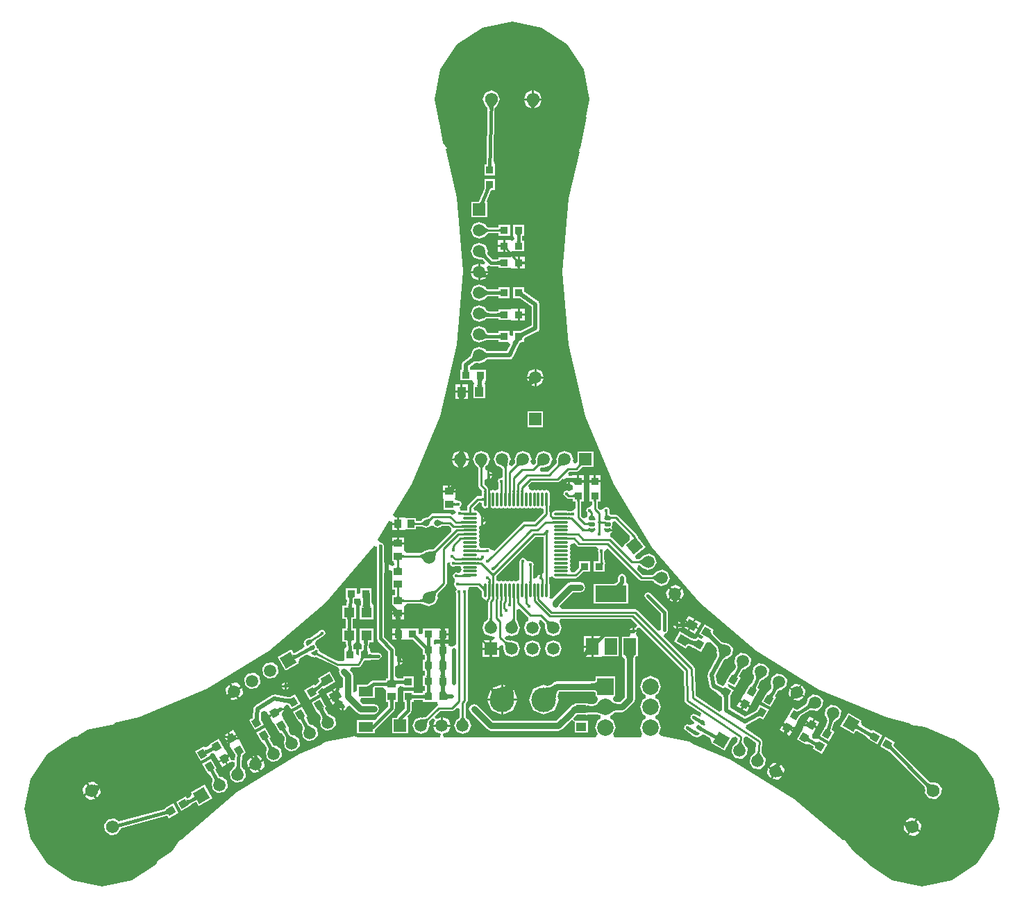
<source format=gtl>
G04*
G04 #@! TF.GenerationSoftware,Altium Limited,Altium Designer,18.0.12 (696)*
G04*
G04 Layer_Physical_Order=1*
G04 Layer_Color=255*
%FSLAX25Y25*%
%MOIN*%
G70*
G01*
G75*
%ADD10C,0.01000*%
%ADD16C,0.02000*%
%ADD18C,0.01500*%
%ADD19R,0.03800X0.03500*%
%ADD20R,0.05000X0.04000*%
%ADD21R,0.05000X0.05000*%
%ADD22R,0.05900X0.07900*%
%ADD23R,0.15000X0.07900*%
G04:AMPARAMS|DCode=24|XSize=38mil|YSize=35mil|CornerRadius=0mil|HoleSize=0mil|Usage=FLASHONLY|Rotation=60.000|XOffset=0mil|YOffset=0mil|HoleType=Round|Shape=Rectangle|*
%AMROTATEDRECTD24*
4,1,4,0.00566,-0.02520,-0.02466,-0.00771,-0.00566,0.02520,0.02466,0.00771,0.00566,-0.02520,0.0*
%
%ADD24ROTATEDRECTD24*%

G04:AMPARAMS|DCode=25|XSize=40mil|YSize=50mil|CornerRadius=0mil|HoleSize=0mil|Usage=FLASHONLY|Rotation=60.000|XOffset=0mil|YOffset=0mil|HoleType=Round|Shape=Rectangle|*
%AMROTATEDRECTD25*
4,1,4,0.01165,-0.02982,-0.03165,-0.00482,-0.01165,0.02982,0.03165,0.00482,0.01165,-0.02982,0.0*
%
%ADD25ROTATEDRECTD25*%

G04:AMPARAMS|DCode=26|XSize=38mil|YSize=35mil|CornerRadius=0mil|HoleSize=0mil|Usage=FLASHONLY|Rotation=300.000|XOffset=0mil|YOffset=0mil|HoleType=Round|Shape=Rectangle|*
%AMROTATEDRECTD26*
4,1,4,-0.02466,0.00771,0.00566,0.02520,0.02466,-0.00771,-0.00566,-0.02520,-0.02466,0.00771,0.0*
%
%ADD26ROTATEDRECTD26*%

G04:AMPARAMS|DCode=27|XSize=40mil|YSize=50mil|CornerRadius=0mil|HoleSize=0mil|Usage=FLASHONLY|Rotation=300.000|XOffset=0mil|YOffset=0mil|HoleType=Round|Shape=Rectangle|*
%AMROTATEDRECTD27*
4,1,4,-0.03165,0.00482,0.01165,0.02982,0.03165,-0.00482,-0.01165,-0.02982,-0.03165,0.00482,0.0*
%
%ADD27ROTATEDRECTD27*%

%ADD28R,0.04000X0.05000*%
%ADD29R,0.03500X0.03800*%
%ADD30R,0.03858X0.03661*%
%ADD31R,0.07000X0.05000*%
%ADD32R,0.03661X0.03858*%
G04:AMPARAMS|DCode=33|XSize=25mil|YSize=15mil|CornerRadius=3.75mil|HoleSize=0mil|Usage=FLASHONLY|Rotation=180.000|XOffset=0mil|YOffset=0mil|HoleType=Round|Shape=RoundedRectangle|*
%AMROUNDEDRECTD33*
21,1,0.02500,0.00750,0,0,180.0*
21,1,0.01750,0.01500,0,0,180.0*
1,1,0.00750,-0.00875,0.00375*
1,1,0.00750,0.00875,0.00375*
1,1,0.00750,0.00875,-0.00375*
1,1,0.00750,-0.00875,-0.00375*
%
%ADD33ROUNDEDRECTD33*%
G04:AMPARAMS|DCode=34|XSize=25mil|YSize=15mil|CornerRadius=3.75mil|HoleSize=0mil|Usage=FLASHONLY|Rotation=150.000|XOffset=0mil|YOffset=0mil|HoleType=Round|Shape=RoundedRectangle|*
%AMROUNDEDRECTD34*
21,1,0.02500,0.00750,0,0,150.0*
21,1,0.01750,0.01500,0,0,150.0*
1,1,0.00750,-0.00570,0.00762*
1,1,0.00750,0.00945,-0.00113*
1,1,0.00750,0.00570,-0.00762*
1,1,0.00750,-0.00945,0.00113*
%
%ADD34ROUNDEDRECTD34*%
G04:AMPARAMS|DCode=35|XSize=25mil|YSize=15mil|CornerRadius=3.75mil|HoleSize=0mil|Usage=FLASHONLY|Rotation=210.000|XOffset=0mil|YOffset=0mil|HoleType=Round|Shape=RoundedRectangle|*
%AMROUNDEDRECTD35*
21,1,0.02500,0.00750,0,0,210.0*
21,1,0.01750,0.01500,0,0,210.0*
1,1,0.00750,-0.00945,-0.00113*
1,1,0.00750,0.00570,0.00762*
1,1,0.00750,0.00945,0.00113*
1,1,0.00750,-0.00570,-0.00762*
%
%ADD35ROUNDEDRECTD35*%
%ADD36O,0.07087X0.01102*%
%ADD37O,0.01102X0.07087*%
G04:AMPARAMS|DCode=38|XSize=38mil|YSize=35mil|CornerRadius=0mil|HoleSize=0mil|Usage=FLASHONLY|Rotation=150.000|XOffset=0mil|YOffset=0mil|HoleType=Round|Shape=Rectangle|*
%AMROTATEDRECTD38*
4,1,4,0.02520,0.00566,0.00771,-0.02466,-0.02520,-0.00566,-0.00771,0.02466,0.02520,0.00566,0.0*
%
%ADD38ROTATEDRECTD38*%

G04:AMPARAMS|DCode=39|XSize=38mil|YSize=35mil|CornerRadius=0mil|HoleSize=0mil|Usage=FLASHONLY|Rotation=30.000|XOffset=0mil|YOffset=0mil|HoleType=Round|Shape=Rectangle|*
%AMROTATEDRECTD39*
4,1,4,-0.00771,-0.02466,-0.02520,0.00566,0.00771,0.02466,0.02520,-0.00566,-0.00771,-0.02466,0.0*
%
%ADD39ROTATEDRECTD39*%

%ADD75C,0.03000*%
%ADD76R,0.05906X0.05906*%
%ADD77C,0.05906*%
%ADD78C,0.03150*%
%ADD79P,0.08352X4X355.0*%
%ADD80P,0.08352X4X375.0*%
%ADD81P,0.08352X4X255.0*%
%ADD82R,0.07874X0.07874*%
%ADD83C,0.07874*%
%ADD84C,0.11811*%
%ADD85C,0.06000*%
%ADD86R,0.05906X0.05906*%
%ADD87C,0.06200*%
%ADD88C,0.01500*%
G36*
X250473Y414941D02*
X262570Y406858D01*
X270653Y394762D01*
X273491Y380493D01*
X271764Y371813D01*
X272014Y371752D01*
X269124Y357223D01*
X268435Y356191D01*
X268716Y356066D01*
X268413Y355334D01*
X268536Y355038D01*
X263209Y332852D01*
X260437Y297622D01*
X263209Y262392D01*
X271459Y228030D01*
X284983Y195381D01*
X303447Y165250D01*
X326398Y138378D01*
X353270Y115427D01*
X383401Y96963D01*
X416050Y83439D01*
X427514Y80687D01*
X427581Y79744D01*
X434272Y78863D01*
X445520Y74204D01*
X446801Y73673D01*
X448313Y73325D01*
X459420Y65903D01*
X467503Y53807D01*
X470341Y39538D01*
X467503Y25269D01*
X459420Y13172D01*
X447324Y5090D01*
X433055Y2251D01*
X418786Y5090D01*
X407617Y12552D01*
X407479Y13347D01*
X407479Y13347D01*
X407479D01*
X400048Y19048D01*
X395683Y24738D01*
X394969Y24544D01*
X371848Y44291D01*
X341040Y63171D01*
X323202Y70560D01*
X323119Y70778D01*
X323119Y70778D01*
X323119Y70778D01*
X321263Y72019D01*
X308000Y74657D01*
X307725Y74602D01*
X306646Y75917D01*
X307781Y78658D01*
X306279Y82283D01*
X304962Y82829D01*
Y84329D01*
X306279Y84874D01*
X307781Y88500D01*
X306279Y92126D01*
X304962Y92671D01*
Y94171D01*
X306279Y94717D01*
X307781Y98343D01*
X306279Y101968D01*
X302654Y103470D01*
X299028Y101968D01*
X297526Y98343D01*
X299028Y94717D01*
X300345Y94171D01*
Y92671D01*
X299028Y92126D01*
X297526Y88500D01*
X299028Y84874D01*
X300345Y84329D01*
Y82829D01*
X299028Y82283D01*
X297526Y78658D01*
X298855Y75448D01*
X298152Y73948D01*
X285502D01*
X284798Y75448D01*
X286127Y78658D01*
X284626Y82283D01*
X283308Y82829D01*
Y84329D01*
X284626Y84874D01*
X284898Y85532D01*
X285065Y85644D01*
X285298Y85771D01*
X285542Y85880D01*
X285801Y85969D01*
X285961Y86010D01*
X289000D01*
X290760Y86740D01*
X294570Y90550D01*
X295300Y92310D01*
Y111960D01*
X295366Y112215D01*
X295451Y112433D01*
X295532Y112570D01*
X295593Y112640D01*
X295634Y112668D01*
X295675Y112683D01*
X295843Y112701D01*
X295843Y112701D01*
X295932Y112750D01*
X296560D01*
X296614Y113562D01*
X296605Y113584D01*
X296609Y113656D01*
X296560Y113745D01*
Y122250D01*
X296354D01*
X295839Y123661D01*
X296187Y124500D01*
X292813D01*
X293161Y123661D01*
X292646Y122250D01*
X289060D01*
Y114250D01*
X289060Y113745D01*
X289011Y113656D01*
X289015Y113584D01*
X289006Y113562D01*
X289060Y112750D01*
X289148D01*
X290321Y111512D01*
Y93341D01*
X287969Y90990D01*
X285961D01*
X285801Y91031D01*
X285542Y91120D01*
X285297Y91229D01*
X285065Y91356D01*
X284898Y91468D01*
X284626Y92125D01*
X284604Y92134D01*
X284897Y93606D01*
X285737D01*
Y103079D01*
X276263D01*
Y101502D01*
X276226Y101434D01*
X276206Y101250D01*
X276187Y101194D01*
X276153Y101144D01*
X276081Y101077D01*
X275943Y100993D01*
X275726Y100905D01*
X275454Y100832D01*
X257842D01*
X256082Y100103D01*
X255284Y99305D01*
X255143Y99214D01*
X254788Y99029D01*
X254426Y98883D01*
X254052Y98775D01*
X253667Y98703D01*
X253266Y98667D01*
X252921Y98669D01*
X251500Y99258D01*
X246368Y97132D01*
X244242Y92000D01*
X246368Y86868D01*
X251500Y84742D01*
X256632Y86868D01*
X258758Y92000D01*
X258169Y93421D01*
X258167Y93766D01*
X258203Y94167D01*
X258275Y94553D01*
X258383Y94926D01*
X258529Y95288D01*
X258714Y95643D01*
X258805Y95784D01*
X258874Y95853D01*
X275454D01*
X275726Y95780D01*
X275943Y95692D01*
X276081Y95608D01*
X276153Y95541D01*
X276187Y95491D01*
X276206Y95435D01*
X276226Y95252D01*
X276263Y95183D01*
Y93606D01*
X277103D01*
X277396Y92134D01*
X277374Y92125D01*
X276884Y90942D01*
X276853Y90920D01*
X276701Y90685D01*
X276563Y90516D01*
X276412Y90370D01*
X276246Y90244D01*
X276060Y90135D01*
X275852Y90044D01*
X275681Y89990D01*
X272815D01*
X272800Y89992D01*
X272800Y90300D01*
X271988Y90354D01*
X271882Y90310D01*
X271721Y90312D01*
X271708Y90300D01*
X266200D01*
Y89865D01*
X264740Y89260D01*
X262240Y86760D01*
X262240Y86760D01*
X257469Y81990D01*
X227031D01*
X219760Y89260D01*
X218000Y89990D01*
X216240Y89260D01*
X215511Y87500D01*
X216240Y85740D01*
X224240Y77740D01*
X226000Y77011D01*
X258500D01*
X260260Y77740D01*
X264968Y82447D01*
X266135Y81605D01*
X266200Y81403D01*
X266200Y80400D01*
Y76200D01*
X272800D01*
Y81800D01*
X267679D01*
X266442Y81800D01*
X265855Y82613D01*
X265768Y82879D01*
X265760Y83240D01*
X267221Y84700D01*
X271300D01*
X271708Y84700D01*
X271721Y84688D01*
X271882Y84690D01*
X271988Y84646D01*
X272800Y84700D01*
X274299Y85010D01*
X276882D01*
X276884Y85010D01*
X277180Y84942D01*
X277369Y84887D01*
X277374Y84874D01*
X278423Y84440D01*
X278525Y84383D01*
X278692Y83776D01*
Y82829D01*
X277374Y82283D01*
X275873Y78658D01*
X277202Y75448D01*
X276498Y73948D01*
X203346Y73948D01*
X203047Y75448D01*
X205525Y76475D01*
X206571Y79000D01*
X198429D01*
X199475Y76475D01*
X201953Y75448D01*
X201654Y73948D01*
X162405D01*
X161039Y74273D01*
X160250Y74429D01*
X159546Y74289D01*
X146876Y71769D01*
X146405Y71675D01*
X145557Y71109D01*
X144441Y70182D01*
X134162Y65924D01*
X104048Y47470D01*
X78084Y25295D01*
X77650Y24924D01*
X76401Y24259D01*
X76401Y24259D01*
X76401Y24259D01*
X72932Y19068D01*
X66111Y14510D01*
Y14510D01*
X65362Y12933D01*
X53623Y5090D01*
X39354Y2251D01*
X25085Y5090D01*
X12989Y13172D01*
X4906Y25269D01*
X2067Y39538D01*
X4906Y53807D01*
X12989Y65903D01*
X25085Y73986D01*
X26054Y74179D01*
X27493Y74325D01*
X27493D01*
X28668Y75110D01*
X32335Y77561D01*
X45328Y80145D01*
X45505Y80923D01*
X56970Y83675D01*
X89619Y97199D01*
X119750Y115664D01*
X146622Y138614D01*
X169573Y165486D01*
X169822Y165893D01*
X171322Y165470D01*
Y121500D01*
X171814Y120314D01*
X176822Y115305D01*
Y102214D01*
X176808Y102162D01*
X175771D01*
Y101223D01*
X175719Y101209D01*
X169532D01*
X168345Y100718D01*
X167196Y99568D01*
X167052Y99470D01*
X166904Y99385D01*
X166789Y99333D01*
X166710Y99308D01*
X166671Y99303D01*
X166669Y99303D01*
X166598Y99319D01*
X166482Y99300D01*
X161700D01*
Y96357D01*
X160200Y95555D01*
X159990Y95696D01*
Y103500D01*
X159260Y105260D01*
X158428Y106093D01*
X159049Y107593D01*
X162500D01*
X162644Y107652D01*
X162797Y107625D01*
X163126Y107852D01*
X163495Y108005D01*
X163555Y108149D01*
X163683Y108238D01*
X165331Y110795D01*
X165358Y110822D01*
X165410Y110865D01*
X165448Y110890D01*
X165472Y110903D01*
X165481Y110906D01*
X165537Y110911D01*
X165614Y110950D01*
X166600D01*
X167080Y110950D01*
X167150Y110907D01*
X167253Y110912D01*
X167292Y110896D01*
X168100Y110950D01*
Y110950D01*
X168472Y111322D01*
X172000D01*
X173186Y111814D01*
X173678Y113000D01*
X173186Y114186D01*
X172000Y114678D01*
X168408D01*
X168100Y116050D01*
D01*
X167431Y117273D01*
X167641Y119566D01*
X167664Y119630D01*
X167689Y119681D01*
X167707Y119690D01*
X169570D01*
Y126290D01*
X162970D01*
Y119690D01*
X163170D01*
X164181Y118582D01*
X163961Y116182D01*
X163939Y116120D01*
X163915Y116073D01*
X163873Y116050D01*
X162700D01*
Y113406D01*
X162531Y113288D01*
X161200Y113978D01*
Y116050D01*
X160091D01*
X160075Y116059D01*
X160059Y116093D01*
X160040Y116151D01*
X159933Y118200D01*
X161300Y119700D01*
X161300D01*
Y126300D01*
X159694D01*
X159692Y126305D01*
X159678Y126359D01*
Y130648D01*
X159692Y130700D01*
X161300D01*
Y137300D01*
X161225D01*
X160231Y138423D01*
X160461Y140304D01*
X160487Y140371D01*
X160518Y140429D01*
X160557Y140450D01*
X161800Y140450D01*
D01*
X163291Y140450D01*
X163403Y140133D01*
X163780Y138973D01*
Y137829D01*
X163766Y137747D01*
X163700Y137503D01*
X163638Y137348D01*
X163619Y137317D01*
X163575Y137290D01*
X162970D01*
X162916Y136478D01*
X162931Y136441D01*
X162927Y136341D01*
X162970Y136271D01*
Y130690D01*
X169570D01*
Y135790D01*
X169570Y136271D01*
X169613Y136341D01*
X169609Y136441D01*
X169624Y136478D01*
X169570Y137290D01*
X168760Y138705D01*
Y142730D01*
X168700Y142874D01*
Y145550D01*
X163300D01*
Y143117D01*
X162729Y142789D01*
X161800Y142798D01*
Y145550D01*
X156400D01*
Y140450D01*
X156400D01*
X157013Y139757D01*
X156732Y137454D01*
X156707Y137390D01*
X156677Y137334D01*
X156613Y137300D01*
X154700D01*
Y130700D01*
X156308D01*
X156322Y130648D01*
Y126359D01*
X156308Y126305D01*
X156306Y126300D01*
X154700D01*
Y119700D01*
X156464D01*
X156479Y119667D01*
X156499Y119606D01*
X156607Y117550D01*
X155800Y116050D01*
X155800D01*
Y111907D01*
X155800Y110950D01*
X154525Y110407D01*
X152832D01*
X151129Y111259D01*
X151123Y111259D01*
X151118Y111264D01*
X143859Y114815D01*
X143867Y114835D01*
X143480Y115770D01*
X143437Y116097D01*
X143286Y116213D01*
X143213Y116389D01*
X142874Y116530D01*
X142456Y116850D01*
X142335Y117771D01*
X142335Y117771D01*
X141835Y118637D01*
X142091Y120331D01*
X145082Y122356D01*
X145987Y122731D01*
X146186Y122814D01*
X146678Y124000D01*
X146186Y125186D01*
X145200Y125595D01*
X145000Y125678D01*
X143814Y125186D01*
X143647Y124783D01*
X139039Y121663D01*
X138750Y121782D01*
X136899Y121016D01*
X136490Y120028D01*
X136326Y119815D01*
X136345Y119676D01*
X136133Y119165D01*
X136520Y118230D01*
X136563Y117903D01*
X135837Y116587D01*
X131379Y114242D01*
X131318Y114228D01*
X131292Y114225D01*
X130194Y116126D01*
X123694Y112374D01*
X127447Y105874D01*
X133947Y109626D01*
X133734Y109994D01*
X134312Y111994D01*
X137501Y113671D01*
X137582Y113685D01*
X138177Y113640D01*
X139399Y112984D01*
X140387Y112575D01*
X140601Y112411D01*
X140739Y112429D01*
X141250Y112218D01*
X142069Y112557D01*
X149876Y108739D01*
X151871Y107741D01*
X152197Y107718D01*
X152290Y107680D01*
X152600Y107395D01*
X153256Y106093D01*
X153010Y105500D01*
X153740Y103740D01*
X155010Y102469D01*
Y97817D01*
X153562Y97429D01*
X153031Y98348D01*
X152060Y97787D01*
X153155Y97978D01*
X153092Y97510D01*
X153033Y96717D01*
X153037Y96392D01*
X153063Y96115D01*
X153111Y95885D01*
X153181Y95704D01*
X153273Y95570D01*
X153388Y95484D01*
X153524Y95446D01*
X151108Y95680D01*
X151933Y94250D01*
X152132Y93905D01*
X152535Y93845D01*
X152473Y93315D01*
X152922Y92537D01*
X153474Y92858D01*
X153318Y92745D01*
X153208Y92614D01*
X153145Y92464D01*
X153128Y92297D01*
X153153Y92137D01*
X153482Y91567D01*
X154769Y91088D01*
X155006Y90404D01*
X155000Y90394D01*
X153707Y89859D01*
X153661Y89839D01*
X153313Y89000D01*
X155000D01*
Y88500D01*
X155500D01*
Y86813D01*
X156339Y87161D01*
X156894Y88500D01*
X158191Y89288D01*
X161740Y85740D01*
X163500Y85010D01*
X170000D01*
X171760Y85740D01*
X172490Y87500D01*
X171760Y89260D01*
X170000Y89990D01*
X164531D01*
X163207Y91314D01*
X163780Y92700D01*
X170300D01*
Y97854D01*
X174277D01*
X175771Y96500D01*
X175771Y95401D01*
Y90838D01*
X176808D01*
X176822Y90786D01*
Y88695D01*
X171398Y83271D01*
X170300Y82300D01*
Y82300D01*
X170300Y82300D01*
X161700D01*
Y75700D01*
X170300D01*
Y77654D01*
X170686Y77814D01*
X179686Y86814D01*
X180178Y88000D01*
Y90786D01*
X180192Y90838D01*
X181229D01*
Y95401D01*
X181229Y97247D01*
X182450Y98453D01*
X183950Y98067D01*
Y97700D01*
X189050D01*
Y103100D01*
X183950D01*
Y102094D01*
X183944Y102092D01*
X183891Y102078D01*
X181314D01*
X181229Y102162D01*
Y102162D01*
X180238Y103252D01*
X180178Y103602D01*
Y107737D01*
X181500Y108621D01*
Y110500D01*
Y112379D01*
X180178Y113263D01*
Y116000D01*
X179686Y117186D01*
X174678Y122195D01*
Y152804D01*
X175500Y153353D01*
Y155500D01*
Y157647D01*
X174678Y158196D01*
Y166000D01*
X174269Y166987D01*
X174186Y167186D01*
X173000Y167678D01*
X172564Y167497D01*
X171540Y168697D01*
X177138Y177831D01*
X178638Y177408D01*
Y177000D01*
X180968D01*
Y179429D01*
X179876D01*
X179036Y180929D01*
X188037Y195617D01*
X201561Y228266D01*
X209810Y262628D01*
X212583Y297858D01*
X209810Y333088D01*
X204538Y355049D01*
X204796Y355672D01*
X204465Y356472D01*
X204996Y356734D01*
X203189Y359439D01*
X201230Y369285D01*
X201016Y370360D01*
X201016D01*
X201016Y370360D01*
X200664Y371714D01*
X198918Y380493D01*
X201756Y394762D01*
X209839Y406858D01*
X221936Y414941D01*
X236204Y417779D01*
X250473Y414941D01*
D02*
G37*
G36*
X160254Y141259D02*
X160120Y141214D01*
X159998Y141139D01*
X159887Y141034D01*
X159787Y140899D01*
X159699Y140734D01*
X159623Y140539D01*
X159557Y140313D01*
X159504Y140058D01*
X159461Y139773D01*
X157950D01*
X157977Y140058D01*
X157986Y140313D01*
X157975Y140539D01*
X157946Y140734D01*
X157898Y140899D01*
X157832Y141034D01*
X157746Y141139D01*
X157642Y141214D01*
X157518Y141259D01*
X157376Y141274D01*
X160399D01*
X160254Y141259D01*
D02*
G37*
G36*
X159215Y137694D02*
X159206Y137441D01*
X159217Y137218D01*
X159246Y137024D01*
X159294Y136860D01*
X159361Y136726D01*
X159446Y136622D01*
X159550Y136548D01*
X159674Y136503D01*
X159815Y136488D01*
X156793D01*
X156938Y136503D01*
X157072Y136548D01*
X157195Y136622D01*
X157306Y136726D01*
X157405Y136860D01*
X157493Y137024D01*
X157570Y137218D01*
X157635Y137441D01*
X157688Y137694D01*
X157730Y137977D01*
X159242D01*
X159215Y137694D01*
D02*
G37*
G36*
X167866Y141232D02*
X167845Y141142D01*
X167828Y140992D01*
X167799Y140512D01*
X167779Y138954D01*
X167780Y138908D01*
X167859Y137948D01*
X167928Y137558D01*
X168017Y137228D01*
X168126Y136958D01*
X168254Y136748D01*
X168402Y136598D01*
X168570Y136508D01*
X168758Y136478D01*
X163782D01*
X163970Y136508D01*
X164138Y136598D01*
X164286Y136748D01*
X164414Y136958D01*
X164523Y137228D01*
X164612Y137558D01*
X164681Y137948D01*
X164731Y138398D01*
X164752Y138988D01*
X164665Y140182D01*
X164605Y140512D01*
X164533Y140782D01*
X164448Y140992D01*
X164349Y141142D01*
X164237Y141232D01*
X164112Y141262D01*
X167888D01*
X167866Y141232D01*
D02*
G37*
G36*
X159358Y131509D02*
X159230Y131464D01*
X159117Y131388D01*
X159020Y131282D01*
X158938Y131146D01*
X158870Y130980D01*
X158818Y130783D01*
X158780Y130556D01*
X158757Y130299D01*
X158750Y130012D01*
X157250D01*
X157243Y130299D01*
X157220Y130556D01*
X157183Y130783D01*
X157130Y130980D01*
X157062Y131146D01*
X156980Y131282D01*
X156883Y131388D01*
X156770Y131464D01*
X156642Y131509D01*
X156500Y131524D01*
X159500D01*
X159358Y131509D01*
D02*
G37*
G36*
X158757Y126703D02*
X158780Y126448D01*
X158818Y126223D01*
X158870Y126028D01*
X158938Y125863D01*
X159020Y125728D01*
X159117Y125623D01*
X159230Y125548D01*
X159358Y125503D01*
X159500Y125488D01*
X156500D01*
X156642Y125503D01*
X156770Y125548D01*
X156883Y125623D01*
X156980Y125728D01*
X157062Y125863D01*
X157130Y126028D01*
X157183Y126223D01*
X157220Y126448D01*
X157243Y126703D01*
X157250Y126988D01*
X158750D01*
X158757Y126703D01*
D02*
G37*
G36*
X144851Y123265D02*
X144841Y123264D01*
X144824Y123257D01*
X144800Y123246D01*
X144732Y123207D01*
X144516Y123068D01*
X144445Y123020D01*
X143884Y123848D01*
X144262Y124134D01*
X144851Y123265D01*
D02*
G37*
G36*
X140606Y120421D02*
X140457Y120317D01*
X140101Y120036D01*
X140013Y119953D01*
X139940Y119875D01*
X139883Y119802D01*
X139841Y119735D01*
X139814Y119672D01*
X139803Y119615D01*
X139022Y120727D01*
X139074Y120730D01*
X139137Y120743D01*
X139212Y120768D01*
X139297Y120804D01*
X139394Y120851D01*
X139623Y120978D01*
X140049Y121251D01*
X140606Y120421D01*
D02*
G37*
G36*
X159491Y120509D02*
X159366Y120464D01*
X159257Y120388D01*
X159165Y120282D01*
X159089Y120147D01*
X159030Y119980D01*
X158988Y119784D01*
X158962Y119558D01*
X158953Y119301D01*
X158961Y119014D01*
X157459D01*
X157436Y119301D01*
X157400Y119558D01*
X157351Y119784D01*
X157288Y119980D01*
X157211Y120147D01*
X157122Y120282D01*
X157019Y120388D01*
X156902Y120464D01*
X156772Y120509D01*
X156629Y120524D01*
X159633D01*
X159491Y120509D01*
D02*
G37*
G36*
X167404Y120499D02*
X167272Y120454D01*
X167152Y120378D01*
X167045Y120273D01*
X166950Y120138D01*
X166867Y119972D01*
X166796Y119776D01*
X166738Y119550D01*
X166692Y119294D01*
X166658Y119008D01*
X165152D01*
X165171Y119294D01*
X165171Y119550D01*
X165154Y119776D01*
X165120Y119972D01*
X165067Y120138D01*
X164996Y120273D01*
X164908Y120378D01*
X164802Y120454D01*
X164678Y120499D01*
X164536Y120514D01*
X167548D01*
X167404Y120499D01*
D02*
G37*
G36*
X166431Y116448D02*
X166430Y116194D01*
X166447Y115970D01*
X166482Y115776D01*
X166535Y115611D01*
X166605Y115477D01*
X166694Y115372D01*
X166800Y115298D01*
X166924Y115253D01*
X167066Y115238D01*
X164053D01*
X164198Y115253D01*
X164330Y115298D01*
X164450Y115372D01*
X164557Y115477D01*
X164652Y115611D01*
X164735Y115776D01*
X164805Y115970D01*
X164864Y116194D01*
X164910Y116448D01*
X164943Y116732D01*
X166449D01*
X166431Y116448D01*
D02*
G37*
G36*
X159103Y116451D02*
X159139Y116197D01*
X159188Y115972D01*
X159251Y115777D01*
X159328Y115612D01*
X159417Y115478D01*
X159520Y115373D01*
X159637Y115298D01*
X159767Y115253D01*
X159911Y115238D01*
X156906D01*
X157048Y115253D01*
X157174Y115298D01*
X157282Y115373D01*
X157375Y115478D01*
X157450Y115612D01*
X157509Y115777D01*
X157551Y115972D01*
X157577Y116197D01*
X157586Y116451D01*
X157579Y116736D01*
X159081D01*
X159103Y116451D01*
D02*
G37*
G36*
X133128Y112419D02*
X132877Y112278D01*
X132661Y112139D01*
X132479Y112001D01*
X132332Y111864D01*
X132218Y111728D01*
X132139Y111593D01*
X132094Y111459D01*
X132084Y111327D01*
X132107Y111195D01*
X132165Y111064D01*
X130664Y113664D01*
X130749Y113548D01*
X130853Y113459D01*
X130976Y113396D01*
X131118Y113361D01*
X131280Y113353D01*
X131461Y113372D01*
X131661Y113418D01*
X131880Y113491D01*
X132119Y113591D01*
X132377Y113719D01*
X133128Y112419D01*
D02*
G37*
G36*
X142801Y114614D02*
X142849Y114530D01*
X142908Y114446D01*
X142980Y114365D01*
X143063Y114284D01*
X143159Y114205D01*
X143267Y114127D01*
X143386Y114050D01*
X143662Y113901D01*
X142985Y113119D01*
X142731Y113238D01*
X142276Y113416D01*
X142076Y113476D01*
X141894Y113515D01*
X141730Y113535D01*
X141585Y113535D01*
X141457Y113515D01*
X141348Y113475D01*
X141257Y113415D01*
X142766Y114700D01*
X142801Y114614D01*
D02*
G37*
G36*
X167292Y114357D02*
X167338Y114230D01*
X167413Y114118D01*
X167519Y114020D01*
X167656Y113937D01*
X167822Y113870D01*
X168018Y113818D01*
X168245Y113780D01*
X168501Y113758D01*
X168788Y113750D01*
Y112250D01*
X168503Y112245D01*
X168023Y112206D01*
X167828Y112172D01*
X167663Y112128D01*
X167528Y112074D01*
X167423Y112011D01*
X167348Y111938D01*
X167303Y111855D01*
X167288Y111762D01*
X167276Y114500D01*
X167292Y114357D01*
D02*
G37*
G36*
X165559Y112767D02*
X165543Y112753D01*
X165511Y112713D01*
X165402Y112560D01*
X164884Y111770D01*
X165470Y111774D01*
X165352Y111765D01*
X165235Y111739D01*
X165120Y111696D01*
X165005Y111636D01*
X164891Y111559D01*
X164778Y111465D01*
X164665Y111355D01*
X164554Y111227D01*
X164443Y111083D01*
X164333Y110921D01*
X163143D01*
X163213Y111033D01*
X163379Y111330D01*
X163420Y111417D01*
X163479Y111574D01*
X163497Y111642D01*
X163508Y111705D01*
X163512Y111762D01*
X164288Y111767D01*
X163864Y112040D01*
X164667Y113342D01*
X165559Y112767D01*
D02*
G37*
G36*
X295475Y113532D02*
X295231Y113442D01*
X295015Y113292D01*
X294828Y113082D01*
X294670Y112812D01*
X294540Y112482D01*
X294440Y112092D01*
X294368Y111642D01*
X294325Y111132D01*
X294310Y110562D01*
X291310D01*
X291296Y111132D01*
X291253Y111642D01*
X291181Y112092D01*
X291080Y112482D01*
X290951Y112812D01*
X290792Y113082D01*
X290606Y113292D01*
X290390Y113442D01*
X290145Y113532D01*
X289872Y113562D01*
X295748D01*
X295475Y113532D01*
D02*
G37*
G36*
X179258Y102563D02*
X179280Y102306D01*
X179317Y102079D01*
X179370Y101883D01*
X179437Y101716D01*
X179520Y101580D01*
X179618Y101474D01*
X179730Y101399D01*
X179858Y101353D01*
X180000Y101338D01*
X177000D01*
X177143Y101353D01*
X177270Y101399D01*
X177383Y101474D01*
X177480Y101580D01*
X177562Y101716D01*
X177630Y101883D01*
X177682Y102079D01*
X177720Y102306D01*
X177743Y102563D01*
X177750Y102850D01*
X179250D01*
X179258Y102563D01*
D02*
G37*
G36*
X184762Y98900D02*
X184747Y99042D01*
X184702Y99170D01*
X184627Y99282D01*
X184522Y99380D01*
X184387Y99462D01*
X184222Y99530D01*
X184027Y99582D01*
X183802Y99620D01*
X183547Y99642D01*
X183262Y99650D01*
Y101150D01*
X183547Y101157D01*
X183802Y101180D01*
X184027Y101217D01*
X184222Y101270D01*
X184387Y101338D01*
X184522Y101420D01*
X184627Y101517D01*
X184702Y101630D01*
X184747Y101758D01*
X184762Y101900D01*
Y98900D01*
D02*
G37*
G36*
X180432Y101312D02*
X180477Y101278D01*
X180552Y101248D01*
X180657Y101222D01*
X180792Y101200D01*
X180957Y101182D01*
X181632Y101152D01*
X181917Y101150D01*
Y99650D01*
X181632Y99642D01*
X181377Y99620D01*
X181152Y99582D01*
X180957Y99530D01*
X180792Y99462D01*
X180657Y99380D01*
X180552Y99282D01*
X180477Y99170D01*
X180432Y99042D01*
X180417Y98900D01*
Y101350D01*
X180432Y101312D01*
D02*
G37*
G36*
X170062Y99001D02*
X169815Y98744D01*
X169447Y98295D01*
X169326Y98103D01*
X169247Y97932D01*
X169209Y97783D01*
X169213Y97655D01*
X169259Y97549D01*
X169347Y97464D01*
X169476Y97401D01*
X166401Y98476D01*
X166557Y98439D01*
X166725Y98435D01*
X166904Y98462D01*
X167096Y98522D01*
X167298Y98613D01*
X167513Y98736D01*
X167739Y98891D01*
X167977Y99078D01*
X168227Y99298D01*
X168488Y99549D01*
X170062Y99001D01*
D02*
G37*
G36*
X176595Y98032D02*
X176580Y98174D01*
X176534Y98302D01*
X176459Y98414D01*
X176353Y98511D01*
X176217Y98594D01*
X176050Y98662D01*
X175854Y98714D01*
X175627Y98751D01*
X175370Y98774D01*
X175083Y98782D01*
Y100282D01*
X175370Y100289D01*
X175627Y100312D01*
X175854Y100349D01*
X176050Y100401D01*
X176217Y100469D01*
X176353Y100551D01*
X176459Y100649D01*
X176534Y100761D01*
X176580Y100889D01*
X176595Y101031D01*
Y98032D01*
D02*
G37*
G36*
X258903Y97282D02*
X258545Y96895D01*
X258232Y96494D01*
X257964Y96079D01*
X257741Y95651D01*
X257564Y95209D01*
X257431Y94753D01*
X257344Y94285D01*
X257301Y93802D01*
X257304Y93306D01*
X257352Y92796D01*
X252296Y97852D01*
X252806Y97804D01*
X253302Y97801D01*
X253784Y97844D01*
X254254Y97931D01*
X254709Y98064D01*
X255151Y98242D01*
X255579Y98464D01*
X255994Y98732D01*
X256395Y99045D01*
X256782Y99403D01*
X258903Y97282D01*
D02*
G37*
G36*
X277087Y95342D02*
X277057Y95627D01*
X276967Y95882D01*
X276816Y96108D01*
X276605Y96302D01*
X276334Y96468D01*
X276003Y96602D01*
X275611Y96707D01*
X275159Y96782D01*
X274647Y96828D01*
X274075Y96842D01*
Y99843D01*
X274647Y99857D01*
X275159Y99902D01*
X275611Y99977D01*
X276003Y100083D01*
X276334Y100217D01*
X276605Y100382D01*
X276816Y100577D01*
X276967Y100803D01*
X277057Y101058D01*
X277087Y101342D01*
Y95342D01*
D02*
G37*
G36*
X179858Y91647D02*
X179730Y91601D01*
X179618Y91526D01*
X179520Y91420D01*
X179437Y91284D01*
X179370Y91118D01*
X179317Y90921D01*
X179280Y90694D01*
X179258Y90437D01*
X179250Y90150D01*
X177750D01*
X177743Y90437D01*
X177720Y90694D01*
X177682Y90921D01*
X177630Y91118D01*
X177562Y91284D01*
X177480Y91420D01*
X177383Y91526D01*
X177270Y91601D01*
X177143Y91647D01*
X177000Y91662D01*
X180000D01*
X179858Y91647D01*
D02*
G37*
G36*
X278981Y85120D02*
X278682Y85287D01*
X278374Y85437D01*
X278058Y85569D01*
X277732Y85683D01*
X277398Y85780D01*
X277056Y85859D01*
X276704Y85921D01*
X275974Y85991D01*
X275596Y86000D01*
X274988Y88113D01*
Y86000D01*
X274418Y85995D01*
X272738Y85878D01*
X272468Y85824D01*
X272258Y85761D01*
X272108Y85688D01*
X272018Y85605D01*
X271988Y85512D01*
Y89488D01*
X272018Y89395D01*
X272108Y89312D01*
X272258Y89239D01*
X272468Y89176D01*
X272738Y89122D01*
X273068Y89078D01*
X273908Y89020D01*
X274816Y89003D01*
X275125Y89015D01*
X275493Y89058D01*
X275837Y89131D01*
X276158Y89232D01*
X276454Y89363D01*
X276727Y89522D01*
X276976Y89711D01*
X277202Y89929D01*
X277403Y90176D01*
X277581Y90451D01*
X278981Y85120D01*
D02*
G37*
G36*
X284065Y91017D02*
X284333Y90804D01*
X284616Y90615D01*
X284913Y90452D01*
X285225Y90314D01*
X285551Y90201D01*
X285892Y90113D01*
X286248Y90050D01*
X286618Y90013D01*
X287002Y90000D01*
Y87000D01*
X286618Y86987D01*
X286248Y86950D01*
X285892Y86887D01*
X285551Y86799D01*
X285225Y86686D01*
X284913Y86548D01*
X284616Y86385D01*
X284333Y86196D01*
X284065Y85983D01*
X283812Y85744D01*
Y91256D01*
X284065Y91017D01*
D02*
G37*
%LPC*%
G36*
X246704Y384723D02*
Y380993D01*
X250435D01*
X249342Y383631D01*
X246704Y384723D01*
D02*
G37*
G36*
X245704Y384723D02*
X243066Y383631D01*
X241974Y380993D01*
X245704D01*
Y384723D01*
D02*
G37*
G36*
X250435Y379993D02*
X246704D01*
Y378279D01*
X248374D01*
X248057Y377957D01*
X247523Y377348D01*
X247306Y377060D01*
X247122Y376784D01*
X246972Y376519D01*
X246888Y376338D01*
X249342Y377355D01*
X250435Y379993D01*
D02*
G37*
G36*
X245704D02*
X241974D01*
X243066Y377355D01*
X245521Y376338D01*
X245437Y376519D01*
X245287Y376784D01*
X245103Y377060D01*
X244886Y377348D01*
X244352Y377957D01*
X244034Y378279D01*
X245704D01*
Y379993D01*
D02*
G37*
G36*
X226204Y384714D02*
X223219Y383478D01*
X221983Y380493D01*
X223219Y377508D01*
X223759Y377284D01*
X223811Y377223D01*
X223987Y376988D01*
X224134Y376764D01*
X224253Y376551D01*
X224345Y376350D01*
X224412Y376161D01*
X224435Y376072D01*
X223879Y349269D01*
X223863Y349211D01*
X223858Y349200D01*
X222950D01*
Y343800D01*
X228050D01*
Y349200D01*
X228050D01*
X227265Y350700D01*
X227789Y376003D01*
X227816Y376091D01*
X227891Y376276D01*
X227991Y376473D01*
X228119Y376681D01*
X228268Y376889D01*
X228588Y377259D01*
X229189Y377508D01*
X230426Y380493D01*
X229189Y383478D01*
X226204Y384714D01*
D02*
G37*
G36*
X228050Y342300D02*
X222950D01*
Y337869D01*
X222897Y337760D01*
X222895Y337719D01*
X222891Y337690D01*
X222887Y337669D01*
X220361Y331557D01*
X220301Y331474D01*
X220227Y331390D01*
X220168Y331337D01*
X220128Y331311D01*
X220107Y331301D01*
X220098Y331299D01*
X220016Y331291D01*
X219942Y331253D01*
X216747D01*
Y323747D01*
X224253D01*
Y331253D01*
X224253D01*
X224014Y331610D01*
X226073Y336594D01*
X226133Y336677D01*
X226208Y336761D01*
X226267Y336814D01*
X226307Y336841D01*
X226329Y336851D01*
X226339Y336854D01*
X226422Y336862D01*
X226495Y336900D01*
X228050D01*
Y342300D01*
D02*
G37*
G36*
X220500Y321562D02*
X217628Y320372D01*
X216438Y317500D01*
X217628Y314628D01*
X220500Y313438D01*
X223372Y314628D01*
X223603Y315186D01*
X224030Y315558D01*
X224255Y315727D01*
X224469Y315867D01*
X224663Y315976D01*
X224832Y316052D01*
X224953Y316093D01*
X229800D01*
Y314950D01*
X235200D01*
Y320050D01*
X229800D01*
Y318907D01*
X224953D01*
X224832Y318948D01*
X224663Y319024D01*
X224469Y319132D01*
X224255Y319273D01*
X224030Y319442D01*
X223603Y319814D01*
X223372Y320372D01*
X220500Y321562D01*
D02*
G37*
G36*
X242100Y320050D02*
X236700D01*
Y314950D01*
X236700D01*
X237310Y313450D01*
X237114Y313169D01*
X236222Y312615D01*
X235267Y312750D01*
X235150Y312750D01*
X232867D01*
Y310000D01*
Y308460D01*
X234255Y309367D01*
X234186Y309302D01*
X234146Y309218D01*
X234137Y309115D01*
X234158Y308993D01*
X234209Y308852D01*
X234290Y308691D01*
X234401Y308512D01*
X234542Y308313D01*
X234915Y307859D01*
X233890Y307511D01*
X233714Y307703D01*
X233391Y308010D01*
X233244Y308124D01*
X233106Y308212D01*
X232979Y308274D01*
X232867Y308308D01*
Y307250D01*
X235150D01*
X235267Y307250D01*
X236684Y307450D01*
X236767Y307450D01*
X241967D01*
Y312550D01*
X241092D01*
X241078Y312602D01*
Y314891D01*
X241092Y314945D01*
X241094Y314950D01*
X242100D01*
Y320050D01*
D02*
G37*
G36*
X231867Y312750D02*
X229467D01*
Y310500D01*
X231867D01*
Y312750D01*
D02*
G37*
G36*
Y309500D02*
X229467D01*
Y307250D01*
X231867D01*
Y309500D01*
D02*
G37*
G36*
X220500Y311562D02*
X217628Y310372D01*
X216438Y307500D01*
X217628Y304628D01*
X220500Y303438D01*
X221045Y303664D01*
X221144Y303657D01*
X221411Y303623D01*
X221653Y303576D01*
X221870Y303517D01*
X222063Y303448D01*
X222233Y303369D01*
X222292Y303335D01*
X223445Y302182D01*
X222596Y300910D01*
X221000Y301571D01*
Y298000D01*
X224571D01*
X223864Y299707D01*
X224272Y300182D01*
X225074Y300706D01*
X226000Y300322D01*
X229748D01*
X229800Y300308D01*
Y299450D01*
X235083Y299450D01*
X236500Y299250D01*
X236617Y299250D01*
X238900D01*
Y299262D01*
X238895Y299452D01*
X238880Y299622D01*
X238855Y299772D01*
X238820Y299902D01*
X238775Y300012D01*
X238720Y300102D01*
X238655Y300172D01*
X238580Y300222D01*
X238495Y300252D01*
X238400Y300262D01*
X238900D01*
Y302000D01*
Y302141D01*
X238750Y301980D01*
X238453Y302320D01*
X238900Y302836D01*
Y303528D01*
X237524Y302633D01*
X237592Y302697D01*
X237630Y302780D01*
X237638Y302883D01*
X237616Y303004D01*
X237564Y303145D01*
X237482Y303306D01*
X237369Y303486D01*
X237227Y303685D01*
X236852Y304141D01*
X237878Y304489D01*
X238054Y304295D01*
X238379Y303986D01*
X238526Y303871D01*
X238664Y303781D01*
X238791Y303718D01*
X238900Y303684D01*
Y304750D01*
X236617D01*
X236500Y304750D01*
X235083Y304550D01*
X235000Y304550D01*
X229800D01*
Y303692D01*
X229748Y303678D01*
X226695D01*
X224665Y305708D01*
X224630Y305767D01*
X224552Y305937D01*
X224483Y306130D01*
X224424Y306347D01*
X224377Y306589D01*
X224343Y306856D01*
X224336Y306955D01*
X224562Y307500D01*
X223372Y310372D01*
X220500Y311562D01*
D02*
G37*
G36*
X239900Y304750D02*
Y302500D01*
X240036D01*
Y302525D01*
X240045Y302520D01*
X240062Y302516D01*
X240089Y302512D01*
X240166Y302506D01*
X240423Y302500D01*
X240509Y302500D01*
X241276D01*
Y302712D01*
X241283Y302672D01*
X241305Y302636D01*
X241341Y302604D01*
X241392Y302576D01*
X241457Y302553D01*
X241537Y302534D01*
X241631Y302519D01*
X241739Y302508D01*
X242000Y302500D01*
X242300D01*
Y304750D01*
X239900D01*
D02*
G37*
G36*
X242300Y301500D02*
X242000D01*
X241862Y301498D01*
X241631Y301481D01*
X241537Y301466D01*
X241457Y301447D01*
X241392Y301424D01*
X241341Y301396D01*
X241305Y301364D01*
X241283Y301328D01*
X241276Y301288D01*
Y301500D01*
X240509D01*
X240036Y301475D01*
Y301500D01*
X239900D01*
Y301406D01*
X239949Y301399D01*
X239940Y301388D01*
X239931Y301368D01*
X239924Y301340D01*
X239918Y301304D01*
X239912Y301260D01*
X239902Y301078D01*
X239900Y300916D01*
Y300262D01*
X240400D01*
X240305Y300252D01*
X240220Y300222D01*
X240145Y300172D01*
X240080Y300102D01*
X240025Y300012D01*
X239980Y299902D01*
X239945Y299772D01*
X239920Y299622D01*
X239905Y299452D01*
X239900Y299262D01*
Y299250D01*
X242300D01*
Y301500D01*
D02*
G37*
G36*
X220000Y301571D02*
X217475Y300525D01*
X216429Y298000D01*
X220000D01*
Y301571D01*
D02*
G37*
G36*
X224571Y297000D02*
X223528D01*
X223595Y296780D01*
X223693Y296573D01*
X223817Y296398D01*
X223966Y296255D01*
X224141Y296143D01*
X224206Y296117D01*
X224571Y297000D01*
D02*
G37*
G36*
X222972D02*
X221000D01*
Y293429D01*
X223525Y294475D01*
X223727Y294963D01*
X223335Y294935D01*
X222277Y294801D01*
X221024Y294594D01*
X222972Y297000D01*
D02*
G37*
G36*
X220000D02*
X216429D01*
X217475Y294475D01*
X220000Y293429D01*
Y297000D01*
D02*
G37*
G36*
X220500Y291562D02*
X217628Y290372D01*
X216438Y287500D01*
X217628Y284628D01*
X220500Y283438D01*
X223372Y284628D01*
X223598Y285173D01*
X223673Y285238D01*
X223885Y285403D01*
X224090Y285541D01*
X224285Y285652D01*
X224470Y285740D01*
X224646Y285805D01*
X224712Y285822D01*
X229615D01*
X229667Y285808D01*
Y284950D01*
X235067D01*
Y290050D01*
X229667D01*
Y289192D01*
X229615Y289178D01*
X224712D01*
X224646Y289195D01*
X224470Y289260D01*
X224285Y289348D01*
X224090Y289459D01*
X223885Y289597D01*
X223673Y289762D01*
X223598Y289827D01*
X223372Y290372D01*
X220500Y291562D01*
D02*
G37*
G36*
X239900Y279750D02*
Y277500D01*
X242300D01*
Y279750D01*
X239900D01*
D02*
G37*
G36*
X242300Y276500D02*
X239900D01*
Y274250D01*
X242300D01*
Y276500D01*
D02*
G37*
G36*
X220500Y281562D02*
X217628Y280372D01*
X216438Y277500D01*
X217628Y274628D01*
X220500Y273438D01*
X223372Y274628D01*
X223477Y274881D01*
X223565Y274935D01*
X223804Y275060D01*
X224036Y275165D01*
X224252Y275249D01*
X224451Y275310D01*
X224503Y275322D01*
X229748D01*
X229800Y275308D01*
Y274450D01*
X235083Y274450D01*
X236500Y274250D01*
X236617Y274250D01*
X238900D01*
Y277000D01*
Y279750D01*
X236617D01*
X236500Y279750D01*
X235083Y279550D01*
X235000Y279550D01*
X229800D01*
Y278692D01*
X229748Y278678D01*
X224816D01*
X224754Y278696D01*
X224605Y278759D01*
X224453Y278843D01*
X224298Y278952D01*
X224137Y279087D01*
X223974Y279252D01*
X223808Y279447D01*
X223689Y279608D01*
X223372Y280372D01*
X220500Y281562D01*
D02*
G37*
G36*
X241220Y290050D02*
X241220Y290050D01*
X236567D01*
Y284950D01*
X238079D01*
X238128Y284920D01*
X238200Y284936D01*
X238268Y284908D01*
X238369Y284950D01*
X239424D01*
X239523Y284913D01*
X239869Y284752D01*
X239890Y284741D01*
X245552Y280959D01*
Y271720D01*
X240312Y269174D01*
X240271Y269157D01*
X239945Y269050D01*
X238384D01*
X238291Y269092D01*
X238219Y269064D01*
X238144Y269083D01*
X238088Y269050D01*
X236567D01*
Y266554D01*
X235067Y267275D01*
Y269050D01*
X229667D01*
Y268192D01*
X229615Y268178D01*
X224824D01*
X224777Y268193D01*
X224657Y268248D01*
X224542Y268322D01*
X224427Y268417D01*
X224312Y268538D01*
X224197Y268689D01*
X224082Y268874D01*
X223957Y269122D01*
X223853Y269210D01*
X223372Y270372D01*
X220500Y271562D01*
X217628Y270372D01*
X216438Y267500D01*
X217628Y264628D01*
X220500Y263438D01*
X221966Y264045D01*
X222134Y264049D01*
X223161Y264503D01*
X223430Y264604D01*
X223953Y264770D01*
X224162Y264822D01*
X224166Y264822D01*
X229615D01*
X229667Y264808D01*
Y263950D01*
X234242D01*
X235221Y262514D01*
X233768Y259448D01*
X224415D01*
X224268Y259491D01*
X224089Y259561D01*
X223913Y259647D01*
X223739Y259750D01*
X223585Y259859D01*
X223372Y260372D01*
X220500Y261562D01*
X217628Y260372D01*
X216438Y257500D01*
X216493Y257368D01*
X216472Y257323D01*
X216376Y257152D01*
X216268Y256992D01*
X216172Y256873D01*
X212891Y254602D01*
X212792Y254448D01*
X212622Y254378D01*
X212399Y253839D01*
X212083Y253348D01*
X212122Y253169D01*
X212052Y253000D01*
Y250810D01*
X212027Y250707D01*
X211986Y250594D01*
X211979Y250580D01*
X211925Y250550D01*
X211300D01*
X211246Y249738D01*
X211256Y249714D01*
X211252Y249636D01*
X211300Y249551D01*
Y245450D01*
X216697Y245450D01*
X216700Y245450D01*
X217093D01*
X218019Y243950D01*
X217700Y243300D01*
X217700D01*
Y236700D01*
X223300D01*
Y242299D01*
X223347Y242383D01*
X223343Y242462D01*
X223354Y242488D01*
X223300Y243300D01*
X223050Y243915D01*
X223044Y243971D01*
X223600Y245450D01*
X223654Y246262D01*
X223645Y246283D01*
X223649Y246355D01*
X223600Y246444D01*
Y250550D01*
X218203Y250550D01*
X218200Y250550D01*
X216190D01*
X216012Y250840D01*
X215955Y251984D01*
X218390Y253670D01*
X218535Y253718D01*
X218722Y253763D01*
X218916Y253792D01*
X219117Y253806D01*
X219328Y253804D01*
X219549Y253786D01*
X219729Y253757D01*
X220500Y253438D01*
X223372Y254628D01*
X223585Y255141D01*
X223739Y255250D01*
X223913Y255353D01*
X224089Y255439D01*
X224268Y255509D01*
X224415Y255552D01*
X235000D01*
X235315Y255682D01*
X235655Y255665D01*
X235977Y255956D01*
X236378Y256122D01*
X236508Y256437D01*
X236760Y256665D01*
X239951Y263394D01*
X239974Y263424D01*
X241256Y263950D01*
X241967Y263950D01*
X242009Y265171D01*
X241967Y265279D01*
X241967Y265568D01*
X242013Y265612D01*
X242214Y265766D01*
X248351Y268748D01*
X248571Y268995D01*
X248878Y269122D01*
X249047Y269532D01*
X249341Y269863D01*
X249322Y270194D01*
X249448Y270500D01*
Y282000D01*
X249372Y282185D01*
X249411Y282380D01*
X249095Y282853D01*
X248878Y283378D01*
X248693Y283454D01*
X248582Y283620D01*
X242239Y287858D01*
X242042Y288053D01*
X241967Y288143D01*
Y288542D01*
X242009Y288643D01*
X241983Y288706D01*
X241999Y288773D01*
X241967Y290050D01*
X241220D01*
D02*
G37*
G36*
X247894Y250816D02*
Y247245D01*
X251465D01*
X250419Y249770D01*
X247894Y250816D01*
D02*
G37*
G36*
X246894Y250816D02*
X244368Y249770D01*
X243322Y247245D01*
X246894D01*
Y250816D01*
D02*
G37*
G36*
X244417Y246245D02*
X243322D01*
X243922Y244797D01*
X243971Y244872D01*
X244098Y245105D01*
X244206Y245348D01*
X244293Y245601D01*
X244360Y245864D01*
X244407Y246138D01*
X244417Y246245D01*
D02*
G37*
G36*
X246894D02*
X244912D01*
X246894Y244262D01*
Y246245D01*
D02*
G37*
G36*
Y243768D02*
X246787Y243758D01*
X246514Y243711D01*
X246250Y243644D01*
X245997Y243556D01*
X245754Y243449D01*
X245521Y243322D01*
X245446Y243273D01*
X246894Y242673D01*
Y243768D01*
D02*
G37*
G36*
X251465Y246245D02*
X247894D01*
Y242673D01*
X250419Y243719D01*
X251465Y246245D01*
D02*
G37*
G36*
X215000Y243500D02*
X212500D01*
Y240500D01*
X215000D01*
Y243500D01*
D02*
G37*
G36*
X211500D02*
X209000D01*
Y240500D01*
X211500D01*
Y243500D01*
D02*
G37*
G36*
X215000Y239500D02*
X212500D01*
Y237512D01*
X213988D01*
X213800Y237492D01*
X213632Y237432D01*
X213484Y237332D01*
X213356Y237192D01*
X213247Y237012D01*
X213158Y236792D01*
X213089Y236532D01*
X213084Y236500D01*
X215000D01*
Y239500D01*
D02*
G37*
G36*
X211500D02*
X209000D01*
Y236500D01*
X210916D01*
X210911Y236532D01*
X210842Y236792D01*
X210753Y237012D01*
X210644Y237192D01*
X210516Y237332D01*
X210368Y237432D01*
X210200Y237492D01*
X210012Y237512D01*
X211500D01*
Y239500D01*
D02*
G37*
G36*
X251147Y230517D02*
X243641D01*
Y223011D01*
X251147D01*
Y230517D01*
D02*
G37*
G36*
X213061Y211132D02*
X213081Y211016D01*
X213143Y210754D01*
X213224Y210494D01*
X213322Y210237D01*
X213438Y209981D01*
X213572Y209728D01*
X213724Y209477D01*
X213894Y209228D01*
X212000Y209554D01*
Y208000D01*
X215571D01*
X214525Y210525D01*
X213061Y211132D01*
D02*
G37*
G36*
X210932Y211543D02*
X208475Y210525D01*
X207429Y208000D01*
X211000D01*
Y209725D01*
X209820Y209928D01*
X210044Y210098D01*
X210245Y210280D01*
X210422Y210474D01*
X210575Y210681D01*
X210705Y210900D01*
X210811Y211131D01*
X210894Y211375D01*
X210932Y211543D01*
D02*
G37*
G36*
X211000Y207000D02*
X207429D01*
X208475Y204475D01*
X210422Y203668D01*
X210404Y203756D01*
X210329Y204011D01*
X210233Y204258D01*
X210116Y204499D01*
X209977Y204732D01*
X209817Y204959D01*
X209636Y205179D01*
X209433Y205391D01*
X211000D01*
Y207000D01*
D02*
G37*
G36*
X215571D02*
X212000D01*
Y205391D01*
X213567D01*
X213364Y205179D01*
X213183Y204959D01*
X213023Y204732D01*
X212884Y204499D01*
X212767Y204258D01*
X212671Y204011D01*
X212596Y203756D01*
X212578Y203668D01*
X214525Y204475D01*
X215571Y207000D01*
D02*
G37*
G36*
X261500Y211562D02*
X258628Y210372D01*
X257438Y207500D01*
X257669Y206942D01*
X257631Y206377D01*
X257591Y206099D01*
X257539Y205848D01*
X257479Y205634D01*
X257413Y205460D01*
X257357Y205346D01*
X253417Y201407D01*
X250523D01*
X249879Y202015D01*
X249857Y202051D01*
X249620Y202907D01*
X250066Y203544D01*
X250164Y203600D01*
X250377Y203631D01*
X250942Y203669D01*
X251500Y203438D01*
X254372Y204628D01*
X255562Y207500D01*
X254372Y210372D01*
X251500Y211562D01*
X248628Y210372D01*
X247438Y207500D01*
X247669Y206942D01*
X247631Y206377D01*
X247591Y206099D01*
X247539Y205848D01*
X247479Y205634D01*
X247413Y205460D01*
X247357Y205346D01*
X246818Y204808D01*
X246106Y204893D01*
X245155Y206517D01*
X245562Y207500D01*
X244372Y210372D01*
X241500Y211562D01*
X238628Y210372D01*
X237438Y207500D01*
X237669Y206942D01*
X237631Y206377D01*
X237591Y206099D01*
X237539Y205848D01*
X237479Y205634D01*
X237413Y205460D01*
X237356Y205346D01*
X236140Y204130D01*
X234785Y204896D01*
X235169Y206443D01*
X235157Y206522D01*
X235562Y207500D01*
X234372Y210372D01*
X231500Y211562D01*
X228628Y210372D01*
X227438Y207500D01*
X228628Y204628D01*
X230637Y203796D01*
X230665Y203774D01*
X231572Y202860D01*
X231672Y202052D01*
Y199127D01*
X231000Y198678D01*
X230013Y198269D01*
X229814Y198186D01*
X229322Y197000D01*
X229703Y196081D01*
Y193180D01*
X229142Y192805D01*
X228157Y192397D01*
X227173Y192805D01*
X226392Y192530D01*
X226021Y192683D01*
X224643Y193264D01*
X224231Y194259D01*
X224231D01*
X222907Y195583D01*
Y197454D01*
X224407Y198351D01*
X224500Y198313D01*
Y200000D01*
Y202098D01*
X223471Y202673D01*
X223350Y203327D01*
X223373Y203878D01*
X223442Y203970D01*
X223814Y204397D01*
X224372Y204628D01*
X225562Y207500D01*
X224372Y210372D01*
X221500Y211562D01*
X218628Y210372D01*
X217438Y207500D01*
X218628Y204628D01*
X219186Y204397D01*
X219558Y203970D01*
X219727Y203745D01*
X219867Y203531D01*
X219976Y203337D01*
X220052Y203168D01*
X220093Y203047D01*
Y195000D01*
X220505Y194005D01*
X221829Y192681D01*
Y191476D01*
X221774Y191342D01*
Y189758D01*
X219850D01*
X218855Y189345D01*
X218855Y189345D01*
X215155Y185645D01*
X214742Y184650D01*
Y182907D01*
X211653D01*
X211328Y183042D01*
X211082Y184564D01*
X211686Y184814D01*
X212095Y185801D01*
X212178Y186000D01*
X211686Y187186D01*
X210500Y187678D01*
X210229Y187566D01*
X208797Y188261D01*
X208929Y189201D01*
X208929Y190016D01*
Y191532D01*
X207730D01*
X207730Y191450D01*
X207789Y191270D01*
X207905Y191120D01*
X207464Y191532D01*
X206000D01*
X203071D01*
Y190016D01*
X203071Y189201D01*
X203271Y187784D01*
Y183338D01*
X208174D01*
X209264Y182152D01*
X209182Y181429D01*
X207721Y180769D01*
X207495Y180995D01*
X206500Y181407D01*
X198000D01*
X197005Y180995D01*
X195553Y179543D01*
X195539Y179536D01*
X195474Y179509D01*
X195403Y179485D01*
X195323Y179466D01*
X195271Y179458D01*
X195000Y179570D01*
X193182Y178818D01*
X192918Y178179D01*
X192823Y178102D01*
X192773Y178010D01*
X192744Y177968D01*
X192720Y177940D01*
X192700Y177921D01*
X192681Y177908D01*
X192679Y177907D01*
X190162D01*
Y179229D01*
X185716D01*
X184299Y179429D01*
X183484Y179429D01*
X181968D01*
Y176500D01*
Y174583D01*
X182468D01*
X182373Y174573D01*
X182289Y174543D01*
X182213Y174493D01*
X182149Y174423D01*
X182094Y174333D01*
X182048Y174223D01*
X182013Y174093D01*
X181989Y173943D01*
X181974Y173773D01*
X181968Y173583D01*
Y173571D01*
X183484D01*
X184299Y173571D01*
X185716Y173771D01*
X190162D01*
Y175093D01*
X193184D01*
X193184Y175093D01*
X193414Y175029D01*
X193510Y174995D01*
X193768Y174886D01*
X193903Y174820D01*
X194085Y174808D01*
X195000Y174430D01*
X196818Y175182D01*
X196938Y175474D01*
X198562D01*
X198682Y175182D01*
X200500Y174430D01*
X202318Y175182D01*
X202430Y175454D01*
X202472Y175484D01*
X202542Y175527D01*
X202609Y175561D01*
X202674Y175588D01*
X202690Y175593D01*
X205917D01*
X207147Y174363D01*
X207078Y172768D01*
X198707Y164397D01*
X198588Y164338D01*
X198409Y164271D01*
X198191Y164210D01*
X197934Y164157D01*
X197649Y164117D01*
X197068Y164078D01*
X196500Y164313D01*
X194695Y163566D01*
X194573Y163551D01*
X194321Y163410D01*
X193592Y163108D01*
X193541Y162986D01*
X193076Y162751D01*
X192527Y162514D01*
X192324Y162442D01*
X192203Y162407D01*
X185597D01*
X184383Y163907D01*
X184429Y164232D01*
X184429Y165048D01*
Y166563D01*
X181500D01*
X179583D01*
Y166043D01*
X179573Y166047D01*
X179542Y166050D01*
X179420Y166056D01*
X178571Y166063D01*
Y165048D01*
X178571Y164232D01*
X178771Y162815D01*
Y158369D01*
X179239D01*
X179739Y156869D01*
X179459Y156589D01*
X178831Y156321D01*
X177339Y156839D01*
X176500Y157187D01*
Y155500D01*
Y153813D01*
X177339Y154161D01*
X178771Y153697D01*
Y150901D01*
X178771D01*
Y150099D01*
X178771D01*
Y144838D01*
X180093D01*
Y142162D01*
X178771D01*
Y137716D01*
X178571Y136299D01*
X178571Y135637D01*
X179439Y136701D01*
X179857Y136298D01*
X180602Y135664D01*
X180930Y135435D01*
X181228Y135263D01*
X181495Y135150D01*
X181733Y135094D01*
X181941Y135096D01*
X182119Y135157D01*
X182267Y135275D01*
X181088Y133968D01*
X181500D01*
X184429D01*
Y135484D01*
X184429Y136299D01*
X184383Y136624D01*
X185597Y138124D01*
X192463D01*
X195309Y137323D01*
X195416Y137336D01*
X196500Y136887D01*
X199408Y138092D01*
X200613Y141000D01*
X200378Y141568D01*
X200417Y142149D01*
X200458Y142434D01*
X200510Y142691D01*
X200571Y142909D01*
X200638Y143088D01*
X200697Y143207D01*
X204495Y147005D01*
X204495Y147005D01*
X204907Y148000D01*
Y157491D01*
X206407Y158107D01*
X206525Y157989D01*
X206322Y157500D01*
X206814Y156314D01*
X208000Y155822D01*
X208995Y156235D01*
X211320D01*
X211695Y155673D01*
X212103Y154689D01*
X211695Y153705D01*
X211162Y152907D01*
X210153D01*
X209500Y153178D01*
X208314Y152686D01*
X207822Y151500D01*
X208314Y150314D01*
X208568Y150208D01*
X208814Y148686D01*
X208322Y147500D01*
X208814Y146314D01*
X209003Y146235D01*
X209613Y144887D01*
X209427Y144437D01*
X209122Y143700D01*
X209393Y143047D01*
Y118545D01*
X208500Y117948D01*
X207300Y117451D01*
X205800Y118015D01*
Y118750D01*
X203975D01*
X203980Y118718D01*
X204042Y118458D01*
X204122Y118238D01*
X204220Y118058D01*
X204335Y117918D01*
X204468Y117818D01*
X204619Y117758D01*
X204788Y117738D01*
X203400D01*
Y116000D01*
X202400D01*
Y117738D01*
X201012D01*
X201181Y117758D01*
X201332Y117818D01*
X201465Y117918D01*
X201580Y118058D01*
X201678Y118238D01*
X201758Y118458D01*
X201820Y118718D01*
X201825Y118750D01*
X200117D01*
X200000Y118750D01*
X199178Y118634D01*
X198849Y118851D01*
Y120649D01*
X199178Y120866D01*
X200000Y120750D01*
X200117Y120750D01*
X201825D01*
X201820Y120782D01*
X201758Y121042D01*
X201678Y121262D01*
X201580Y121442D01*
X201465Y121582D01*
X201332Y121682D01*
X201181Y121742D01*
X201012Y121762D01*
X202400D01*
Y123500D01*
Y126250D01*
X200117D01*
X200000Y126250D01*
X198583Y126050D01*
X198500Y126050D01*
X193300D01*
Y123985D01*
X191800Y123244D01*
X191200Y123704D01*
Y126050D01*
X185917Y126050D01*
X184500Y126250D01*
X184383Y126250D01*
X182584D01*
X182589Y126218D01*
X182658Y125958D01*
X182747Y125738D01*
X182856Y125558D01*
X182984Y125418D01*
X183132Y125318D01*
X183300Y125258D01*
X183488Y125238D01*
X182100D01*
Y123500D01*
Y121767D01*
X183488Y121762D01*
X183395Y121742D01*
X183312Y121682D01*
X183239Y121582D01*
X183176Y121442D01*
X183122Y121262D01*
X183078Y121042D01*
X183044Y120782D01*
X183042Y120750D01*
X184383D01*
X184500Y120750D01*
X185917Y120950D01*
X188677Y120950D01*
X193300Y116327D01*
Y113450D01*
X194306D01*
X194308Y113444D01*
X194322Y113391D01*
Y111102D01*
X194308Y111050D01*
X193300D01*
Y105950D01*
X194306D01*
X194308Y105945D01*
X194322Y105891D01*
Y103609D01*
X194308Y103556D01*
X194306Y103550D01*
X193400D01*
Y98450D01*
X194408D01*
X194422Y98398D01*
Y96102D01*
X194408Y96050D01*
X193300D01*
Y95192D01*
X193248Y95178D01*
X189102D01*
X189050Y95192D01*
Y96200D01*
X183950D01*
Y90800D01*
X184808D01*
X184822Y90748D01*
Y87695D01*
X181314Y84186D01*
X180927Y83253D01*
X178747D01*
Y75747D01*
X186253D01*
Y83253D01*
X186253D01*
X185923Y84050D01*
X187686Y85814D01*
X188178Y87000D01*
Y90748D01*
X188192Y90800D01*
X189050D01*
Y91808D01*
X189102Y91822D01*
X193248D01*
X193300Y91808D01*
Y90950D01*
X198583Y90950D01*
X200000Y90750D01*
X200117Y90750D01*
X200322D01*
X200621Y89250D01*
X200005Y88995D01*
Y88995D01*
X194653Y83644D01*
X194540Y83587D01*
X194366Y83521D01*
X194152Y83461D01*
X193902Y83409D01*
X193623Y83369D01*
X193058Y83331D01*
X192500Y83562D01*
X189628Y82372D01*
X188438Y79500D01*
X189628Y76628D01*
X192500Y75438D01*
X195372Y76628D01*
X196562Y79500D01*
X196331Y80058D01*
X196369Y80623D01*
X196409Y80901D01*
X196461Y81152D01*
X196521Y81366D01*
X196587Y81540D01*
X196643Y81653D01*
X198089Y83099D01*
X199360Y82249D01*
X198429Y80000D01*
X202000D01*
Y83571D01*
X199751Y82640D01*
X198901Y83911D01*
X201583Y86593D01*
X207500D01*
X208495Y87005D01*
X209707Y88217D01*
X211093Y87643D01*
Y83953D01*
X211052Y83832D01*
X210976Y83663D01*
X210868Y83469D01*
X210727Y83255D01*
X210558Y83030D01*
X210186Y82603D01*
X209628Y82372D01*
X208438Y79500D01*
X209628Y76628D01*
X212500Y75438D01*
X215372Y76628D01*
X216562Y79500D01*
X215372Y82372D01*
X214814Y82603D01*
X214442Y83030D01*
X214273Y83255D01*
X214132Y83469D01*
X214024Y83663D01*
X213948Y83832D01*
X213907Y83953D01*
Y89872D01*
X214495Y90459D01*
X214495Y90459D01*
X214907Y91454D01*
Y143347D01*
X215095Y143800D01*
X215178Y144000D01*
X214932Y144593D01*
X215740Y146093D01*
X219803D01*
X221663Y144233D01*
X221699Y144178D01*
X221746Y144094D01*
X221774Y144033D01*
Y141657D01*
X222202Y140623D01*
X223236Y140195D01*
X223383Y140256D01*
X224189Y139591D01*
X224593Y139144D01*
Y130953D01*
X224552Y130832D01*
X224476Y130663D01*
X224368Y130470D01*
X224227Y130255D01*
X224058Y130030D01*
X223686Y129603D01*
X223128Y129372D01*
X221938Y126500D01*
X223128Y123628D01*
X226000Y122438D01*
X226508Y122649D01*
X228037Y121809D01*
X226946Y120453D01*
X226500D01*
Y117000D01*
X229953D01*
Y117391D01*
X230422Y117956D01*
X231453Y118310D01*
X231775Y118104D01*
X232112Y117756D01*
X232131Y117623D01*
X232169Y117058D01*
X231938Y116500D01*
X233128Y113628D01*
X236000Y112438D01*
X238872Y113628D01*
X240062Y116500D01*
X238872Y119372D01*
X236000Y120562D01*
X235442Y120331D01*
X234877Y120369D01*
X234598Y120409D01*
X234348Y120461D01*
X234135Y120521D01*
X233960Y120587D01*
X233846Y120643D01*
X232839Y121651D01*
X232925Y122088D01*
X234636Y123003D01*
X236000Y122438D01*
X238872Y123628D01*
X240062Y126500D01*
X239477Y127912D01*
X239472Y128090D01*
X239070Y128985D01*
X238645Y130028D01*
X238481Y130512D01*
X238457Y130602D01*
Y135093D01*
X239843Y135667D01*
X244005Y131505D01*
X244181Y131432D01*
X244181Y129808D01*
X243128Y129372D01*
X241938Y126500D01*
X243128Y123628D01*
X246000Y122438D01*
X248872Y123628D01*
X250062Y126500D01*
X249177Y128637D01*
X249808Y130396D01*
X250043Y130467D01*
X251856Y128654D01*
X251913Y128540D01*
X251979Y128366D01*
X252039Y128153D01*
X252091Y127901D01*
X252131Y127623D01*
X252169Y127058D01*
X251938Y126500D01*
X253128Y123628D01*
X256000Y122438D01*
X258872Y123628D01*
X260062Y126500D01*
X258872Y129372D01*
X259362Y130793D01*
X293337D01*
X296398Y127731D01*
X295549Y126460D01*
X295000Y126687D01*
Y125500D01*
X296187D01*
X295960Y126049D01*
X297231Y126899D01*
X318613Y105517D01*
X319094Y91452D01*
X319141Y91349D01*
X319117Y91238D01*
X319358Y90871D01*
X319540Y90472D01*
X319646Y90432D01*
X319707Y90337D01*
X326884Y85445D01*
X326574Y83842D01*
X326293Y83780D01*
X324364Y84938D01*
X323917Y85005D01*
X323500Y85178D01*
X323304Y85096D01*
X323094Y85128D01*
X322731Y84859D01*
X322314Y84686D01*
X322232Y84490D01*
X322062Y84364D01*
X321995Y83917D01*
X321822Y83500D01*
X321903Y83304D01*
X321872Y83094D01*
X322141Y82731D01*
X322314Y82314D01*
X322510Y82232D01*
X322636Y82062D01*
X323519Y81532D01*
X323758Y81015D01*
X323318Y80246D01*
X321516Y79837D01*
X321460Y79876D01*
X320966Y79984D01*
X320700Y80095D01*
X320500Y80178D01*
X320357Y80118D01*
X320205Y80152D01*
X319780Y79880D01*
X319314Y79686D01*
X319254Y79543D01*
X319124Y79460D01*
X319077Y79249D01*
X319016Y78966D01*
X318905Y78699D01*
X318822Y78500D01*
X318882Y78357D01*
X318848Y78205D01*
X319120Y77780D01*
X319314Y77314D01*
X319457Y77254D01*
X319541Y77124D01*
X322726Y74903D01*
X322899Y74484D01*
X324750Y73718D01*
X325261Y73929D01*
X325399Y73911D01*
X325613Y74075D01*
X326601Y74484D01*
X326618Y74526D01*
X327778Y75151D01*
X328407Y75210D01*
X328508Y75194D01*
X331404Y73591D01*
X331969Y71569D01*
X331713Y71126D01*
X338213Y67374D01*
X341749Y73498D01*
X343364Y74168D01*
X344531Y73352D01*
X344432Y72046D01*
X344383Y71929D01*
X344293Y71766D01*
X344171Y71581D01*
X344015Y71378D01*
X343830Y71166D01*
X343328Y70673D01*
X343028Y70411D01*
X342967Y70286D01*
X341982Y69531D01*
X341577Y66449D01*
X343469Y63982D01*
X346551Y63577D01*
X349018Y65469D01*
X349424Y68551D01*
X348434Y69841D01*
X348381Y70007D01*
X348124Y70310D01*
X347702Y70874D01*
X347551Y71111D01*
X347427Y71335D01*
X347334Y71536D01*
X347270Y71711D01*
X347238Y71834D01*
X347367Y73532D01*
X348509Y74294D01*
X348820Y74373D01*
X353524Y71285D01*
X353151Y67059D01*
X353100Y66943D01*
X353008Y66781D01*
X352884Y66598D01*
X352725Y66397D01*
X352537Y66187D01*
X352029Y65700D01*
X351726Y65442D01*
X351659Y65311D01*
X350642Y64531D01*
X350237Y61449D01*
X352129Y58982D01*
X355212Y58577D01*
X357678Y60469D01*
X358084Y63551D01*
X357124Y64802D01*
X357073Y64969D01*
X356820Y65277D01*
X356405Y65846D01*
X356257Y66084D01*
X356136Y66310D01*
X356045Y66512D01*
X355984Y66688D01*
X355954Y66812D01*
X356402Y71876D01*
X356338Y72078D01*
X356378Y72286D01*
X356183Y72573D01*
X356079Y72904D01*
X355891Y73001D01*
X355772Y73176D01*
X348230Y78126D01*
X348230Y78126D01*
X348576Y79693D01*
X348681Y79769D01*
X348955Y79802D01*
X354957Y83178D01*
X355210Y83261D01*
X355307Y83282D01*
X355559Y83137D01*
X355613Y83106D01*
X355682Y83017D01*
X356858Y82387D01*
X357154Y82899D01*
X357154Y82899D01*
X359558Y87063D01*
X355142Y89613D01*
X354379Y88292D01*
X354325Y88263D01*
X354304Y88191D01*
X354246Y88145D01*
X354233Y88039D01*
X353619Y86976D01*
X353593Y86952D01*
X353271Y86703D01*
X353245Y86686D01*
X348041Y83758D01*
X340948Y88093D01*
Y93445D01*
X340949Y93454D01*
X341011Y93872D01*
X341014Y93889D01*
X341649Y94988D01*
X341734Y95051D01*
X341744Y95125D01*
X341796Y95179D01*
X341795Y95241D01*
X342558Y96563D01*
X340222Y97912D01*
X339651Y99581D01*
X339710Y99921D01*
X339718Y99935D01*
X340190Y99663D01*
X343308Y97862D01*
X346008Y102539D01*
X345153Y103033D01*
X345157Y103071D01*
X345170Y103134D01*
X346613Y105984D01*
X346659Y106035D01*
X346796Y106163D01*
X346958Y106289D01*
X347146Y106412D01*
X347361Y106532D01*
X347588Y106640D01*
X348071Y106577D01*
X350537Y108469D01*
X350943Y111551D01*
X349050Y114018D01*
X345968Y114424D01*
X343501Y112531D01*
X343096Y109449D01*
X343514Y108904D01*
X343568Y108691D01*
X343619Y108427D01*
X343650Y108183D01*
X343661Y107958D01*
X343656Y107753D01*
X343634Y107567D01*
X343620Y107500D01*
X342895Y106068D01*
X341592Y105089D01*
X341592D01*
X339453Y101385D01*
X338893Y100415D01*
X338892Y100412D01*
X337826Y98567D01*
X337739Y98513D01*
X337738Y98513D01*
X337729Y98501D01*
X337506Y98463D01*
X337630Y98453D01*
X337707Y98470D01*
X337705Y98467D01*
X337630Y98453D01*
X337698Y98457D01*
Y98457D01*
X337630Y98453D01*
X337506Y98463D01*
X337374Y98491D01*
X334743Y99807D01*
X334041Y103665D01*
X338170Y111131D01*
X338278Y111239D01*
X338426Y111362D01*
X338586Y111475D01*
X338761Y111577D01*
X338899Y111644D01*
X339410Y111576D01*
X341877Y113469D01*
X342283Y116551D01*
X340390Y119018D01*
X338492Y119268D01*
X338380Y119318D01*
X338118Y119327D01*
X337897Y119349D01*
X337690Y119387D01*
X337495Y119438D01*
X337310Y119503D01*
X337135Y119582D01*
X337001Y119657D01*
X332721Y124005D01*
X332636Y124149D01*
X332569Y124295D01*
X332535Y124406D01*
X332524Y124480D01*
X332526Y124525D01*
X332533Y124554D01*
X332581Y124661D01*
X332584Y124741D01*
X333058Y125563D01*
X328642Y128113D01*
X325942Y123437D01*
X328345Y122049D01*
X327018Y121083D01*
X325192Y122138D01*
X324724Y121328D01*
X324656Y121286D01*
X324589Y121192D01*
X324569Y121173D01*
X324533Y121151D01*
X324465Y121125D01*
X324355Y121101D01*
X324197Y121087D01*
X324031Y121090D01*
X322216Y121582D01*
X321919Y121754D01*
X321834Y121865D01*
X321693Y121884D01*
X316792Y124714D01*
X313992Y119864D01*
X319708Y116564D01*
X320325Y117632D01*
X320392Y117674D01*
X320460Y117768D01*
X320480Y117787D01*
X320516Y117809D01*
X320583Y117835D01*
X320694Y117859D01*
X320852Y117873D01*
X321018Y117870D01*
X322487Y117472D01*
X322492Y117461D01*
X323165Y117010D01*
X323256Y116998D01*
X323384Y116920D01*
X323420Y116925D01*
X326908Y114911D01*
X329044Y118611D01*
X329568Y119518D01*
X330099Y119547D01*
X331563Y119627D01*
X334224Y116923D01*
X334296Y116789D01*
X334373Y116612D01*
X334435Y116426D01*
X334483Y116230D01*
X334517Y116022D01*
X334537Y115802D01*
X334541Y115539D01*
X334570Y115471D01*
X334435Y114449D01*
X334797Y113978D01*
X334800Y113963D01*
X334823Y113754D01*
X334829Y113552D01*
X334819Y113357D01*
X334793Y113166D01*
X334759Y113017D01*
X330295Y104943D01*
X330222Y104292D01*
X330083Y103651D01*
X331083Y98151D01*
X331162Y98029D01*
X331152Y97884D01*
X331556Y97417D01*
X331891Y96898D01*
X332033Y96867D01*
X332129Y96757D01*
X334395Y95624D01*
X335442Y94437D01*
X336118Y93984D01*
X336149Y93980D01*
X336223Y93933D01*
X337052Y92739D01*
Y87256D01*
X336376Y86676D01*
X335697Y86351D01*
X324380Y93777D01*
X323906Y107050D01*
X323692Y107519D01*
X323495Y107995D01*
X309053Y122436D01*
X309704Y123907D01*
X310686Y124314D01*
X311178Y125500D01*
Y134000D01*
X310686Y135186D01*
X302686Y143186D01*
X301500Y143678D01*
X300314Y143186D01*
X299822Y142000D01*
X300314Y140814D01*
X307822Y133305D01*
Y125789D01*
X307008Y125238D01*
X306436Y125054D01*
X296495Y134995D01*
X295500Y135407D01*
X259888D01*
X259037Y136907D01*
X259114Y137093D01*
X265531Y143510D01*
X269000D01*
X270760Y144240D01*
X271490Y146000D01*
X270760Y147760D01*
X269000Y148489D01*
X264500D01*
X262740Y147760D01*
X255240Y140260D01*
X253908Y140888D01*
X254226Y141657D01*
Y147642D01*
X254171Y147775D01*
Y150774D01*
X255671Y151072D01*
X255824Y150702D01*
X256858Y150274D01*
X262842D01*
X262976Y150329D01*
X266736D01*
X267731Y150741D01*
X270366Y153376D01*
X270447Y153433D01*
X270477Y153450D01*
X270642D01*
X270768Y153413D01*
X270829Y153446D01*
X270896Y153437D01*
X270914Y153450D01*
X273700D01*
Y158550D01*
X268300D01*
Y155661D01*
X268260Y155578D01*
X268284Y155507D01*
X268263Y155434D01*
X268300Y155366D01*
Y155307D01*
X268258Y155248D01*
X266153Y153143D01*
X264680D01*
X264305Y153705D01*
X263897Y154689D01*
X264305Y155673D01*
X263897Y156658D01*
X264305Y157642D01*
X263897Y158626D01*
X264305Y159610D01*
X263897Y160594D01*
X264305Y161579D01*
X263897Y162563D01*
X264305Y163547D01*
X263897Y164532D01*
X264305Y165516D01*
X264115Y165974D01*
X264553Y166946D01*
X266199Y167311D01*
X267505Y166005D01*
X268500Y165593D01*
X276760D01*
X277568Y164093D01*
X277322Y163500D01*
X277593Y162847D01*
Y158550D01*
X275200D01*
Y153450D01*
X280600D01*
Y156859D01*
X280907Y157600D01*
X280600Y158550D01*
X280407Y160006D01*
Y162847D01*
X280678Y163500D01*
X281878Y164523D01*
X282409Y164601D01*
X297505Y149505D01*
X297505Y149505D01*
X298500Y149093D01*
X303547D01*
X303668Y149052D01*
X303837Y148976D01*
X304030Y148868D01*
X304245Y148727D01*
X304470Y148558D01*
X304756Y148309D01*
X304888Y147889D01*
X307646Y146453D01*
X310611Y147388D01*
X312047Y150146D01*
X311112Y153111D01*
X308354Y154546D01*
X305389Y153612D01*
X305043Y152946D01*
X305000Y152904D01*
X304470Y152442D01*
X304245Y152273D01*
X304030Y152132D01*
X303837Y152024D01*
X303668Y151948D01*
X303547Y151907D01*
X299083D01*
X296301Y154689D01*
X296569Y156100D01*
X296741Y156371D01*
X297582Y156539D01*
X297603Y156528D01*
X297817Y156387D01*
X298042Y156219D01*
X298328Y155969D01*
X298461Y155550D01*
X301218Y154114D01*
X304183Y155049D01*
X305619Y157806D01*
X304684Y160771D01*
X301926Y162207D01*
X298961Y161272D01*
X298615Y160607D01*
X298572Y160565D01*
X298042Y160102D01*
X297817Y159934D01*
X297603Y159793D01*
X297409Y159685D01*
X297253Y159614D01*
X295854Y159594D01*
X295318Y161068D01*
X300431Y165358D01*
X296551Y169982D01*
Y170356D01*
X296139Y171351D01*
X286995Y180495D01*
X286000Y180907D01*
X283714D01*
X282907Y181242D01*
Y182347D01*
X283095Y182800D01*
X283178Y183000D01*
X282686Y184186D01*
X281500Y184678D01*
X280314Y184186D01*
X280053Y183558D01*
X278436Y183054D01*
X277407Y184083D01*
Y187300D01*
X278550D01*
X278550Y192583D01*
X278750Y194000D01*
X278750Y194117D01*
Y196400D01*
X276000D01*
X274262D01*
Y195900D01*
X274252Y195995D01*
X274222Y196080D01*
X274172Y196155D01*
X274102Y196220D01*
X274012Y196275D01*
X273902Y196320D01*
X273772Y196355D01*
X273622Y196380D01*
X273452Y196395D01*
X273262Y196400D01*
X273250D01*
Y194117D01*
X273250Y194000D01*
X273450Y192583D01*
X273450Y192500D01*
Y187300D01*
X274593D01*
Y185408D01*
X273500Y184678D01*
X272513Y184269D01*
X272314Y184186D01*
X271822Y183000D01*
X272314Y181814D01*
X272367Y180168D01*
X272096Y179515D01*
X270705Y179061D01*
X270414Y179076D01*
X269407Y180083D01*
Y187300D01*
X270550D01*
X270550Y192583D01*
X270750Y194000D01*
X270750Y194117D01*
Y196399D01*
X270703Y196399D01*
X270546Y196395D01*
X270374Y196380D01*
X270222Y196355D01*
X270090Y196320D01*
X269979Y196275D01*
X269888Y196220D01*
X269817Y196155D01*
X269766Y196080D01*
X269736Y195995D01*
X269726Y195900D01*
Y196347D01*
X268988Y196298D01*
X268860Y196267D01*
X268766Y196232D01*
X268707Y196193D01*
Y196400D01*
X268000D01*
Y196900D01*
X267500D01*
Y199800D01*
X265250D01*
Y199800D01*
X263750Y199291D01*
X263713Y199306D01*
X263131Y200780D01*
X263768Y201593D01*
X267000D01*
X267995Y202005D01*
X269672Y203682D01*
X269758Y203742D01*
X269767Y203747D01*
X269843D01*
X269973Y203693D01*
X270039Y203721D01*
X270109Y203704D01*
X270179Y203747D01*
X275253D01*
Y211253D01*
X267747D01*
Y206419D01*
X266962Y205547D01*
X266407Y205223D01*
X266196Y205242D01*
X265256Y206761D01*
X265562Y207500D01*
X264372Y210372D01*
X261500Y211562D01*
D02*
G37*
G36*
X225500Y201687D02*
Y200500D01*
X226687D01*
X226339Y201339D01*
X225500Y201687D01*
D02*
G37*
G36*
X226687Y199500D02*
X225584D01*
X225587Y199084D01*
X225500Y199070D01*
Y198313D01*
X226339Y198661D01*
X226687Y199500D01*
D02*
G37*
G36*
X270750Y199800D02*
X268500D01*
Y197400D01*
X268707D01*
Y197608D01*
X268766Y197568D01*
X268860Y197533D01*
X268988Y197502D01*
X269152Y197475D01*
X269584Y197433D01*
X269726Y197428D01*
Y197900D01*
X269736Y197805D01*
X269766Y197720D01*
X269817Y197645D01*
X269888Y197580D01*
X269979Y197525D01*
X270090Y197480D01*
X270222Y197445D01*
X270374Y197420D01*
X270546Y197405D01*
X270703Y197401D01*
X270750Y197401D01*
Y199800D01*
D02*
G37*
G36*
X278750D02*
X276500D01*
Y197400D01*
X278750D01*
Y199800D01*
D02*
G37*
G36*
X275500D02*
X273250D01*
Y197400D01*
X273262D01*
D01*
X273452Y197405D01*
X273622Y197420D01*
X273772Y197445D01*
X273902Y197480D01*
X274012Y197525D01*
X274102Y197580D01*
X274172Y197645D01*
X274222Y197720D01*
X274252Y197805D01*
X274262Y197900D01*
Y197400D01*
X275500D01*
Y199800D01*
D02*
G37*
G36*
X208929Y194862D02*
X208281D01*
X208929Y194299D01*
Y194862D01*
D02*
G37*
G36*
X207386D02*
X206500D01*
Y194127D01*
X206681Y194253D01*
X207033Y194535D01*
X207386Y194862D01*
D02*
G37*
G36*
X205500D02*
X203071D01*
Y192532D01*
X205500D01*
Y193363D01*
X204990Y193838D01*
X205149Y193731D01*
X205336Y193679D01*
X205500Y193682D01*
Y194862D01*
D02*
G37*
G36*
X208929Y193532D02*
X208299Y192790D01*
X208118Y192532D01*
X208929D01*
Y193532D01*
D02*
G37*
G36*
X180968Y176000D02*
X178638D01*
Y173571D01*
X180968D01*
Y173583D01*
X180964Y173773D01*
X180948Y173943D01*
X180923Y174093D01*
X180888Y174223D01*
X180843Y174333D01*
X180789Y174423D01*
X180724Y174493D01*
X180649Y174543D01*
X180563Y174573D01*
X180468Y174583D01*
X180968D01*
Y176000D01*
D02*
G37*
G36*
X184429Y169894D02*
X182000D01*
Y169448D01*
X182013Y169366D01*
X182048Y169234D01*
X182094Y169123D01*
X182149Y169032D01*
X182213Y168961D01*
X182289Y168910D01*
X182373Y168880D01*
X182468Y168870D01*
X182000D01*
Y167563D01*
X184429D01*
Y169894D01*
D02*
G37*
G36*
X181000D02*
X178571D01*
Y168063D01*
X179583Y168083D01*
Y167563D01*
X181000D01*
Y168870D01*
X180468D01*
X180563Y168880D01*
X180649Y168910D01*
X180724Y168961D01*
X180789Y169032D01*
X180843Y169123D01*
X180888Y169234D01*
X180923Y169366D01*
X180948Y169517D01*
X180964Y169689D01*
X180968Y169882D01*
X181000D01*
Y169894D01*
D02*
G37*
G36*
X314801Y147102D02*
X312194Y146280D01*
X314490Y143544D01*
X317225Y145840D01*
X314801Y147102D01*
D02*
G37*
G36*
X314366Y142135D02*
X312693Y140731D01*
X315545D01*
X314366Y142135D01*
D02*
G37*
G36*
X311428Y145637D02*
X310166Y143212D01*
X310988Y140606D01*
X313723Y142901D01*
X311428Y145637D01*
D02*
G37*
G36*
X317868Y145073D02*
X315132Y142778D01*
X317428Y140042D01*
X318690Y142467D01*
X317868Y145073D01*
D02*
G37*
G36*
X315999Y140189D02*
X315823Y139962D01*
X315652Y139708D01*
X315507Y139456D01*
X315389Y139205D01*
X315302Y138971D01*
X316662Y139399D01*
X315999Y140189D01*
D02*
G37*
G36*
X312510Y140577D02*
X311630Y139839D01*
X313596Y138816D01*
X313559Y138954D01*
X313467Y139205D01*
X313349Y139456D01*
X313204Y139708D01*
X313033Y139962D01*
X312835Y140217D01*
X312611Y140473D01*
X312510Y140577D01*
D02*
G37*
G36*
X289000Y152448D02*
X287622Y151878D01*
X287052Y150500D01*
Y148973D01*
X286244Y148166D01*
X286055Y148040D01*
X285836Y147917D01*
X285627Y147820D01*
X285428Y147747D01*
X285238Y147698D01*
X285056Y147669D01*
X284833Y147657D01*
X284722Y147604D01*
X275388D01*
Y138104D01*
X291988D01*
Y147604D01*
X290948Y148166D01*
Y150500D01*
X290378Y151878D01*
X289000Y152448D01*
D02*
G37*
G36*
X178571Y134710D02*
Y133968D01*
X179204D01*
X179175Y134010D01*
X178895Y134361D01*
X178571Y134710D01*
D02*
G37*
G36*
X181000Y132968D02*
X180185D01*
X179595Y132315D01*
X179700Y132476D01*
X179751Y132664D01*
X179746Y132879D01*
X179724Y132968D01*
X178571D01*
Y130638D01*
X180422D01*
X180418Y130670D01*
X180353Y130930D01*
X180271Y131150D01*
X180170Y131330D01*
X180051Y131470D01*
X179913Y131570D01*
X179757Y131630D01*
X179583Y131650D01*
X181000D01*
Y132968D01*
D02*
G37*
G36*
X184429D02*
X182000D01*
Y131650D01*
X183417D01*
X183243Y131630D01*
X183087Y131570D01*
X182949Y131470D01*
X182830Y131330D01*
X182729Y131150D01*
X182647Y130930D01*
X182602Y130748D01*
X182639Y130638D01*
X184429D01*
Y132968D01*
D02*
G37*
G36*
X319219Y129317D02*
X318895Y128756D01*
X318957Y128757D01*
X319617Y128817D01*
X319879Y128869D01*
X319954Y128892D01*
X319219Y129317D01*
D02*
G37*
G36*
X320969Y132348D02*
X319719Y130183D01*
X322317Y128683D01*
X323567Y130848D01*
X320969Y132348D01*
D02*
G37*
G36*
X315000Y129687D02*
X314161Y129339D01*
X313813Y128500D01*
X315000D01*
Y129687D01*
D02*
G37*
G36*
X324433Y130348D02*
X323183Y128183D01*
X325781Y126683D01*
X327031Y128848D01*
X324433Y130348D01*
D02*
G37*
G36*
X320722Y128449D02*
X321111Y126594D01*
X321817Y127817D01*
X320722Y128449D01*
D02*
G37*
G36*
X315000Y127500D02*
X313813D01*
X314161Y126661D01*
X315000Y126313D01*
Y127500D01*
D02*
G37*
G36*
X316000Y129687D02*
Y128000D01*
Y126313D01*
X316657Y126585D01*
X316839Y126661D01*
X318532Y126827D01*
X320567Y125652D01*
X321101Y126577D01*
X321072Y126651D01*
X320966Y126777D01*
X320811Y126888D01*
X320605Y126984D01*
X320349Y127065D01*
X320044Y127132D01*
X319689Y127183D01*
X319283Y127220D01*
X318323Y127250D01*
X318532Y128574D01*
X317115Y128673D01*
X316859Y129293D01*
X316839Y129339D01*
X316000Y129687D01*
D02*
G37*
G36*
X294000Y126687D02*
X293161Y126339D01*
X292813Y125500D01*
X294000D01*
Y126687D01*
D02*
G37*
G36*
X203400Y126250D02*
Y124000D01*
X205800D01*
Y126250D01*
X203400D01*
D02*
G37*
G36*
X180433D02*
X178700D01*
Y124000D01*
X181100D01*
Y125238D01*
X179712D01*
X179862Y125258D01*
X179996Y125318D01*
X180114Y125418D01*
X180216Y125558D01*
X180303Y125738D01*
X180374Y125958D01*
X180429Y126218D01*
X180433Y126250D01*
D02*
G37*
G36*
X322683Y127317D02*
X321433Y125152D01*
X324031Y123652D01*
X325281Y125817D01*
X322683Y127317D01*
D02*
G37*
G36*
X181100Y123000D02*
X178700D01*
Y120750D01*
X180916D01*
X180910Y120787D01*
X180840Y121048D01*
X180750Y121269D01*
X180640Y121450D01*
X180510Y121591D01*
X180360Y121692D01*
X180190Y121753D01*
X180000Y121774D01*
X181100Y121770D01*
Y123000D01*
D02*
G37*
G36*
X278650Y122450D02*
X278603Y122450D01*
X278699Y120475D01*
X278444Y120209D01*
X278032Y119714D01*
X277875Y119484D01*
X277752Y119266D01*
X277661Y119060D01*
X277603Y118865D01*
X277578Y118683D01*
X277585Y118512D01*
X277626Y118354D01*
X276480Y121426D01*
X276552Y121299D01*
X276656Y121224D01*
X276790Y121202D01*
X276956Y121231D01*
X277153Y121312D01*
X277380Y121446D01*
X277639Y121631D01*
X277929Y121868D01*
X278549Y122450D01*
X275200D01*
Y117500D01*
Y112550D01*
X278588D01*
X278650Y112550D01*
X280067Y112750D01*
X280150Y112750D01*
X287505D01*
Y122250D01*
X280150D01*
X280067Y122250D01*
X278650Y122450D01*
D02*
G37*
G36*
X205800Y123000D02*
X203400D01*
Y121762D01*
X204788D01*
X204619Y121742D01*
X204468Y121682D01*
X204335Y121582D01*
X204220Y121442D01*
X204122Y121262D01*
X204042Y121042D01*
X203980Y120782D01*
X203975Y120750D01*
X205800D01*
Y123000D01*
D02*
G37*
G36*
X274200Y122450D02*
X270750D01*
Y118000D01*
X274200D01*
Y122450D01*
D02*
G37*
G36*
X225500Y120453D02*
X222047D01*
Y117000D01*
X225500D01*
Y120453D01*
D02*
G37*
G36*
X271859Y117000D02*
X270750D01*
Y114988D01*
X271265Y115605D01*
X271478Y115916D01*
X271643Y116208D01*
X271763Y116482D01*
X271836Y116737D01*
X271862Y116973D01*
X271859Y117000D01*
D02*
G37*
G36*
X274200D02*
X271960D01*
X273590Y113574D01*
X273481Y113731D01*
X273333Y113821D01*
X273146Y113845D01*
X272921Y113802D01*
X272657Y113692D01*
X272355Y113517D01*
X272015Y113274D01*
X271636Y112965D01*
X271192Y112550D01*
X274200D01*
Y117000D01*
D02*
G37*
G36*
X229953Y116000D02*
X226500D01*
Y113559D01*
X227000D01*
X226905Y113549D01*
X226820Y113519D01*
X226745Y113469D01*
X226680Y113399D01*
X226625Y113309D01*
X226580Y113199D01*
X226545Y113069D01*
X226520Y112919D01*
X226505Y112749D01*
X226500Y112559D01*
Y112547D01*
X229953D01*
Y116000D01*
D02*
G37*
G36*
X225500D02*
X222047D01*
Y112547D01*
X225500D01*
Y112559D01*
X225495Y112749D01*
X225480Y112919D01*
X225455Y113069D01*
X225420Y113199D01*
X225375Y113309D01*
X225320Y113399D01*
X225255Y113469D01*
X225180Y113519D01*
X225095Y113549D01*
X225000Y113559D01*
X225500D01*
Y116000D01*
D02*
G37*
G36*
X256000Y120562D02*
X253128Y119372D01*
X251938Y116500D01*
X253128Y113628D01*
X256000Y112438D01*
X258872Y113628D01*
X260062Y116500D01*
X258872Y119372D01*
X256000Y120562D01*
D02*
G37*
G36*
X246000D02*
X243128Y119372D01*
X241938Y116500D01*
X243128Y113628D01*
X246000Y112438D01*
X248872Y113628D01*
X250062Y116500D01*
X248872Y119372D01*
X246000Y120562D01*
D02*
G37*
G36*
X182500Y112187D02*
Y111000D01*
X183687D01*
X183339Y111839D01*
X183293Y111859D01*
X182500Y112187D01*
D02*
G37*
G36*
X183687Y110000D02*
X182500D01*
Y108813D01*
X183339Y109161D01*
X183687Y110000D01*
D02*
G37*
G36*
X121212Y109924D02*
X118129Y109518D01*
X116237Y107051D01*
X116642Y103969D01*
X119109Y102076D01*
X122191Y102482D01*
X124084Y104949D01*
X123678Y108031D01*
X121212Y109924D01*
D02*
G37*
G36*
X354628Y109423D02*
X352162Y107531D01*
X351756Y104449D01*
X352222Y103841D01*
X352238Y103797D01*
X352325Y103518D01*
X352389Y103257D01*
X352432Y103015D01*
X352455Y102791D01*
X352460Y102586D01*
X352448Y102399D01*
X352437Y102331D01*
X351325Y99827D01*
X350592Y99589D01*
X350158Y98888D01*
X350156Y98871D01*
X350117Y98806D01*
X350116Y98765D01*
X349842Y98290D01*
X347992Y95086D01*
X347068Y93887D01*
X347010Y93785D01*
X345868Y91808D01*
X348250Y90433D01*
X350632Y89058D01*
X351773Y91035D01*
X351832Y91136D01*
X352367Y92464D01*
X352408Y92536D01*
X355008Y97039D01*
X354070Y97581D01*
X354054Y97607D01*
X354057Y97668D01*
X354068Y97737D01*
X355503Y100970D01*
X355546Y101023D01*
X355677Y101157D01*
X355832Y101291D01*
X356014Y101424D01*
X356222Y101555D01*
X356354Y101626D01*
X356731Y101576D01*
X359197Y103469D01*
X359603Y106551D01*
X357711Y109018D01*
X354628Y109423D01*
D02*
G37*
G36*
X128000Y100187D02*
Y99000D01*
X129187D01*
X128839Y99839D01*
X128000Y100187D01*
D02*
G37*
G36*
X127000D02*
X126161Y99839D01*
X125813Y99000D01*
X127000D01*
Y100187D01*
D02*
G37*
G36*
X148708Y105436D02*
X142992Y102136D01*
X143750Y100823D01*
X143752Y100750D01*
X143714Y100684D01*
X143668Y100623D01*
X141625Y98971D01*
X140858Y99113D01*
X140858Y99113D01*
X136442Y96563D01*
X139142Y91887D01*
X143558Y94437D01*
X142931Y95523D01*
X142927Y95653D01*
X142927Y95654D01*
X142961Y95714D01*
X143003Y95771D01*
X145049Y97424D01*
X145792Y97286D01*
X145792Y97286D01*
X151508Y100586D01*
X148708Y105436D01*
D02*
G37*
G36*
X232000Y99267D02*
Y98259D01*
X233400Y98688D01*
X232000Y99267D01*
D02*
G37*
G36*
X112551Y104923D02*
X109469Y104518D01*
X107577Y102051D01*
X107982Y98969D01*
X110449Y97076D01*
X113531Y97482D01*
X115424Y99949D01*
X115018Y103031D01*
X112551Y104923D01*
D02*
G37*
G36*
X129187Y98000D02*
X128000D01*
Y96813D01*
X128839Y97161D01*
X129187Y98000D01*
D02*
G37*
G36*
X127000D02*
X125813D01*
X126161Y97161D01*
X127000Y96813D01*
Y98000D01*
D02*
G37*
G36*
X103947Y100133D02*
X101237Y99776D01*
X103023Y96683D01*
X106116Y98469D01*
X103947Y100133D01*
D02*
G37*
G36*
X363288Y104423D02*
X360822Y102531D01*
X360416Y99449D01*
X360778Y98977D01*
X360799Y98873D01*
X360836Y98607D01*
X360854Y98361D01*
X360854Y98137D01*
X360838Y97932D01*
X360806Y97747D01*
X360789Y97681D01*
X360085Y96454D01*
X358592Y95589D01*
X358592D01*
X355892Y90912D01*
X360308Y88362D01*
X363008Y93039D01*
X362259Y93471D01*
X362273Y93526D01*
X363699Y96012D01*
X363747Y96060D01*
X363891Y96180D01*
X364059Y96298D01*
X364253Y96411D01*
X364475Y96520D01*
X364723Y96622D01*
X364811Y96653D01*
X365391Y96576D01*
X367858Y98469D01*
X368263Y101551D01*
X366371Y104018D01*
X363288Y104423D01*
D02*
G37*
G36*
X371893Y99633D02*
X369724Y97969D01*
X372817Y96183D01*
X374603Y99276D01*
X371893Y99633D01*
D02*
G37*
G36*
X151563Y97500D02*
X150433Y96848D01*
X150977Y95906D01*
X151074Y96015D01*
X151183Y96191D01*
X151283Y96410D01*
X151375Y96671D01*
X151458Y96974D01*
X151532Y97319D01*
X151563Y97500D01*
D02*
G37*
G36*
X100371Y99276D02*
X98707Y97107D01*
X99064Y94397D01*
X99923Y94893D01*
X99923Y95343D01*
X99896Y95766D01*
X100510Y95232D01*
X102157Y96183D01*
X100371Y99276D01*
D02*
G37*
G36*
X231000Y99267D02*
X226769Y97515D01*
X226833Y97470D01*
X227088Y97334D01*
X227354Y97235D01*
X227629Y97173D01*
X227916Y97149D01*
X228213Y97162D01*
X228520Y97212D01*
X228837Y97300D01*
X229165Y97424D01*
X226076Y94335D01*
X226200Y94663D01*
X226288Y94980D01*
X226338Y95287D01*
X226351Y95584D01*
X226327Y95871D01*
X226265Y96147D01*
X226166Y96412D01*
X226030Y96667D01*
X225985Y96731D01*
X224233Y92500D01*
X231000D01*
Y97230D01*
X230143Y97748D01*
X231000Y97958D01*
Y99267D01*
D02*
G37*
G36*
X369224Y97103D02*
X368867Y94393D01*
X369754Y93237D01*
X369802Y93363D01*
X369881Y93642D01*
X369944Y93949D01*
X369993Y94286D01*
X370044Y95046D01*
X370047Y95470D01*
X371542Y93975D01*
X372317Y95317D01*
X369224Y97103D01*
D02*
G37*
G36*
X375469Y98776D02*
X373683Y95683D01*
X376776Y93897D01*
X377133Y96607D01*
X375469Y98776D01*
D02*
G37*
G36*
X236922Y96955D02*
X236889Y96767D01*
X236850Y96196D01*
X236863Y95581D01*
X236929Y94921D01*
X237048Y94218D01*
X237219Y93471D01*
X232000Y96626D01*
Y92500D01*
X238767D01*
X236922Y96955D01*
D02*
G37*
G36*
X99802Y93669D02*
X99564Y93531D01*
X99725Y93407D01*
X99797Y93647D01*
X99802Y93669D01*
D02*
G37*
G36*
X131858Y94613D02*
X130557Y93862D01*
X130420Y93856D01*
X130370Y93800D01*
X130297Y93785D01*
X130222Y93669D01*
X129590Y93304D01*
X129464Y93293D01*
X129117Y93292D01*
X129083Y93295D01*
X122320Y94422D01*
X121648Y94266D01*
X120967Y94152D01*
X112967Y89152D01*
X112878Y89027D01*
X112732Y88979D01*
X112456Y88435D01*
X112102Y87938D01*
X112127Y87787D01*
X112057Y87649D01*
X111731Y83411D01*
X111658Y83141D01*
X111615Y83029D01*
X111260Y82824D01*
X111152Y82810D01*
X111110Y82756D01*
X111044Y82737D01*
X109942Y82063D01*
X110293Y81454D01*
X112642Y77387D01*
X117058Y79937D01*
X116305Y81242D01*
X116306Y81299D01*
X116256Y81353D01*
X116247Y81426D01*
X116160Y81493D01*
X115648Y82380D01*
X115630Y82496D01*
X115600Y82871D01*
X115600Y82894D01*
X115833Y85922D01*
X117046Y86663D01*
X118479Y86160D01*
X119418Y84534D01*
X121800Y85909D01*
X122300Y85043D01*
X119918Y83668D01*
X121060Y81691D01*
X121118Y81589D01*
X122042Y80390D01*
X124642Y75887D01*
X125399Y76324D01*
X125399Y76323D01*
X125441Y76282D01*
X126904Y73786D01*
X126922Y73720D01*
X126955Y73536D01*
X126973Y73331D01*
X126975Y73106D01*
X126960Y72860D01*
X126925Y72594D01*
X126909Y72510D01*
X126557Y72051D01*
X126963Y68969D01*
X129429Y67076D01*
X132512Y67482D01*
X134404Y69949D01*
X133999Y73031D01*
X131532Y74923D01*
X130936Y74845D01*
X130828Y74881D01*
X130579Y74981D01*
X130357Y75088D01*
X130161Y75199D01*
X129992Y75315D01*
X129847Y75434D01*
X129799Y75482D01*
X129076Y76716D01*
X129058Y78437D01*
Y78437D01*
X126417Y83012D01*
X125882Y84339D01*
X125823Y84441D01*
X125690Y84671D01*
X126172Y86091D01*
X126339Y86161D01*
X126687Y87000D01*
X125000D01*
Y88000D01*
X126687D01*
X126588Y88240D01*
X127537Y89602D01*
X128597Y89425D01*
X128873Y89323D01*
X129076Y89225D01*
X129083Y89220D01*
X129308Y88830D01*
X129352Y88629D01*
X129408Y88592D01*
X129431Y88530D01*
X130142Y87387D01*
X130394Y87532D01*
Y87532D01*
X134558Y89937D01*
X131858Y94613D01*
D02*
G37*
G36*
X106616Y97603D02*
X103523Y95817D01*
X105308Y92724D01*
X106972Y94893D01*
X106616Y97603D01*
D02*
G37*
G36*
X149567Y96348D02*
X146969Y94848D01*
X148219Y92683D01*
X150817Y94183D01*
X149567Y96348D01*
D02*
G37*
G36*
X102657Y95317D02*
X101307Y94538D01*
X103015Y93052D01*
X102592Y93020D01*
X101837Y92916D01*
X101504Y92844D01*
X101202Y92759D01*
X100930Y92661D01*
X100784Y92595D01*
X101732Y91867D01*
X104442Y92224D01*
X102657Y95317D01*
D02*
G37*
G36*
X373183Y94817D02*
X372274Y93243D01*
X372971Y92547D01*
X372546Y92544D01*
X371843Y92497D01*
X371397Y91724D01*
X374107Y91367D01*
X376276Y93031D01*
X373183Y94817D01*
D02*
G37*
G36*
X150887Y93069D02*
X148719Y91817D01*
X149969Y89652D01*
X151475Y90521D01*
X151296Y90676D01*
X151079Y90829D01*
X150885Y90945D01*
X150714Y91023D01*
X150566Y91064D01*
X150441Y91068D01*
X150339Y91034D01*
X152058Y92034D01*
X151743Y92579D01*
X150806Y92720D01*
X150818Y92742D01*
X150832Y92790D01*
X150849Y92862D01*
X150887Y93069D01*
D02*
G37*
G36*
X345368Y90942D02*
X344168Y88863D01*
X346117Y87739D01*
X347317Y89817D01*
X345368Y90942D01*
D02*
G37*
G36*
X380609Y94424D02*
X378142Y92531D01*
X377998Y91435D01*
X377939Y91354D01*
X377857Y91028D01*
X377772Y90749D01*
X377678Y90497D01*
X377577Y90273D01*
X377470Y90075D01*
X377359Y89902D01*
X377243Y89754D01*
X377197Y89705D01*
X373237Y87249D01*
X373129Y87212D01*
X373005Y87182D01*
X372908Y87169D01*
X372835Y87169D01*
X372785Y87176D01*
X372750Y87186D01*
X372659Y87229D01*
X372574Y87233D01*
X371092Y88089D01*
X368492Y83586D01*
X367568Y82386D01*
X367510Y82285D01*
X366368Y80308D01*
X366408Y80285D01*
X366779Y80928D01*
X366918Y80796D01*
X367048Y80688D01*
X367168Y80603D01*
X367279Y80542D01*
X367381Y80503D01*
X367475Y80489D01*
X367559Y80497D01*
X367633Y80529D01*
X367699Y80584D01*
X367756Y80663D01*
X367255Y79796D01*
X368750Y78933D01*
X370248Y78068D01*
X370949Y79266D01*
X370930Y79216D01*
X370934Y79170D01*
X370961Y79130D01*
X371011Y79096D01*
X371084Y79066D01*
X371180Y79043D01*
X371299Y79024D01*
X371442Y79011D01*
X371796Y79000D01*
X371218Y78000D01*
X371023Y77995D01*
X370843Y77980D01*
X370677Y77956D01*
X370526Y77921D01*
X370511Y77916D01*
X371132Y77558D01*
X372273Y79535D01*
X372332Y79637D01*
X372867Y80964D01*
X372908Y81036D01*
X374762Y84246D01*
X378966Y86854D01*
X379031Y86874D01*
X379215Y86911D01*
X379418Y86935D01*
X379643Y86942D01*
X379889Y86933D01*
X380156Y86905D01*
X380444Y86858D01*
X380773Y86786D01*
X380920Y86812D01*
X382712Y86576D01*
X385178Y88469D01*
X385584Y91551D01*
X383691Y94018D01*
X380609Y94424D01*
D02*
G37*
G36*
X154500Y88000D02*
X153313D01*
X153661Y87161D01*
X154500Y86813D01*
Y88000D01*
D02*
G37*
G36*
X348183Y89317D02*
X346983Y87239D01*
X348932Y86114D01*
X350132Y88192D01*
X348183Y89317D01*
D02*
G37*
G36*
X238767Y91500D02*
X232000D01*
Y84733D01*
X236785Y86715D01*
X238767Y91500D01*
D02*
G37*
G36*
X231000D02*
X224233D01*
X226215Y86715D01*
X231000Y84733D01*
Y91500D01*
D02*
G37*
G36*
X389269Y89424D02*
X386803Y87531D01*
X386397Y84449D01*
X386992Y83674D01*
X386997Y83619D01*
X387157Y83324D01*
X387282Y83060D01*
X387383Y82811D01*
X387460Y82577D01*
X387515Y82359D01*
X387549Y82157D01*
X387563Y81970D01*
X387562Y81902D01*
X386793Y79175D01*
X386642Y79113D01*
X386191Y78440D01*
X386185Y78398D01*
X386129Y78310D01*
X386131Y78229D01*
X385892Y77814D01*
X383942Y74437D01*
X388358Y71887D01*
X391058Y76563D01*
X389911Y77226D01*
X389869Y77293D01*
X389835Y77318D01*
X389825Y77368D01*
X389818Y77460D01*
X389820Y77546D01*
X390792Y80991D01*
X390827Y81049D01*
X390937Y81201D01*
X391071Y81356D01*
X391232Y81513D01*
X391315Y81584D01*
X391372Y81577D01*
X392013Y82068D01*
X392171Y82160D01*
X392227Y82232D01*
X393838Y83469D01*
X394244Y86551D01*
X392352Y89018D01*
X389269Y89424D01*
D02*
G37*
G36*
X379018Y83862D02*
X377818Y81784D01*
X379767Y80659D01*
X380967Y82737D01*
X379018Y83862D01*
D02*
G37*
G36*
X203000Y83571D02*
Y80000D01*
X206571D01*
X205525Y82525D01*
X203000Y83571D01*
D02*
G37*
G36*
X381833Y82237D02*
X380633Y80159D01*
X382582Y79034D01*
X383782Y81112D01*
X381833Y82237D01*
D02*
G37*
G36*
X365868Y79442D02*
X364668Y77364D01*
X366617Y76239D01*
X367127Y77122D01*
X367100Y77142D01*
X367129Y77125D01*
X367817Y78317D01*
X366755Y78930D01*
X366720Y78870D01*
X366749Y78933D01*
X365868Y79442D01*
D02*
G37*
G36*
X144308Y93138D02*
X139892Y90588D01*
X141842Y87210D01*
X142081Y86796D01*
X142078Y86716D01*
X142133Y86629D01*
X142139Y86587D01*
X142592Y85911D01*
X143673Y84803D01*
X144286Y83601D01*
X144314Y83451D01*
X144334Y83259D01*
X144338Y83064D01*
X144325Y82862D01*
X144295Y82654D01*
X144276Y82571D01*
X143878Y82051D01*
X144283Y78969D01*
X146750Y77076D01*
X149832Y77482D01*
X151725Y79949D01*
X151319Y83031D01*
X148853Y84923D01*
X148413Y84866D01*
X148333Y84908D01*
X148162Y85016D01*
X148005Y85133D01*
X147862Y85262D01*
X147757Y85373D01*
X146493Y87848D01*
X146469Y87940D01*
X146450Y88070D01*
X146449Y88115D01*
X146470Y88150D01*
X147008Y88461D01*
X146649Y89191D01*
X146626Y89209D01*
X146590Y89281D01*
X146507Y89329D01*
X144308Y93138D01*
D02*
G37*
G36*
X368683Y77817D02*
X367995Y76625D01*
X368892Y76107D01*
X368804Y76147D01*
X368719Y76162D01*
X368638Y76152D01*
X368561Y76118D01*
X368488Y76058D01*
X368418Y75974D01*
X368352Y75865D01*
X368290Y75732D01*
X368232Y75573D01*
X368177Y75390D01*
X367506Y75778D01*
X367483Y75739D01*
X369432Y74613D01*
X370632Y76692D01*
X368683Y77817D01*
D02*
G37*
G36*
X99617Y75761D02*
X97668Y74637D01*
X98868Y72558D01*
X99814Y73104D01*
X99809Y73122D01*
X99750Y73214D01*
X99662Y73305D01*
X99544Y73393D01*
X99396Y73480D01*
X99218Y73565D01*
X99010Y73648D01*
X98505Y73808D01*
X98589Y74822D01*
X98874Y74748D01*
X99359Y74655D01*
X99559Y74636D01*
X99731Y74634D01*
X99875Y74651D01*
X99990Y74685D01*
X100077Y74738D01*
X100136Y74808D01*
X100148Y74842D01*
X99617Y75761D01*
D02*
G37*
G36*
X102432Y77386D02*
X100483Y76262D01*
X101683Y74183D01*
X103632Y75308D01*
X102432Y77386D01*
D02*
G37*
G36*
X100155Y74829D02*
X99870Y73137D01*
X100817Y73683D01*
X100155Y74829D01*
D02*
G37*
G36*
X104132Y74442D02*
X103511Y74084D01*
X103526Y74079D01*
X103677Y74045D01*
X103843Y74020D01*
X104023Y74005D01*
X104218Y74000D01*
X104796Y73000D01*
X104607Y72997D01*
X104299Y72976D01*
X104180Y72957D01*
X104084Y72934D01*
X104011Y72904D01*
X103961Y72870D01*
X103934Y72830D01*
X103930Y72785D01*
X103949Y72734D01*
X103248Y73932D01*
X101750Y73067D01*
X99368Y71692D01*
X100510Y69715D01*
X100568Y69613D01*
X101492Y68414D01*
X103191Y65471D01*
X103095Y63026D01*
X101583Y62732D01*
X101084Y63597D01*
X100582Y64466D01*
X99721Y63970D01*
X99750Y63906D01*
X99716Y63966D01*
X98633Y63341D01*
X99833Y61263D01*
X100600Y61706D01*
X101564Y62262D01*
X103046Y61759D01*
X102988Y60274D01*
X102968Y60209D01*
X102896Y60036D01*
X102802Y59854D01*
X102682Y59663D01*
X102587Y59533D01*
X102469Y59518D01*
X101956Y58850D01*
X101920Y58815D01*
X101906Y58785D01*
X100576Y57051D01*
X100982Y53969D01*
X103449Y52077D01*
X106531Y52482D01*
X108423Y54949D01*
X108018Y58031D01*
X107300Y58582D01*
X107292Y58605D01*
X107067Y58855D01*
X106884Y59082D01*
X106728Y59301D01*
X106598Y59510D01*
X106494Y59710D01*
X106414Y59899D01*
X106356Y60077D01*
X106341Y60143D01*
X106543Y65326D01*
X108508Y66461D01*
X105867Y71036D01*
X105332Y72364D01*
X105273Y72465D01*
X104132Y74442D01*
D02*
G37*
G36*
X135308Y88638D02*
X130892Y86088D01*
X133592Y81411D01*
X133592D01*
X134935Y80454D01*
X135710Y78964D01*
X135725Y78897D01*
X135748Y78711D01*
X135756Y78506D01*
X135747Y78281D01*
X135719Y78036D01*
X135671Y77772D01*
X135624Y77582D01*
X135217Y77051D01*
X135623Y73969D01*
X138090Y72076D01*
X141172Y72482D01*
X143065Y74949D01*
X142659Y78031D01*
X140192Y79923D01*
X139688Y79857D01*
X139684Y79858D01*
X139440Y79971D01*
X139224Y80089D01*
X139035Y80210D01*
X138872Y80335D01*
X138733Y80461D01*
X138687Y80511D01*
X137191Y83388D01*
X137178Y83450D01*
X137174Y83480D01*
X138008Y83961D01*
X135308Y88638D01*
D02*
G37*
G36*
X95358Y73113D02*
X90942Y70563D01*
Y70563D01*
X90206Y69414D01*
X88625Y69152D01*
X88358Y69613D01*
X83942Y67063D01*
X86642Y62387D01*
X91058Y64937D01*
Y64937D01*
X91795Y66086D01*
X92646Y66227D01*
X93730Y65623D01*
X94118Y64661D01*
X94177Y64559D01*
X95318Y62582D01*
X97700Y63957D01*
X99216Y64832D01*
X98715Y65699D01*
X98771Y65621D01*
X98835Y65566D01*
X98907Y65533D01*
X98988Y65522D01*
X99076Y65534D01*
X99174Y65568D01*
X99279Y65624D01*
X99393Y65703D01*
X99516Y65804D01*
X99647Y65928D01*
X100033Y65305D01*
X100082Y65332D01*
X98940Y67309D01*
X98882Y67411D01*
X97958Y68610D01*
X95358Y73113D01*
D02*
G37*
G36*
X397607Y85626D02*
X393854Y79126D01*
X400354Y75374D01*
X401394Y77174D01*
X401406Y77182D01*
X401423Y77180D01*
X401475Y77166D01*
X406003Y74611D01*
X406887Y73142D01*
Y73142D01*
X411563Y70442D01*
X414113Y74858D01*
X409437Y77558D01*
X408996Y76794D01*
X408992Y76795D01*
X408935Y76810D01*
X404394Y79372D01*
X403829Y81393D01*
X404107Y81874D01*
X397607Y85626D01*
D02*
G37*
G36*
X377318Y80918D02*
X376177Y78941D01*
X376118Y78839D01*
X375583Y77512D01*
X375542Y77440D01*
X372942Y72937D01*
X377358Y70387D01*
X377358Y70387D01*
X379145Y70482D01*
X380965Y69403D01*
X381006Y69361D01*
X381009Y69357D01*
X380492Y68461D01*
X384908Y65911D01*
X387608Y70588D01*
X383192Y73138D01*
X383192Y73138D01*
X381405Y73043D01*
X380480Y73591D01*
X380357Y75408D01*
X380882Y76089D01*
X380940Y76191D01*
X382082Y78168D01*
X379700Y79543D01*
X378202Y80408D01*
X377501Y79210D01*
X377520Y79260D01*
X377516Y79305D01*
X377489Y79345D01*
X377439Y79380D01*
X377366Y79409D01*
X377270Y79433D01*
X377151Y79452D01*
X377008Y79465D01*
X376655Y79476D01*
X377232Y80476D01*
X377427Y80480D01*
X377607Y80495D01*
X377773Y80520D01*
X377924Y80555D01*
X377939Y80559D01*
X377318Y80918D01*
D02*
G37*
G36*
X112465Y64895D02*
X111558Y64776D01*
X111961Y64077D01*
X112096Y64258D01*
X112268Y64520D01*
X112409Y64772D01*
X112465Y64895D01*
D02*
G37*
G36*
X117808Y78638D02*
X113392Y76088D01*
X116092Y71411D01*
X116092D01*
X117492Y70488D01*
X118344Y68910D01*
X118359Y68844D01*
X118386Y68658D01*
X118397Y68453D01*
X118391Y68228D01*
X118367Y67983D01*
X118323Y67718D01*
X118287Y67560D01*
X117897Y67051D01*
X118303Y63969D01*
X120769Y62076D01*
X123852Y62482D01*
X125744Y64949D01*
X125338Y68031D01*
X122872Y69924D01*
X122339Y69853D01*
X122304Y69867D01*
X122058Y69975D01*
X121840Y70090D01*
X121649Y70208D01*
X121484Y70330D01*
X121343Y70454D01*
X121296Y70503D01*
X119722Y73420D01*
X119708Y73480D01*
X119706Y73498D01*
X120508Y73961D01*
X117808Y78638D01*
D02*
G37*
G36*
X114268Y65133D02*
X113783Y65069D01*
X113801Y65015D01*
X113911Y64772D01*
X114052Y64520D01*
X114224Y64258D01*
X114428Y63985D01*
X114929Y63411D01*
X115227Y63109D01*
X112520D01*
X113343Y61683D01*
X116436Y63469D01*
X114268Y65133D01*
D02*
G37*
G36*
X97767Y62841D02*
X95818Y61716D01*
X97018Y59638D01*
X98967Y60763D01*
X97767Y62841D01*
D02*
G37*
G36*
X110692Y64276D02*
X109028Y62107D01*
X109384Y59397D01*
X112477Y61183D01*
X111365Y63109D01*
X111093D01*
X111265Y63283D01*
X110692Y64276D01*
D02*
G37*
G36*
X365289Y60776D02*
X364845Y60007D01*
X365158Y59365D01*
X365366Y58996D01*
X364411Y59254D01*
X363504Y57683D01*
X364854Y56903D01*
X365552Y58622D01*
X365720Y58233D01*
X366063Y57552D01*
X366239Y57261D01*
X366417Y57002D01*
X366598Y56777D01*
X366698Y56672D01*
X366953Y58607D01*
X365289Y60776D01*
D02*
G37*
G36*
X361713Y61633D02*
X359545Y59969D01*
X362637Y58183D01*
X363412Y59525D01*
X361376Y60075D01*
X361742Y60289D01*
X362376Y60713D01*
X362644Y60922D01*
X362879Y61131D01*
X363081Y61337D01*
X363166Y61441D01*
X361713Y61633D01*
D02*
G37*
G36*
X116936Y62603D02*
X113843Y60817D01*
X115629Y57724D01*
X117293Y59893D01*
X116936Y62603D01*
D02*
G37*
G36*
X112977Y60317D02*
X109884Y58531D01*
X112053Y56867D01*
X114763Y57224D01*
X112977Y60317D01*
D02*
G37*
G36*
X359045Y59103D02*
X358688Y56393D01*
X360352Y54224D01*
X362138Y57317D01*
X359045Y59103D01*
D02*
G37*
G36*
X363003Y56817D02*
X361218Y53724D01*
X363928Y53367D01*
X366096Y55031D01*
X365596Y55320D01*
X365439Y55289D01*
X365110Y55203D01*
X364389Y54954D01*
X363997Y54792D01*
X364474Y55968D01*
X363003Y56817D01*
D02*
G37*
G36*
X35503Y52485D02*
X32672Y52112D01*
X34537Y48881D01*
X36028Y49742D01*
X35233Y51171D01*
X35669Y51050D01*
X36461Y50879D01*
X36818Y50830D01*
X37148Y50803D01*
X37453Y50801D01*
X37675Y50818D01*
X35503Y52485D01*
D02*
G37*
G36*
X38304Y49604D02*
X38199Y49460D01*
X38041Y49200D01*
X37889Y48905D01*
X37743Y48576D01*
X37471Y47812D01*
X37344Y47379D01*
X36515Y48868D01*
X35037Y48015D01*
X36902Y44784D01*
X38641Y47049D01*
X38304Y49604D01*
D02*
G37*
G36*
X91808Y63638D02*
X87392Y61088D01*
X90092Y56411D01*
X90092D01*
X91498Y55491D01*
X92358Y53904D01*
X92374Y53838D01*
X92401Y53652D01*
X92412Y53447D01*
X92407Y53223D01*
X92383Y52977D01*
X92340Y52712D01*
X92305Y52558D01*
X91916Y52051D01*
X92322Y48969D01*
X94788Y47076D01*
X97871Y47482D01*
X99763Y49949D01*
X99357Y53031D01*
X96891Y54923D01*
X96355Y54853D01*
X96317Y54867D01*
X96071Y54976D01*
X95853Y55089D01*
X95661Y55208D01*
X95496Y55329D01*
X95355Y55453D01*
X95308Y55503D01*
X93726Y58424D01*
X93711Y58483D01*
X93709Y58500D01*
X94508Y58961D01*
X91808Y63638D01*
D02*
G37*
G36*
X31806Y51612D02*
X30067Y49347D01*
X30440Y46516D01*
X33671Y48381D01*
X31806Y51612D01*
D02*
G37*
G36*
X88553Y51126D02*
X82053Y47374D01*
X82366Y46831D01*
X81915Y45401D01*
X80202Y44604D01*
X80135Y44591D01*
X80080Y44588D01*
X80065Y44597D01*
X79539Y45508D01*
X74862Y42808D01*
X77412Y38392D01*
X82089Y41092D01*
Y41092D01*
X82344Y41899D01*
X84495Y42900D01*
X84562Y42913D01*
X84617Y42916D01*
X84632Y42907D01*
X85806Y40874D01*
X92306Y44626D01*
X88553Y51126D01*
D02*
G37*
G36*
X415412Y74108D02*
X412862Y69692D01*
X416328Y67690D01*
X416647Y67506D01*
X416681Y67441D01*
X416782Y67388D01*
X416812Y67349D01*
X417539Y66992D01*
X418619Y65978D01*
X434179Y50160D01*
X434224Y50081D01*
X434304Y49897D01*
X434375Y49687D01*
X434435Y49451D01*
X434480Y49200D01*
X434533Y48565D01*
X434535Y48212D01*
X434564Y48142D01*
X434422Y47068D01*
X436389Y44504D01*
X439593Y44083D01*
X442156Y46050D01*
X442578Y49253D01*
X440611Y51816D01*
X438623Y52078D01*
X438513Y52126D01*
X438206Y52133D01*
X437407Y52238D01*
X437389Y52224D01*
X437276Y52246D01*
X437041Y52310D01*
X436832Y52384D01*
X436650Y52468D01*
X436571Y52514D01*
X419488Y69880D01*
X419443Y69956D01*
X419404Y70042D01*
X419387Y70096D01*
X419386Y70105D01*
X419407Y70151D01*
X419409Y70231D01*
X420089Y71408D01*
X415412Y74108D01*
D02*
G37*
G36*
X34171Y47515D02*
X30940Y45650D01*
X33206Y43911D01*
X36036Y44284D01*
X34171Y47515D01*
D02*
G37*
G36*
X73563Y42058D02*
X70186Y40108D01*
X69774Y39871D01*
X69697Y39874D01*
X69605Y39815D01*
X69560Y39809D01*
X68887Y39358D01*
X67575Y38904D01*
X47415Y33445D01*
X45447Y34955D01*
X42243Y34533D01*
X40277Y31970D01*
X40698Y28767D01*
X43262Y26800D01*
X46465Y27222D01*
X48432Y29785D01*
X48373Y30228D01*
X70434Y36202D01*
X70521Y36204D01*
X70615Y36196D01*
X70668Y36185D01*
X70671Y36183D01*
X70698Y36145D01*
X70766Y36104D01*
X71437Y34942D01*
X76113Y37642D01*
X73563Y42058D01*
D02*
G37*
G36*
X427351Y35126D02*
X425086Y33388D01*
X425559Y33115D01*
X425734Y33151D01*
X426082Y33244D01*
X426848Y33510D01*
X427265Y33683D01*
X426754Y32425D01*
X428317Y31523D01*
X430182Y34754D01*
X427351Y35126D01*
D02*
G37*
G36*
X431048Y34254D02*
X429183Y31023D01*
X432414Y29157D01*
X432787Y31988D01*
X431048Y34254D01*
D02*
G37*
G36*
X424475Y31681D02*
X424213Y29691D01*
X425952Y27426D01*
X427817Y30657D01*
X426374Y31490D01*
X425633Y29662D01*
X425454Y30077D01*
X425090Y30801D01*
X424905Y31110D01*
X424719Y31385D01*
X424530Y31623D01*
X424475Y31681D01*
D02*
G37*
G36*
X428683Y30157D02*
X426818Y26926D01*
X429649Y26553D01*
X431914Y28291D01*
X428683Y30157D01*
D02*
G37*
%LPD*%
G36*
X228328Y378234D02*
X228053Y377963D01*
X227587Y377426D01*
X227397Y377161D01*
X227235Y376897D01*
X227102Y376636D01*
X226997Y376377D01*
X226921Y376119D01*
X226873Y375864D01*
X226853Y375610D01*
X225354Y375641D01*
X225345Y375895D01*
X225307Y376152D01*
X225242Y376413D01*
X225148Y376676D01*
X225026Y376943D01*
X224875Y377213D01*
X224696Y377486D01*
X224489Y377762D01*
X224253Y378042D01*
X223989Y378324D01*
X228328Y378234D01*
D02*
G37*
G36*
X226322Y349601D02*
X226339Y349343D01*
X226372Y349117D01*
X226420Y348920D01*
X226484Y348754D01*
X226564Y348618D01*
X226660Y348512D01*
X226771Y348436D01*
X226897Y348391D01*
X227039Y348376D01*
X224039D01*
X224182Y348391D01*
X224310Y348436D01*
X224424Y348512D01*
X224524Y348618D01*
X224609Y348754D01*
X224680Y348920D01*
X224737Y349117D01*
X224779Y349343D01*
X224807Y349601D01*
X224820Y349888D01*
X226320D01*
X226322Y349601D01*
D02*
G37*
G36*
X226184Y337709D02*
X226029Y337667D01*
X225879Y337597D01*
X225733Y337498D01*
X225593Y337373D01*
X225457Y337219D01*
X225325Y337037D01*
X225198Y336828D01*
X225076Y336591D01*
X224958Y336326D01*
X223336D01*
X223416Y336525D01*
X223724Y337439D01*
X223745Y337543D01*
X223758Y337634D01*
X223762Y337712D01*
X226343Y337724D01*
X226184Y337709D01*
D02*
G37*
G36*
X222998Y331561D02*
X222924Y331324D01*
X222878Y331114D01*
X222860Y330932D01*
X222870Y330778D01*
X222908Y330652D01*
X222974Y330555D01*
X223067Y330485D01*
X223189Y330443D01*
X223338Y330429D01*
X220092D01*
X220251Y330443D01*
X220406Y330485D01*
X220555Y330555D01*
X220701Y330652D01*
X220842Y330778D01*
X220978Y330932D01*
X221109Y331114D01*
X221236Y331324D01*
X221359Y331561D01*
X221477Y331827D01*
X223099D01*
X222998Y331561D01*
D02*
G37*
G36*
X230624Y316500D02*
X230614Y316595D01*
X230584Y316680D01*
X230533Y316755D01*
X230462Y316820D01*
X230371Y316875D01*
X230260Y316920D01*
X230128Y316955D01*
X229976Y316980D01*
X229804Y316995D01*
X229612Y317000D01*
Y318000D01*
X229804Y318005D01*
X229976Y318020D01*
X230128Y318045D01*
X230260Y318080D01*
X230371Y318125D01*
X230462Y318180D01*
X230533Y318245D01*
X230584Y318320D01*
X230614Y318405D01*
X230624Y318500D01*
Y316500D01*
D02*
G37*
G36*
X222911Y319269D02*
X223485Y318768D01*
X223758Y318564D01*
X224020Y318392D01*
X224272Y318251D01*
X224515Y318141D01*
X224747Y318063D01*
X224969Y318016D01*
X225182Y318000D01*
Y317000D01*
X224969Y316984D01*
X224747Y316937D01*
X224515Y316859D01*
X224272Y316749D01*
X224020Y316608D01*
X223758Y316436D01*
X223485Y316232D01*
X222911Y315731D01*
X222609Y315433D01*
Y319567D01*
X222911Y319269D01*
D02*
G37*
G36*
X240757Y315747D02*
X240630Y315702D01*
X240517Y315627D01*
X240420Y315522D01*
X240337Y315387D01*
X240270Y315222D01*
X240217Y315027D01*
X240180Y314802D01*
X240158Y314547D01*
X240150Y314262D01*
X238650D01*
X238643Y314547D01*
X238620Y314802D01*
X238582Y315027D01*
X238530Y315222D01*
X238462Y315387D01*
X238380Y315522D01*
X238282Y315627D01*
X238170Y315702D01*
X238042Y315747D01*
X237900Y315762D01*
X240900D01*
X240757Y315747D01*
D02*
G37*
G36*
X240158Y312951D02*
X240180Y312694D01*
X240217Y312467D01*
X240270Y312270D01*
X240337Y312104D01*
X240420Y311968D01*
X240517Y311862D01*
X240630Y311787D01*
X240757Y311741D01*
X240900Y311726D01*
X237900D01*
X238042Y311741D01*
X238170Y311787D01*
X238282Y311862D01*
X238380Y311968D01*
X238462Y312104D01*
X238530Y312270D01*
X238582Y312467D01*
X238620Y312694D01*
X238643Y312951D01*
X238650Y313238D01*
X240150D01*
X240158Y312951D01*
D02*
G37*
G36*
X223458Y307111D02*
X223481Y306772D01*
X223521Y306452D01*
X223580Y306151D01*
X223656Y305870D01*
X223750Y305609D01*
X223861Y305367D01*
X223991Y305145D01*
X224138Y304942D01*
X224303Y304758D01*
X223242Y303697D01*
X223058Y303862D01*
X222855Y304009D01*
X222633Y304139D01*
X222391Y304250D01*
X222130Y304344D01*
X221849Y304420D01*
X221548Y304479D01*
X221228Y304519D01*
X220889Y304542D01*
X220530Y304547D01*
X223453Y307470D01*
X223458Y307111D01*
D02*
G37*
G36*
X230624Y300500D02*
X230609Y300642D01*
X230563Y300770D01*
X230488Y300883D01*
X230382Y300980D01*
X230246Y301062D01*
X230080Y301130D01*
X229883Y301183D01*
X229656Y301220D01*
X229399Y301242D01*
X229112Y301250D01*
Y302750D01*
X229399Y302758D01*
X229656Y302780D01*
X229883Y302818D01*
X230080Y302870D01*
X230246Y302938D01*
X230382Y303020D01*
X230488Y303117D01*
X230563Y303230D01*
X230609Y303358D01*
X230624Y303500D01*
Y300500D01*
D02*
G37*
G36*
X230491Y286000D02*
X230476Y286142D01*
X230431Y286270D01*
X230355Y286383D01*
X230249Y286480D01*
X230113Y286562D01*
X229947Y286630D01*
X229750Y286683D01*
X229523Y286720D01*
X229266Y286742D01*
X228979Y286750D01*
Y288250D01*
X229266Y288258D01*
X229523Y288280D01*
X229750Y288317D01*
X229947Y288370D01*
X230113Y288438D01*
X230249Y288520D01*
X230355Y288617D01*
X230431Y288730D01*
X230476Y288858D01*
X230491Y289000D01*
Y286000D01*
D02*
G37*
G36*
X222866Y289317D02*
X223123Y289093D01*
X223377Y288895D01*
X223631Y288724D01*
X223884Y288579D01*
X224135Y288461D01*
X224385Y288369D01*
X224634Y288303D01*
X224881Y288263D01*
X225128Y288250D01*
Y286750D01*
X224881Y286737D01*
X224634Y286697D01*
X224385Y286631D01*
X224135Y286539D01*
X223884Y286421D01*
X223631Y286276D01*
X223377Y286105D01*
X223123Y285907D01*
X222866Y285683D01*
X222609Y285433D01*
Y289567D01*
X222866Y289317D01*
D02*
G37*
G36*
X230624Y275500D02*
X230609Y275642D01*
X230563Y275770D01*
X230488Y275883D01*
X230382Y275980D01*
X230246Y276062D01*
X230080Y276130D01*
X229883Y276183D01*
X229656Y276220D01*
X229399Y276242D01*
X229112Y276250D01*
Y277750D01*
X229399Y277758D01*
X229656Y277780D01*
X229883Y277818D01*
X230080Y277870D01*
X230246Y277938D01*
X230382Y278020D01*
X230488Y278117D01*
X230563Y278230D01*
X230609Y278358D01*
X230624Y278500D01*
Y275500D01*
D02*
G37*
G36*
X223129Y278908D02*
X223336Y278665D01*
X223550Y278451D01*
X223769Y278265D01*
X223994Y278108D01*
X224226Y277979D01*
X224464Y277879D01*
X224708Y277807D01*
X224958Y277764D01*
X225214Y277750D01*
X224947Y276250D01*
X224715Y276239D01*
X224475Y276204D01*
X224226Y276147D01*
X223968Y276067D01*
X223700Y275964D01*
X223424Y275838D01*
X223139Y275689D01*
X222541Y275323D01*
X222228Y275106D01*
X222928Y279180D01*
X223129Y278908D01*
D02*
G37*
G36*
X241031Y288492D02*
X240981Y288322D01*
X240993Y288135D01*
X241067Y287930D01*
X241203Y287708D01*
X241402Y287468D01*
X241663Y287210D01*
X241986Y286934D01*
X242371Y286641D01*
X242818Y286330D01*
X241732Y284651D01*
X241202Y284993D01*
X240265Y285523D01*
X239858Y285712D01*
X239491Y285850D01*
X239165Y285937D01*
X238880Y285972D01*
X238635Y285957D01*
X238432Y285891D01*
X238268Y285774D01*
X241143Y288644D01*
X241031Y288492D01*
D02*
G37*
G36*
X242954Y267179D02*
X242481Y266938D01*
X241729Y266485D01*
X241450Y266272D01*
X241237Y266069D01*
X241088Y265875D01*
X241004Y265690D01*
X240986Y265515D01*
X241032Y265350D01*
X241143Y265194D01*
X238268Y268226D01*
X238437Y268099D01*
X238660Y268021D01*
X238935Y267989D01*
X239264Y268006D01*
X239647Y268071D01*
X240082Y268184D01*
X240570Y268344D01*
X241707Y268808D01*
X242355Y269112D01*
X242954Y267179D01*
D02*
G37*
G36*
X220967Y267741D02*
X221467Y267307D01*
X221521Y267274D01*
X221566Y267253D01*
X221602Y267243D01*
X220757Y266398D01*
X220747Y266434D01*
X220725Y266479D01*
X220693Y266533D01*
X220649Y266595D01*
X220527Y266744D01*
X220359Y266928D01*
X220146Y267146D01*
X220853Y267853D01*
X220967Y267741D01*
D02*
G37*
G36*
X230491Y265000D02*
X230476Y265142D01*
X230431Y265270D01*
X230355Y265383D01*
X230249Y265480D01*
X230113Y265563D01*
X229947Y265630D01*
X229750Y265683D01*
X229523Y265720D01*
X229266Y265742D01*
X228979Y265750D01*
Y267250D01*
X229266Y267257D01*
X229523Y267280D01*
X229750Y267318D01*
X229947Y267370D01*
X230113Y267438D01*
X230249Y267520D01*
X230355Y267618D01*
X230431Y267730D01*
X230476Y267858D01*
X230491Y268000D01*
Y265000D01*
D02*
G37*
G36*
X223327Y268449D02*
X223482Y268198D01*
X223652Y267975D01*
X223835Y267783D01*
X224031Y267620D01*
X224241Y267487D01*
X224464Y267383D01*
X224700Y267309D01*
X224950Y267265D01*
X225214Y267250D01*
X224650Y265750D01*
X224444Y265741D01*
X224220Y265714D01*
X223979Y265668D01*
X223719Y265605D01*
X223146Y265423D01*
X222832Y265305D01*
X221784Y264841D01*
X223184Y268731D01*
X223327Y268449D01*
D02*
G37*
G36*
X240438Y264755D02*
X240225Y264700D01*
X240017Y264609D01*
X239813Y264481D01*
X239614Y264317D01*
X239420Y264117D01*
X239231Y263881D01*
X239047Y263608D01*
X238867Y263300D01*
X238693Y262955D01*
X236522Y263045D01*
X237379Y264762D01*
X240656Y264774D01*
X240438Y264755D01*
D02*
G37*
G36*
X222821Y259364D02*
X223041Y259183D01*
X223268Y259023D01*
X223501Y258884D01*
X223742Y258767D01*
X223990Y258671D01*
X224244Y258596D01*
X224506Y258543D01*
X224774Y258511D01*
X225050Y258500D01*
Y256500D01*
X224774Y256489D01*
X224506Y256457D01*
X224244Y256404D01*
X223990Y256329D01*
X223742Y256233D01*
X223501Y256116D01*
X223268Y255977D01*
X223041Y255817D01*
X222821Y255636D01*
X222609Y255433D01*
Y259567D01*
X222821Y259364D01*
D02*
G37*
G36*
X219943Y254600D02*
X219653Y254646D01*
X219369Y254670D01*
X219091Y254673D01*
X218820Y254654D01*
X218556Y254613D01*
X218297Y254551D01*
X218045Y254468D01*
X217800Y254363D01*
X217561Y254236D01*
X217328Y254088D01*
X216190Y255732D01*
X216410Y255898D01*
X216613Y256077D01*
X216798Y256270D01*
X216965Y256476D01*
X217113Y256696D01*
X217245Y256930D01*
X217358Y257177D01*
X217453Y257437D01*
X217530Y257711D01*
X217590Y257999D01*
X219943Y254600D01*
D02*
G37*
G36*
X215009Y251358D02*
X215036Y251018D01*
X215080Y250718D01*
X215142Y250458D01*
X215222Y250238D01*
X215320Y250058D01*
X215435Y249918D01*
X215568Y249818D01*
X215719Y249758D01*
X215888Y249738D01*
X212112D01*
X212281Y249758D01*
X212432Y249818D01*
X212565Y249918D01*
X212680Y250058D01*
X212778Y250238D01*
X212858Y250458D01*
X212920Y250718D01*
X212965Y251018D01*
X212991Y251358D01*
X213000Y251738D01*
X215000D01*
X215009Y251358D01*
D02*
G37*
G36*
X222602Y246242D02*
X222433Y246182D01*
X222283Y246082D01*
X222149Y245942D01*
X222033Y245763D01*
X221934Y245543D01*
X221853Y245283D01*
X221789Y244984D01*
X221743Y244644D01*
X221722Y244368D01*
X221715Y244106D01*
X221724Y243766D01*
X221752Y243467D01*
X221800Y243207D01*
X221866Y242987D01*
X221952Y242808D01*
X222057Y242668D01*
X222182Y242568D01*
X222325Y242508D01*
X222488Y242488D01*
X218622D01*
X218813Y242508D01*
X218986Y242568D01*
X219142Y242668D01*
X219279Y242808D01*
X219398Y242987D01*
X219499Y243207D01*
X219582Y243467D01*
X219647Y243766D01*
X219694Y244106D01*
X219715Y244387D01*
X219723Y244644D01*
X219691Y245283D01*
X219648Y245543D01*
X219587Y245763D01*
X219508Y245942D01*
X219411Y246082D01*
X219296Y246182D01*
X219163Y246242D01*
X219012Y246262D01*
X222788D01*
X222602Y246242D01*
D02*
G37*
G36*
X269973Y204559D02*
X269896Y204616D01*
X269804Y204644D01*
X269698D01*
X269578Y204616D01*
X269443Y204559D01*
X269295Y204474D01*
X269132Y204361D01*
X268955Y204220D01*
X268559Y203852D01*
X267852Y204559D01*
X268050Y204764D01*
X268361Y205132D01*
X268474Y205295D01*
X268559Y205443D01*
X268616Y205577D01*
X268644Y205698D01*
Y205804D01*
X268616Y205896D01*
X268559Y205974D01*
X269973Y204559D01*
D02*
G37*
G36*
X261471Y204547D02*
X261046Y204544D01*
X260285Y204493D01*
X259949Y204444D01*
X259642Y204380D01*
X259364Y204302D01*
X259115Y204208D01*
X258895Y204099D01*
X258704Y203975D01*
X258543Y203836D01*
X257836Y204543D01*
X257975Y204704D01*
X258099Y204895D01*
X258208Y205115D01*
X258302Y205363D01*
X258381Y205642D01*
X258444Y205949D01*
X258493Y206286D01*
X258544Y207046D01*
X258547Y207470D01*
X261471Y204547D01*
D02*
G37*
G36*
X251470D02*
X251046Y204544D01*
X250286Y204493D01*
X249949Y204444D01*
X249642Y204380D01*
X249363Y204302D01*
X249114Y204208D01*
X248895Y204099D01*
X248704Y203975D01*
X248543Y203836D01*
X247836Y204543D01*
X247975Y204704D01*
X248099Y204895D01*
X248208Y205115D01*
X248302Y205363D01*
X248380Y205642D01*
X248444Y205949D01*
X248493Y206286D01*
X248544Y207046D01*
X248547Y207470D01*
X251470Y204547D01*
D02*
G37*
G36*
X241471D02*
X241046Y204544D01*
X240285Y204493D01*
X239949Y204444D01*
X239642Y204380D01*
X239364Y204302D01*
X239114Y204208D01*
X238895Y204099D01*
X238704Y203975D01*
X238543Y203836D01*
X237836Y204543D01*
X237975Y204704D01*
X238099Y204895D01*
X238208Y205115D01*
X238302Y205363D01*
X238381Y205642D01*
X238444Y205949D01*
X238493Y206286D01*
X238544Y207046D01*
X238547Y207470D01*
X241471Y204547D01*
D02*
G37*
G36*
X233579Y203631D02*
X232579Y202980D01*
X232562Y203224D01*
X232511Y203451D01*
X232426Y203660D01*
X232307Y203850D01*
X232154Y204023D01*
X231967Y204177D01*
X231747Y204313D01*
X231492Y204431D01*
X231203Y204531D01*
X230881Y204613D01*
X234328Y206652D01*
X233579Y203631D01*
D02*
G37*
G36*
X223269Y205089D02*
X222768Y204515D01*
X222564Y204242D01*
X222392Y203980D01*
X222251Y203728D01*
X222141Y203485D01*
X222063Y203253D01*
X222016Y203031D01*
X222000Y202818D01*
X221000D01*
X220984Y203031D01*
X220937Y203253D01*
X220859Y203485D01*
X220749Y203728D01*
X220608Y203980D01*
X220436Y204242D01*
X220232Y204515D01*
X219731Y205089D01*
X219433Y205391D01*
X223567D01*
X223269Y205089D01*
D02*
G37*
G36*
X231610Y196114D02*
X230610Y195909D01*
X230610Y195994D01*
X230592Y196298D01*
X230585Y196334D01*
X230578Y196362D01*
X230569Y196382D01*
X230559Y196393D01*
X231598Y196547D01*
X231610Y196114D01*
D02*
G37*
G36*
X266262Y195500D02*
X266242Y195690D01*
X266182Y195860D01*
X266082Y196010D01*
X265942Y196140D01*
X265762Y196250D01*
X265542Y196340D01*
X265282Y196410D01*
X264982Y196460D01*
X264642Y196490D01*
X264262Y196500D01*
Y198500D01*
X264642Y198503D01*
X265762Y198572D01*
X265942Y198604D01*
X266082Y198641D01*
X266182Y198684D01*
X266242Y198733D01*
X266262Y198788D01*
Y195500D01*
D02*
G37*
G36*
X261606Y197500D02*
X262161Y196161D01*
X263000Y195813D01*
Y197500D01*
X264000D01*
Y195542D01*
X265250Y194707D01*
Y194117D01*
X265250Y194000D01*
X265365Y193186D01*
X265089Y192719D01*
X263686Y192186D01*
X262500Y192678D01*
X261314Y192186D01*
X260905Y191200D01*
X260822Y191000D01*
X261314Y189814D01*
X261967Y189543D01*
X262505Y189005D01*
X262505Y189005D01*
X263500Y188593D01*
X265450D01*
Y187300D01*
X266593D01*
Y184003D01*
X265236Y182941D01*
X264583Y182671D01*
X262976D01*
X262842Y182726D01*
X256858D01*
X255824Y182298D01*
X255671Y181928D01*
X254171Y182226D01*
Y185224D01*
X254226Y185358D01*
Y191342D01*
X253944Y192025D01*
X253798Y192377D01*
X252764Y192805D01*
X251780Y192397D01*
X250795Y192805D01*
X249811Y192397D01*
X248827Y192805D01*
X247843Y192397D01*
X246858Y192805D01*
X245874Y192397D01*
X244890Y192805D01*
X244279Y193167D01*
X244034Y195044D01*
X245583Y196593D01*
X258000D01*
X258995Y197005D01*
X260330Y198340D01*
X261606Y197500D01*
D02*
G37*
G36*
X241461Y191553D02*
X240445D01*
X240446Y191565D01*
X240448Y191597D01*
X240453Y192565D01*
X241453D01*
X241461Y191553D01*
D02*
G37*
G36*
X239492D02*
X238476D01*
X238478Y191565D01*
X238479Y191597D01*
X238484Y192565D01*
X239484D01*
X239492Y191553D01*
D02*
G37*
G36*
X237524D02*
X236508D01*
X236509Y191565D01*
X236511Y191597D01*
X236516Y192565D01*
X237516D01*
X237524Y191553D01*
D02*
G37*
G36*
X235555D02*
X234539D01*
X234541Y191565D01*
X234542Y191597D01*
X234547Y192565D01*
X235547D01*
X235555Y191553D01*
D02*
G37*
G36*
X233587D02*
X232571D01*
X232572Y191565D01*
X232574Y191597D01*
X232579Y192565D01*
X233579D01*
X233587Y191553D01*
D02*
G37*
G36*
X231618D02*
X230602D01*
X230604Y191565D01*
X230605Y191597D01*
X230610Y192565D01*
X231610D01*
X231618Y191553D01*
D02*
G37*
G36*
X223744D02*
X222728D01*
X222730Y191565D01*
X222731Y191597D01*
X222736Y192565D01*
X223736D01*
X223744Y191553D01*
D02*
G37*
G36*
X225587Y192735D02*
X225589Y192544D01*
X225633Y191832D01*
X225649Y191738D01*
X225668Y191660D01*
X225689Y191598D01*
X225713Y191553D01*
X224697D01*
X224676Y191537D01*
X224657Y191553D01*
X224641Y191603D01*
X224627Y191685D01*
X224615Y191800D01*
X224592Y192343D01*
X224587Y192869D01*
X225587Y192735D01*
D02*
G37*
G36*
X263253Y190983D02*
X263263Y190967D01*
X263278Y190946D01*
X263329Y190887D01*
X263507Y190701D01*
X263567Y190640D01*
X262860Y189933D01*
X262508Y190250D01*
X263250Y190992D01*
X263253Y190983D01*
D02*
G37*
G36*
X266262Y189000D02*
X266252Y189095D01*
X266222Y189180D01*
X266172Y189255D01*
X266102Y189320D01*
X266012Y189375D01*
X265902Y189420D01*
X265772Y189455D01*
X265622Y189480D01*
X265452Y189495D01*
X265262Y189500D01*
Y190500D01*
X265452Y190505D01*
X265622Y190520D01*
X265772Y190545D01*
X265902Y190580D01*
X266012Y190625D01*
X266102Y190680D01*
X266172Y190745D01*
X266222Y190820D01*
X266252Y190905D01*
X266262Y191000D01*
Y189000D01*
D02*
G37*
G36*
X222698Y187350D02*
X222688Y187445D01*
X222658Y187530D01*
X222607Y187605D01*
X222537Y187670D01*
X222446Y187725D01*
X222334Y187770D01*
X222203Y187805D01*
X222051Y187830D01*
X221879Y187845D01*
X221687Y187850D01*
Y188850D01*
X221879Y188855D01*
X222051Y188870D01*
X222203Y188895D01*
X222334Y188930D01*
X222446Y188975D01*
X222537Y189030D01*
X222607Y189095D01*
X222658Y189170D01*
X222688Y189255D01*
X222698Y189350D01*
Y187350D01*
D02*
G37*
G36*
X276905Y188114D02*
X276820Y188084D01*
X276745Y188033D01*
X276680Y187962D01*
X276625Y187871D01*
X276580Y187760D01*
X276545Y187628D01*
X276520Y187476D01*
X276505Y187304D01*
X276500Y187112D01*
X275500D01*
X275495Y187304D01*
X275480Y187476D01*
X275455Y187628D01*
X275420Y187760D01*
X275375Y187871D01*
X275320Y187962D01*
X275255Y188033D01*
X275180Y188084D01*
X275095Y188114D01*
X275000Y188124D01*
X277000D01*
X276905Y188114D01*
D02*
G37*
G36*
X268905D02*
X268820Y188084D01*
X268745Y188033D01*
X268680Y187962D01*
X268625Y187871D01*
X268580Y187760D01*
X268545Y187628D01*
X268520Y187476D01*
X268505Y187304D01*
X268500Y187112D01*
X267500D01*
X267495Y187304D01*
X267480Y187476D01*
X267455Y187628D01*
X267420Y187760D01*
X267375Y187871D01*
X267320Y187962D01*
X267255Y188033D01*
X267180Y188084D01*
X267095Y188114D01*
X267000Y188124D01*
X269000D01*
X268905Y188114D01*
D02*
G37*
G36*
X209987Y185453D02*
X209979Y185456D01*
X209963Y185459D01*
X209938Y185461D01*
X209811Y185466D01*
X209521Y185468D01*
X209464Y186469D01*
X209550Y186469D01*
X209914Y186490D01*
X209933Y186496D01*
X209943Y186502D01*
X209987Y185453D01*
D02*
G37*
G36*
X207915Y186873D02*
X207946Y186788D01*
X207996Y186714D01*
X208067Y186648D01*
X208158Y186593D01*
X208270Y186548D01*
X208401Y186513D01*
X208553Y186488D01*
X208725Y186474D01*
X208917Y186469D01*
Y185468D01*
X208725Y185464D01*
X208553Y185449D01*
X208401Y185424D01*
X208270Y185389D01*
X208158Y185344D01*
X208067Y185289D01*
X207996Y185223D01*
X207946Y185149D01*
X207915Y185064D01*
X207905Y184968D01*
Y186969D01*
X207915Y186873D01*
D02*
G37*
G36*
X253270Y185136D02*
X253269Y185104D01*
X253264Y184136D01*
X252264D01*
X252256Y185148D01*
X253272D01*
X253270Y185136D01*
D02*
G37*
G36*
X225705Y185148D02*
X225713D01*
X225711Y185136D01*
X225710Y185104D01*
X225705Y184136D01*
Y183886D01*
X226392Y184171D01*
X227173Y183896D01*
X228157Y184303D01*
X229142Y183896D01*
X230126Y184303D01*
X231110Y183896D01*
X232095Y184303D01*
X233079Y183896D01*
X234063Y184303D01*
X235047Y183896D01*
X236032Y184303D01*
X237016Y183896D01*
X238000Y184303D01*
X238984Y183896D01*
X239968Y184303D01*
X240953Y183896D01*
X241937Y184303D01*
X242921Y183896D01*
X243905Y184303D01*
X244890Y183896D01*
X245874Y184303D01*
X246858Y183896D01*
X247843Y184303D01*
X248827Y183896D01*
X249811Y184303D01*
X250795Y183896D01*
X251357Y183521D01*
Y181847D01*
X246917Y177407D01*
X242000D01*
X242000Y177407D01*
X241005Y176995D01*
X227564Y163554D01*
X225947Y164058D01*
X225769Y164487D01*
X225686Y164686D01*
X224500Y165178D01*
X224301Y165095D01*
X223961Y164954D01*
X220979D01*
X220604Y165516D01*
X220197Y166500D01*
X220604Y167484D01*
X220197Y168468D01*
X220604Y169453D01*
X220197Y170437D01*
X220604Y171421D01*
X220197Y172406D01*
X220604Y173390D01*
X220197Y174374D01*
X220499Y175104D01*
X221051Y175630D01*
X221500Y175903D01*
Y178000D01*
Y180015D01*
X220604Y181264D01*
X220176Y182298D01*
X219142Y182726D01*
X217942D01*
X217716Y184226D01*
X220274Y186784D01*
X221774Y186558D01*
Y185358D01*
X222202Y184324D01*
X223236Y183896D01*
X223959Y184195D01*
X224705Y183886D01*
Y184136D01*
X224697Y185148D01*
X224705D01*
Y188350D01*
X225705D01*
Y185148D01*
D02*
G37*
G36*
X282020Y182455D02*
X282016Y182438D01*
X282012Y182412D01*
X282006Y182334D01*
X282000Y182077D01*
X282000Y181991D01*
X281000D01*
X280975Y182464D01*
X282025D01*
X282020Y182455D01*
D02*
G37*
G36*
X274253Y182983D02*
X274262Y182967D01*
X274278Y182946D01*
X274329Y182887D01*
X274507Y182701D01*
X274567Y182640D01*
X273860Y181933D01*
X273507Y182250D01*
X274250Y182992D01*
X274253Y182983D01*
D02*
G37*
G36*
X216655Y182621D02*
X216670Y182449D01*
X216695Y182297D01*
X216730Y182166D01*
X216775Y182054D01*
X216830Y181963D01*
X216895Y181893D01*
X216970Y181842D01*
X217055Y181812D01*
X217150Y181801D01*
X215150D01*
X215245Y181812D01*
X215330Y181842D01*
X215405Y181893D01*
X215470Y181963D01*
X215525Y182054D01*
X215570Y182166D01*
X215605Y182297D01*
X215630Y182449D01*
X215645Y182621D01*
X215650Y182814D01*
X216650D01*
X216655Y182621D01*
D02*
G37*
G36*
X263065Y181770D02*
X263097Y181769D01*
X264065Y181764D01*
Y180764D01*
X263053Y180756D01*
Y181772D01*
X263065Y181770D01*
D02*
G37*
G36*
X211545Y182020D02*
X211562Y182016D01*
X211589Y182012D01*
X211666Y182006D01*
X211924Y182000D01*
X212009Y182000D01*
Y181995D01*
X212798Y181943D01*
X212906Y181918D01*
X212975Y181888D01*
X213005Y181854D01*
X212996Y181815D01*
X212947Y181772D01*
Y180756D01*
X212869Y180802D01*
X212780Y180844D01*
X212680Y180880D01*
X212570Y180912D01*
X212449Y180939D01*
X212317Y180961D01*
X212023Y180990D01*
X211915Y180995D01*
X211536Y180975D01*
Y182025D01*
X211545Y182020D01*
D02*
G37*
G36*
X264701Y180739D02*
X264691Y180744D01*
X264674Y180748D01*
X264648Y180752D01*
X264570Y180757D01*
X264313Y180763D01*
X264227Y180764D01*
Y181764D01*
X264701Y181789D01*
Y180739D01*
D02*
G37*
G36*
X275005Y181048D02*
X275020Y180872D01*
X275045Y180716D01*
X275080Y180582D01*
X275124Y180468D01*
X275179Y180374D01*
X275244Y180302D01*
X275319Y180250D01*
X275403Y180219D01*
X275498Y180209D01*
X273502D01*
X273597Y180219D01*
X273681Y180250D01*
X273756Y180302D01*
X273821Y180374D01*
X273876Y180468D01*
X273920Y180582D01*
X273955Y180716D01*
X273980Y180872D01*
X273995Y181048D01*
X274000Y181245D01*
X275000D01*
X275005Y181048D01*
D02*
G37*
G36*
X282005Y181042D02*
X282020Y180861D01*
X282045Y180702D01*
X282080Y180567D01*
X282125Y180455D01*
X282180Y180365D01*
X282245Y180298D01*
X282320Y180253D01*
X282405Y180232D01*
X282500Y180233D01*
X280783Y180017D01*
X280824Y180087D01*
X280861Y180169D01*
X280894Y180261D01*
X280922Y180365D01*
X280946Y180480D01*
X280980Y180743D01*
X280991Y180891D01*
X281000Y181220D01*
X282000Y181245D01*
X282005Y181042D01*
D02*
G37*
G36*
X256648Y178787D02*
X256637Y178789D01*
X256610Y178790D01*
X255787Y178795D01*
Y179795D01*
X256648Y179803D01*
Y178787D01*
D02*
G37*
G36*
X283087Y180176D02*
X283169Y180139D01*
X283261Y180106D01*
X283365Y180078D01*
X283480Y180054D01*
X283743Y180019D01*
X283891Y180009D01*
X284220Y180000D01*
Y179000D01*
X284050Y178998D01*
X283606Y178965D01*
X283480Y178946D01*
X283261Y178894D01*
X283169Y178861D01*
X283087Y178824D01*
X283017Y178783D01*
Y180217D01*
X283087Y180176D01*
D02*
G37*
G36*
X263088Y179786D02*
X263141Y179771D01*
X263211Y179758D01*
X263299Y179746D01*
X263525Y179728D01*
X264187Y179714D01*
X264376Y178714D01*
X264105Y178715D01*
X263046Y178773D01*
X263053Y178787D01*
Y179803D01*
X263088Y179786D01*
D02*
G37*
G36*
X197078Y178370D02*
X196981Y178265D01*
X196894Y178153D01*
X196818Y178034D01*
X196752Y177908D01*
X196696Y177776D01*
X196651Y177637D01*
X196616Y177492D01*
X196592Y177340D01*
X196578Y177181D01*
X196575Y177016D01*
X195016Y178575D01*
X195181Y178578D01*
X195340Y178592D01*
X195492Y178616D01*
X195637Y178651D01*
X195776Y178696D01*
X195908Y178752D01*
X196034Y178818D01*
X196153Y178894D01*
X196265Y178981D01*
X196370Y179078D01*
X197078Y178370D01*
D02*
G37*
G36*
X256648Y176819D02*
X256636Y176820D01*
X256604Y176822D01*
X255636Y176827D01*
Y177827D01*
X256648Y177835D01*
Y176819D01*
D02*
G37*
G36*
X212947D02*
X212963Y176798D01*
X212947Y176779D01*
X212897Y176763D01*
X212815Y176749D01*
X212700Y176737D01*
X212157Y176714D01*
X211631Y176709D01*
X211765Y177709D01*
X211956Y177711D01*
X212668Y177754D01*
X212762Y177771D01*
X212840Y177790D01*
X212902Y177811D01*
X212947Y177835D01*
Y176819D01*
D02*
G37*
G36*
X201744Y177988D02*
X201866Y177885D01*
X201991Y177795D01*
X202118Y177717D01*
X202248Y177651D01*
X202381Y177596D01*
X202516Y177554D01*
X202654Y177524D01*
X202795Y177506D01*
X202938Y177500D01*
Y176500D01*
X202795Y176494D01*
X202654Y176476D01*
X202516Y176446D01*
X202381Y176404D01*
X202248Y176349D01*
X202118Y176283D01*
X201991Y176205D01*
X201866Y176114D01*
X201744Y176012D01*
X201625Y175898D01*
Y178102D01*
X201744Y177988D01*
D02*
G37*
G36*
X273483Y175783D02*
X273413Y175824D01*
X273331Y175861D01*
X273239Y175894D01*
X273135Y175922D01*
X273020Y175946D01*
X272757Y175980D01*
X272609Y175991D01*
X272280Y176000D01*
Y177000D01*
X272450Y177002D01*
X272894Y177035D01*
X273020Y177054D01*
X273239Y177106D01*
X273331Y177139D01*
X273413Y177176D01*
X273483Y177217D01*
Y175783D01*
D02*
G37*
G36*
X278510Y178475D02*
X278540Y178305D01*
X278590Y178155D01*
X278660Y178025D01*
X278750Y177915D01*
X278860Y177825D01*
X278990Y177755D01*
X279140Y177705D01*
X279310Y177675D01*
X279500Y177665D01*
Y176665D01*
X279310Y176655D01*
X279140Y176625D01*
X278990Y176575D01*
X278860Y176505D01*
X278750Y176415D01*
X278660Y176305D01*
X278590Y176175D01*
X278540Y176025D01*
X278510Y175855D01*
X278500Y175665D01*
X277500Y177165D01*
X278500Y178665D01*
X278510Y178475D01*
D02*
G37*
G36*
X194283Y175598D02*
X194127Y175674D01*
X193823Y175803D01*
X193674Y175855D01*
X193385Y175936D01*
X193245Y175964D01*
X193107Y175984D01*
X192971Y175996D01*
X192839Y176000D01*
X192480Y177000D01*
X192630Y177007D01*
X192771Y177027D01*
X192903Y177062D01*
X193026Y177110D01*
X193140Y177172D01*
X193246Y177248D01*
X193344Y177337D01*
X193432Y177441D01*
X193512Y177558D01*
X193584Y177688D01*
X194283Y175598D01*
D02*
G37*
G36*
X189348Y177405D02*
X189379Y177320D01*
X189429Y177245D01*
X189500Y177180D01*
X189591Y177125D01*
X189702Y177080D01*
X189834Y177045D01*
X189986Y177020D01*
X190158Y177005D01*
X190350Y177000D01*
Y176000D01*
X190158Y175995D01*
X189986Y175980D01*
X189834Y175955D01*
X189702Y175920D01*
X189591Y175875D01*
X189500Y175820D01*
X189429Y175755D01*
X189379Y175680D01*
X189348Y175595D01*
X189338Y175500D01*
Y177500D01*
X189348Y177405D01*
D02*
G37*
G36*
X212947Y174850D02*
X212935Y174852D01*
X212903Y174853D01*
X211935Y174858D01*
Y175858D01*
X212947Y175866D01*
Y174850D01*
D02*
G37*
G36*
X270493Y174250D02*
X269750Y173507D01*
X269747Y173517D01*
X269738Y173533D01*
X269722Y173554D01*
X269671Y173613D01*
X269493Y173799D01*
X269433Y173860D01*
X270140Y174567D01*
X270493Y174250D01*
D02*
G37*
G36*
X271045Y174020D02*
X271062Y174016D01*
X271089Y174012D01*
X271166Y174006D01*
X271424Y174000D01*
X271509Y174000D01*
Y173000D01*
X271036Y172975D01*
Y174025D01*
X271045Y174020D01*
D02*
G37*
G36*
X212947Y172882D02*
X212935Y172883D01*
X212903Y172885D01*
X211935Y172890D01*
Y173890D01*
X212947Y173898D01*
Y172882D01*
D02*
G37*
G36*
X273483Y172783D02*
X273413Y172824D01*
X273331Y172861D01*
X273239Y172894D01*
X273135Y172922D01*
X273020Y172946D01*
X272757Y172980D01*
X272609Y172991D01*
X272280Y173000D01*
Y174000D01*
X272450Y174002D01*
X272894Y174035D01*
X273020Y174054D01*
X273239Y174106D01*
X273331Y174139D01*
X273413Y174176D01*
X273483Y174217D01*
Y172783D01*
D02*
G37*
G36*
X252711Y172532D02*
X253330Y172326D01*
X253317Y172316D01*
X253306Y172297D01*
X253296Y172270D01*
X253288Y172234D01*
X253280Y172191D01*
X253270Y172078D01*
X253264Y171933D01*
X253264Y171848D01*
X252264Y171838D01*
X252301Y172273D01*
X251933Y172640D01*
X252250Y172993D01*
X252711Y172532D01*
D02*
G37*
G36*
X263065Y171928D02*
X263097Y171926D01*
X264065Y171921D01*
Y170921D01*
X263053Y170913D01*
Y171929D01*
X263065Y171928D01*
D02*
G37*
G36*
X212947Y170913D02*
X212935Y170915D01*
X212903Y170916D01*
X211935Y170921D01*
Y171921D01*
X212947Y171929D01*
Y170913D01*
D02*
G37*
G36*
X295643Y170302D02*
X295639Y170252D01*
X295632Y170204D01*
X295622Y170160D01*
X295610Y170120D01*
X295595Y170082D01*
X295577Y170048D01*
X295556Y170017D01*
X295533Y169989D01*
X295507Y169964D01*
X294456Y169067D01*
X294492Y169107D01*
X294524Y169165D01*
X294552Y169240D01*
X294577Y169332D01*
X294597Y169440D01*
X294614Y169566D01*
X294637Y169869D01*
X294644Y170240D01*
X295644Y170356D01*
X295643Y170302D01*
D02*
G37*
G36*
X263065Y169959D02*
X263097Y169958D01*
X264065Y169953D01*
Y168953D01*
X263053Y168945D01*
Y169961D01*
X263065Y169959D01*
D02*
G37*
G36*
X212947Y168945D02*
X212935Y168946D01*
X212903Y168948D01*
X211935Y168953D01*
Y169953D01*
X212947Y169961D01*
Y168945D01*
D02*
G37*
G36*
X292811Y170699D02*
X292727Y168691D01*
X289857Y166283D01*
X290011Y166101D01*
X288904Y165086D01*
X283995Y169995D01*
X283377Y170251D01*
X283255Y171753D01*
X283264Y171798D01*
X283927Y172073D01*
X284312Y173000D01*
X282000D01*
Y174000D01*
X284323D01*
X283995Y175005D01*
X284407Y176000D01*
Y176982D01*
X284461Y177035D01*
X285692Y177818D01*
X292811Y170699D01*
D02*
G37*
G36*
X208525Y164536D02*
X207475D01*
X207480Y164545D01*
X207484Y164562D01*
X207488Y164588D01*
X207494Y164666D01*
X207500Y164924D01*
X207500Y165009D01*
X208500D01*
X208525Y164536D01*
D02*
G37*
G36*
X219364Y164054D02*
X219396Y164052D01*
X220364Y164047D01*
Y163047D01*
X219352Y163039D01*
Y164055D01*
X219364Y164054D01*
D02*
G37*
G36*
X223932Y163010D02*
X223922Y163017D01*
X223903Y163023D01*
X223876Y163029D01*
X223840Y163034D01*
X223744Y163041D01*
X223452Y163047D01*
X223537Y164047D01*
X223998Y164058D01*
X223932Y163010D01*
D02*
G37*
G36*
X279520Y162955D02*
X279516Y162938D01*
X279512Y162911D01*
X279506Y162834D01*
X279500Y162576D01*
X279500Y162491D01*
X278500D01*
X278475Y162964D01*
X279525D01*
X279520Y162955D01*
D02*
G37*
G36*
X200218Y163211D02*
X200078Y163048D01*
X199952Y162855D01*
X199842Y162632D01*
X199748Y162379D01*
X199668Y162095D01*
X199604Y161782D01*
X199555Y161439D01*
X199503Y160663D01*
X199500Y160230D01*
X196530Y163200D01*
X196963Y163203D01*
X197739Y163255D01*
X198082Y163304D01*
X198395Y163368D01*
X198679Y163448D01*
X198932Y163542D01*
X199155Y163652D01*
X199348Y163777D01*
X199511Y163918D01*
X200218Y163211D01*
D02*
G37*
G36*
X183415Y161905D02*
X183446Y161820D01*
X183496Y161745D01*
X183567Y161680D01*
X183658Y161625D01*
X183770Y161580D01*
X183901Y161545D01*
X184053Y161520D01*
X184225Y161505D01*
X184417Y161500D01*
Y160500D01*
X184225Y160495D01*
X184053Y160480D01*
X183901Y160455D01*
X183770Y160420D01*
X183658Y160375D01*
X183567Y160320D01*
X183496Y160255D01*
X183446Y160180D01*
X183415Y160095D01*
X183405Y160000D01*
Y162000D01*
X183415Y161905D01*
D02*
G37*
G36*
X208253Y160983D02*
X208262Y160967D01*
X208278Y160946D01*
X208329Y160887D01*
X208507Y160701D01*
X208567Y160640D01*
X207860Y159933D01*
X207507Y160250D01*
X208250Y160993D01*
X208253Y160983D01*
D02*
G37*
G36*
X221992Y159750D02*
X221983Y159747D01*
X221967Y159738D01*
X221946Y159722D01*
X221887Y159671D01*
X221701Y159493D01*
X221640Y159433D01*
X220933Y160140D01*
X221250Y160493D01*
X221992Y159750D01*
D02*
G37*
G36*
X219364Y160117D02*
X219396Y160115D01*
X220364Y160110D01*
Y159110D01*
X219352Y159102D01*
Y160118D01*
X219364Y160117D01*
D02*
G37*
G36*
X212947Y159102D02*
X212935Y159104D01*
X212903Y159105D01*
X211935Y159110D01*
Y160110D01*
X212947Y160118D01*
Y159102D01*
D02*
G37*
G36*
X193875Y158747D02*
X193679Y159080D01*
X193478Y159378D01*
X193273Y159641D01*
X193064Y159869D01*
X192850Y160062D01*
X192632Y160220D01*
X192409Y160342D01*
X192182Y160430D01*
X191951Y160483D01*
X191715Y160500D01*
X191996Y161500D01*
X192164Y161513D01*
X192361Y161552D01*
X192587Y161617D01*
X192843Y161707D01*
X193443Y161966D01*
X194160Y162329D01*
X194995Y162795D01*
X193875Y158747D01*
D02*
G37*
G36*
X225567Y158860D02*
X225250Y158508D01*
X224507Y159250D01*
X224517Y159253D01*
X224533Y159263D01*
X224554Y159278D01*
X224613Y159329D01*
X224799Y159507D01*
X224860Y159567D01*
X225567Y158860D01*
D02*
G37*
G36*
X182405Y159183D02*
X182320Y159153D01*
X182245Y159102D01*
X182180Y159031D01*
X182125Y158940D01*
X182080Y158829D01*
X182045Y158697D01*
X182020Y158546D01*
X182005Y158374D01*
X182000Y158181D01*
X181000D01*
X180995Y158374D01*
X180980Y158546D01*
X180955Y158697D01*
X180920Y158829D01*
X180875Y158940D01*
X180820Y159031D01*
X180755Y159102D01*
X180680Y159153D01*
X180595Y159183D01*
X180500Y159193D01*
X182500D01*
X182405Y159183D01*
D02*
G37*
G36*
X279487Y158318D02*
X279767Y157996D01*
X279820Y157917D01*
X279853Y157852D01*
X279867Y157802D01*
X279861Y157767D01*
X279834Y157745D01*
X279788Y157738D01*
X278638D01*
X278641Y157738D01*
X278644Y157738D01*
X278646Y157739D01*
X278647Y157739D01*
X278649Y157740D01*
X278649Y157741D01*
X278649Y157742D01*
X278649Y157743D01*
X278648Y157745D01*
X278646Y157747D01*
X279353Y158454D01*
X279487Y158318D01*
D02*
G37*
G36*
X219364Y158148D02*
X219396Y158147D01*
X220364Y158142D01*
Y157142D01*
X219352Y157134D01*
Y158150D01*
X219364Y158148D01*
D02*
G37*
G36*
X212947Y157134D02*
X212935Y157135D01*
X212903Y157137D01*
X211935Y157142D01*
Y158142D01*
X212947Y158150D01*
Y157134D01*
D02*
G37*
G36*
X209109Y157142D02*
X209024Y157141D01*
X208720Y157122D01*
X208684Y157114D01*
X208656Y157106D01*
X208637Y157096D01*
X208625Y157086D01*
X208427Y158117D01*
X208838Y158142D01*
X209109Y157142D01*
D02*
G37*
G36*
X299463Y156094D02*
X299161Y156391D01*
X298587Y156893D01*
X298314Y157096D01*
X298052Y157269D01*
X297800Y157410D01*
X297558Y157519D01*
X297325Y157598D01*
X297103Y157645D01*
X296890Y157660D01*
Y158660D01*
X297103Y158676D01*
X297325Y158723D01*
X297558Y158801D01*
X297800Y158911D01*
X298052Y159052D01*
X298314Y159224D01*
X298587Y159428D01*
X299161Y159930D01*
X299463Y160227D01*
Y156094D01*
D02*
G37*
G36*
X245441Y156393D02*
X245431Y156382D01*
X245422Y156362D01*
X245415Y156334D01*
X245408Y156298D01*
X245403Y156254D01*
X245394Y156140D01*
X245390Y155909D01*
X244390Y156114D01*
X244402Y156547D01*
X245441Y156393D01*
D02*
G37*
G36*
X182005Y156158D02*
X182020Y155986D01*
X182045Y155834D01*
X182080Y155702D01*
X182125Y155591D01*
X182180Y155500D01*
X182245Y155429D01*
X182320Y155379D01*
X182405Y155348D01*
X182500Y155338D01*
X180500D01*
X180595Y155348D01*
X180680Y155379D01*
X180755Y155429D01*
X180820Y155500D01*
X180875Y155591D01*
X180920Y155702D01*
X180955Y155834D01*
X180980Y155986D01*
X180995Y156158D01*
X181000Y156350D01*
X182000D01*
X182005Y156158D01*
D02*
G37*
G36*
X228067Y155360D02*
X227750Y155008D01*
X227008Y155750D01*
X227017Y155753D01*
X227033Y155763D01*
X227054Y155778D01*
X227113Y155829D01*
X227299Y156007D01*
X227360Y156067D01*
X228067Y155360D01*
D02*
G37*
G36*
X270676Y154274D02*
X270593Y154323D01*
X270497Y154345D01*
X270387Y154340D01*
X270265Y154308D01*
X270130Y154249D01*
X269982Y154164D01*
X269822Y154052D01*
X269648Y153913D01*
X269262Y153555D01*
X268405Y154112D01*
X268611Y154325D01*
X268933Y154703D01*
X269050Y154868D01*
X269137Y155017D01*
X269194Y155151D01*
X269221Y155269D01*
X269218Y155370D01*
X269186Y155456D01*
X269124Y155526D01*
X270676Y154274D01*
D02*
G37*
G36*
X228380Y152327D02*
X228246Y152182D01*
X228126Y152032D01*
X228020Y151876D01*
X227928Y151714D01*
X227850Y151546D01*
X227786Y151373D01*
X227737Y151193D01*
X227701Y151008D01*
X227680Y150817D01*
X227673Y150620D01*
X226673D01*
X226666Y150817D01*
X226645Y151008D01*
X226610Y151193D01*
X226560Y151373D01*
X226497Y151546D01*
X226419Y151714D01*
X226327Y151876D01*
X226221Y152032D01*
X226100Y152182D01*
X225966Y152327D01*
X226466Y153241D01*
X226607Y153114D01*
X226749Y153015D01*
X226890Y152944D01*
X227032Y152902D01*
X227173Y152887D01*
X227315Y152902D01*
X227456Y152944D01*
X227597Y153015D01*
X227739Y153114D01*
X227880Y153241D01*
X228380Y152327D01*
D02*
G37*
G36*
X263065Y152243D02*
X263097Y152241D01*
X264065Y152236D01*
Y151236D01*
X263053Y151228D01*
Y152244D01*
X263065Y152243D01*
D02*
G37*
G36*
X212947Y151228D02*
X212996Y151185D01*
X213005Y151146D01*
X212975Y151112D01*
X212906Y151082D01*
X212798Y151057D01*
X212650Y151037D01*
X212463Y151021D01*
X211667Y151000D01*
X211685Y152000D01*
X211859Y152002D01*
X212317Y152039D01*
X212449Y152061D01*
X212570Y152088D01*
X212680Y152120D01*
X212780Y152156D01*
X212869Y152198D01*
X212947Y152244D01*
Y151228D01*
D02*
G37*
G36*
X210045Y152020D02*
X210062Y152016D01*
X210088Y152012D01*
X210166Y152006D01*
X210423Y152000D01*
X210509Y152000D01*
Y151000D01*
X210036Y150975D01*
Y152025D01*
X210045Y152020D01*
D02*
G37*
G36*
X251357Y153161D02*
X250536Y152613D01*
Y150464D01*
X249536D01*
Y152151D01*
X248697Y151803D01*
X248142Y150464D01*
X247893Y150397D01*
X246621Y150149D01*
X246297Y150283D01*
Y156081D01*
X246595Y156800D01*
X246678Y157000D01*
X246186Y158186D01*
X245000Y158678D01*
X244800Y158595D01*
X244564Y158497D01*
X243530Y158499D01*
X242882Y159214D01*
X242769Y159487D01*
X242686Y159686D01*
X241500Y160178D01*
X240314Y159686D01*
X240231Y159487D01*
X240043Y159033D01*
X239958Y158948D01*
X239546Y157953D01*
Y149479D01*
X238984Y149104D01*
X238000Y148696D01*
X237016Y149104D01*
X236032Y148696D01*
X235047Y149104D01*
X234063Y148696D01*
X233079Y149104D01*
X232095Y148696D01*
X231110Y149104D01*
X230126Y148696D01*
X229142Y149104D01*
X228580Y149479D01*
Y150994D01*
X228581Y150997D01*
X228612Y151108D01*
X228651Y151215D01*
X228698Y151318D01*
X228755Y151418D01*
X228757Y151421D01*
X247429Y170093D01*
X251357D01*
Y153161D01*
D02*
G37*
G36*
X305891Y148433D02*
X305589Y148731D01*
X305015Y149232D01*
X304742Y149436D01*
X304480Y149608D01*
X304228Y149749D01*
X303985Y149859D01*
X303753Y149937D01*
X303531Y149984D01*
X303318Y150000D01*
Y151000D01*
X303531Y151016D01*
X303753Y151063D01*
X303985Y151141D01*
X304228Y151251D01*
X304480Y151392D01*
X304742Y151564D01*
X305015Y151768D01*
X305589Y152269D01*
X305891Y152567D01*
Y148433D01*
D02*
G37*
G36*
X253272Y147852D02*
X252256D01*
X252257Y147864D01*
X252259Y147896D01*
X252264Y148864D01*
X253264D01*
X253272Y147852D01*
D02*
G37*
G36*
X251303D02*
X250287D01*
X250289Y147864D01*
X250290Y147896D01*
X250295Y148864D01*
X251295D01*
X251303Y147852D01*
D02*
G37*
G36*
X227681D02*
X226665D01*
X226667Y147864D01*
X226668Y147896D01*
X226673Y148864D01*
X227673D01*
X227681Y147852D01*
D02*
G37*
G36*
X225713D02*
X224697D01*
X224698Y147864D01*
X224700Y147896D01*
X224705Y148864D01*
X225705D01*
X225713Y147852D01*
D02*
G37*
G36*
X245398Y147852D02*
X244382D01*
X244383Y147864D01*
X244385Y147896D01*
X244390Y148864D01*
X245390D01*
X245398Y147852D01*
D02*
G37*
G36*
X210545Y148020D02*
X210562Y148016D01*
X210589Y148012D01*
X210666Y148006D01*
X210924Y148000D01*
X211009Y148000D01*
Y147000D01*
X210536Y146975D01*
Y148025D01*
X210545Y148020D01*
D02*
G37*
G36*
X222698Y143785D02*
X222691Y143924D01*
X222670Y144064D01*
X222634Y144204D01*
X222583Y144345D01*
X222519Y144486D01*
X222440Y144628D01*
X222346Y144770D01*
X222238Y144913D01*
X222116Y145056D01*
X221979Y145199D01*
Y146614D01*
X222116Y146484D01*
X222238Y146383D01*
X222346Y146311D01*
X222440Y146268D01*
X222519Y146254D01*
X222583Y146268D01*
X222634Y146311D01*
X222670Y146383D01*
X222691Y146484D01*
X222698Y146614D01*
Y143785D01*
D02*
G37*
G36*
X182405Y145652D02*
X182320Y145621D01*
X182245Y145571D01*
X182180Y145500D01*
X182125Y145409D01*
X182080Y145298D01*
X182045Y145166D01*
X182020Y145014D01*
X182005Y144842D01*
X182000Y144650D01*
X181000D01*
X180995Y144842D01*
X180980Y145014D01*
X180955Y145166D01*
X180920Y145298D01*
X180875Y145409D01*
X180820Y145500D01*
X180755Y145571D01*
X180680Y145621D01*
X180595Y145652D01*
X180500Y145662D01*
X182500D01*
X182405Y145652D01*
D02*
G37*
G36*
X214020Y143455D02*
X214016Y143438D01*
X214012Y143412D01*
X214006Y143334D01*
X214000Y143077D01*
X214000Y142991D01*
X213000D01*
X212975Y143464D01*
X214025D01*
X214020Y143455D01*
D02*
G37*
G36*
X211320Y143155D02*
X211316Y143138D01*
X211312Y143112D01*
X211306Y143034D01*
X211300Y142777D01*
X211300Y142691D01*
X210300D01*
X210275Y143164D01*
X211325D01*
X211320Y143155D01*
D02*
G37*
G36*
X182005Y142158D02*
X182020Y141986D01*
X182045Y141834D01*
X182080Y141702D01*
X182125Y141591D01*
X182180Y141500D01*
X182245Y141429D01*
X182320Y141379D01*
X182405Y141348D01*
X182500Y141338D01*
X180500D01*
X180595Y141348D01*
X180680Y141379D01*
X180755Y141429D01*
X180820Y141500D01*
X180875Y141591D01*
X180920Y141702D01*
X180955Y141834D01*
X180980Y141986D01*
X180995Y142158D01*
X181000Y142350D01*
X182000D01*
X182005Y142158D01*
D02*
G37*
G36*
X200218Y144011D02*
X200078Y143848D01*
X199952Y143655D01*
X199842Y143432D01*
X199748Y143178D01*
X199668Y142895D01*
X199604Y142582D01*
X199555Y142239D01*
X199503Y141463D01*
X199500Y141030D01*
X196530Y144000D01*
X196963Y144003D01*
X197739Y144055D01*
X198082Y144104D01*
X198395Y144168D01*
X198679Y144248D01*
X198932Y144342D01*
X199155Y144452D01*
X199348Y144578D01*
X199511Y144718D01*
X200218Y144011D01*
D02*
G37*
G36*
X249333Y141435D02*
X249332Y141403D01*
X249327Y140435D01*
X248327D01*
X248319Y141447D01*
X249335D01*
X249333Y141435D01*
D02*
G37*
G36*
X243428D02*
X243426Y141403D01*
X243421Y140435D01*
X242421D01*
X242413Y141447D01*
X243429D01*
X243428Y141435D01*
D02*
G37*
G36*
X239491D02*
X239489Y141403D01*
X239484Y140435D01*
X238484D01*
X238476Y141447D01*
X239492D01*
X239491Y141435D01*
D02*
G37*
G36*
X235554D02*
X235552Y141403D01*
X235547Y140435D01*
X234547D01*
X234539Y141447D01*
X235555D01*
X235554Y141435D01*
D02*
G37*
G36*
X233585D02*
X233584Y141403D01*
X233579Y140435D01*
X232579D01*
X232571Y141447D01*
X233587D01*
X233585Y141435D01*
D02*
G37*
G36*
X237529Y141446D02*
X237533Y141425D01*
X237537Y141386D01*
X237543Y141250D01*
X237550Y140580D01*
X236550Y140384D01*
X236508Y141447D01*
X237524D01*
X237529Y141446D01*
D02*
G37*
G36*
X183427Y140436D02*
X183457Y140351D01*
X183507Y140277D01*
X183577Y140211D01*
X183667Y140156D01*
X183777Y140111D01*
X183907Y140076D01*
X184057Y140051D01*
X184227Y140036D01*
X184417Y140032D01*
Y139032D01*
X184227Y139026D01*
X184057Y139012D01*
X183907Y138987D01*
X183777Y138952D01*
X183667Y138907D01*
X183577Y138851D01*
X183507Y138786D01*
X183457Y138712D01*
X183427Y138627D01*
X183417Y138531D01*
Y140532D01*
X183427Y140436D01*
D02*
G37*
G36*
X195544Y138156D02*
X192436Y139032D01*
X191861Y140032D01*
X192107Y140049D01*
X192337Y140102D01*
X192551Y140189D01*
X192749Y140312D01*
X192931Y140469D01*
X193098Y140662D01*
X193248Y140890D01*
X193383Y141152D01*
X193501Y141450D01*
X193604Y141782D01*
X195544Y138156D01*
D02*
G37*
G36*
X235547Y138463D02*
X235558Y138002D01*
X234510Y138068D01*
X234517Y138078D01*
X234523Y138097D01*
X234529Y138124D01*
X234534Y138160D01*
X234541Y138256D01*
X234547Y138548D01*
X235547Y138463D01*
D02*
G37*
G36*
X244493Y137750D02*
X243750Y137007D01*
X243747Y137017D01*
X243738Y137033D01*
X243722Y137054D01*
X243671Y137113D01*
X243493Y137299D01*
X243433Y137360D01*
X244140Y138067D01*
X244493Y137750D01*
D02*
G37*
G36*
X233492Y135750D02*
X232750Y135008D01*
X232747Y135017D01*
X232737Y135033D01*
X232722Y135054D01*
X232671Y135113D01*
X232493Y135299D01*
X232433Y135360D01*
X233140Y136067D01*
X233492Y135750D01*
D02*
G37*
G36*
X226516Y130969D02*
X226563Y130747D01*
X226641Y130515D01*
X226751Y130272D01*
X226892Y130020D01*
X227064Y129758D01*
X227268Y129485D01*
X227769Y128911D01*
X228067Y128609D01*
X223933D01*
X224231Y128911D01*
X224732Y129485D01*
X224936Y129758D01*
X225108Y130020D01*
X225249Y130272D01*
X225359Y130515D01*
X225437Y130747D01*
X225484Y130969D01*
X225500Y131182D01*
X226500D01*
X226516Y130969D01*
D02*
G37*
G36*
X237550Y130785D02*
X237561Y130648D01*
X237595Y130473D01*
X237652Y130261D01*
X237833Y129726D01*
X238274Y128644D01*
X238682Y127736D01*
X234818Y129206D01*
X235147Y129362D01*
X235441Y129527D01*
X235701Y129701D01*
X235927Y129884D01*
X236117Y130076D01*
X236273Y130277D01*
X236394Y130487D01*
X236481Y130707D01*
X236533Y130935D01*
X236550Y131173D01*
X237550Y130785D01*
D02*
G37*
G36*
X253204Y130025D02*
X253395Y129901D01*
X253615Y129792D01*
X253864Y129698D01*
X254142Y129620D01*
X254449Y129556D01*
X254785Y129507D01*
X255546Y129456D01*
X255971Y129453D01*
X253047Y126530D01*
X253044Y126954D01*
X252993Y127715D01*
X252944Y128051D01*
X252881Y128358D01*
X252802Y128637D01*
X252708Y128885D01*
X252599Y129105D01*
X252475Y129296D01*
X252336Y129457D01*
X253043Y130164D01*
X253204Y130025D01*
D02*
G37*
G36*
X331708Y124833D02*
X331663Y124637D01*
X331657Y124431D01*
X331688Y124214D01*
X331758Y123986D01*
X331867Y123748D01*
X332014Y123499D01*
X332200Y123239D01*
X332424Y122969D01*
X332687Y122688D01*
X331649Y120891D01*
X331556Y120981D01*
X331326Y121173D01*
X331038Y121385D01*
X330496Y121738D01*
X330061Y121996D01*
X331792Y125018D01*
X331708Y124833D01*
D02*
G37*
G36*
X321390Y121063D02*
X321423Y121004D01*
X321497Y120939D01*
X321613Y120869D01*
X321771Y120794D01*
X321970Y120714D01*
X322493Y120537D01*
X323009Y120388D01*
X323275Y120323D01*
X323620Y120260D01*
X323937Y120226D01*
X324225Y120220D01*
X324485Y120243D01*
X324717Y120294D01*
X324920Y120373D01*
X325095Y120480D01*
X325241Y120616D01*
X325360Y120781D01*
X323601Y117758D01*
X323619Y117828D01*
X323594Y117902D01*
X323527Y117979D01*
X323418Y118060D01*
X323266Y118145D01*
X323071Y118233D01*
X322834Y118325D01*
X322232Y118519D01*
X322069Y118565D01*
X321774Y118637D01*
X321428Y118700D01*
X321112Y118734D01*
X320823Y118740D01*
X320563Y118717D01*
X320332Y118667D01*
X320129Y118587D01*
X319954Y118480D01*
X319807Y118344D01*
X319689Y118180D01*
X321399Y121116D01*
X321390Y121063D01*
D02*
G37*
G36*
X233204Y120025D02*
X233395Y119901D01*
X233615Y119792D01*
X233863Y119698D01*
X234142Y119620D01*
X234449Y119556D01*
X234786Y119507D01*
X235546Y119456D01*
X235970Y119453D01*
X233047Y116530D01*
X233044Y116954D01*
X232993Y117715D01*
X232944Y118051D01*
X232880Y118358D01*
X232802Y118637D01*
X232708Y118886D01*
X232599Y119105D01*
X232475Y119296D01*
X232336Y119457D01*
X233043Y120164D01*
X233204Y120025D01*
D02*
G37*
G36*
X336081Y119255D02*
X336292Y119086D01*
X336514Y118937D01*
X336745Y118808D01*
X336988Y118699D01*
X337240Y118610D01*
X337503Y118541D01*
X337776Y118491D01*
X338059Y118462D01*
X338353Y118453D01*
X335407Y115553D01*
X335402Y115847D01*
X335377Y116130D01*
X335332Y116404D01*
X335267Y116668D01*
X335182Y116922D01*
X335077Y117166D01*
X334951Y117400D01*
X334806Y117623D01*
X334640Y117837D01*
X334454Y118041D01*
X335880Y119444D01*
X336081Y119255D01*
D02*
G37*
G36*
X197357Y114247D02*
X197230Y114202D01*
X197117Y114127D01*
X197020Y114022D01*
X196938Y113887D01*
X196870Y113722D01*
X196818Y113527D01*
X196780Y113302D01*
X196757Y113047D01*
X196750Y112762D01*
X195250D01*
X195243Y113047D01*
X195220Y113302D01*
X195183Y113527D01*
X195130Y113722D01*
X195062Y113887D01*
X194980Y114022D01*
X194883Y114127D01*
X194770Y114202D01*
X194642Y114247D01*
X194500Y114262D01*
X197500D01*
X197357Y114247D01*
D02*
G37*
G36*
X204619Y114242D02*
X204468Y114182D01*
X204335Y114082D01*
X204220Y113942D01*
X204122Y113762D01*
X204042Y113542D01*
X203980Y113282D01*
X203936Y112982D01*
X203909Y112642D01*
X203900Y112262D01*
X201900D01*
X201891Y112642D01*
X201865Y112982D01*
X201820Y113282D01*
X201758Y113542D01*
X201678Y113762D01*
X201580Y113942D01*
X201465Y114082D01*
X201332Y114182D01*
X201181Y114242D01*
X201012Y114262D01*
X204788D01*
X204619Y114242D01*
D02*
G37*
G36*
X339147Y112654D02*
X338867Y112566D01*
X338602Y112462D01*
X338352Y112341D01*
X338118Y112204D01*
X337899Y112050D01*
X337695Y111880D01*
X337506Y111693D01*
X337333Y111490D01*
X337175Y111270D01*
X337032Y111034D01*
X335282Y112002D01*
X335406Y112249D01*
X335508Y112499D01*
X335588Y112754D01*
X335646Y113013D01*
X335682Y113276D01*
X335695Y113543D01*
X335687Y113815D01*
X335657Y114091D01*
X335604Y114371D01*
X335530Y114655D01*
X339147Y112654D01*
D02*
G37*
G36*
X203909Y111858D02*
X203936Y111518D01*
X203980Y111218D01*
X204042Y110958D01*
X204122Y110738D01*
X204220Y110558D01*
X204335Y110418D01*
X204468Y110318D01*
X204619Y110258D01*
X204788Y110238D01*
X201012D01*
X201181Y110258D01*
X201332Y110318D01*
X201465Y110418D01*
X201580Y110558D01*
X201678Y110738D01*
X201758Y110958D01*
X201820Y111218D01*
X201865Y111518D01*
X201891Y111858D01*
X201900Y112238D01*
X203900D01*
X203909Y111858D01*
D02*
G37*
G36*
X196757Y111451D02*
X196780Y111194D01*
X196818Y110967D01*
X196870Y110770D01*
X196938Y110604D01*
X197020Y110468D01*
X197117Y110362D01*
X197230Y110286D01*
X197357Y110241D01*
X197500Y110226D01*
X194500D01*
X194642Y110241D01*
X194770Y110286D01*
X194883Y110362D01*
X194980Y110468D01*
X195062Y110604D01*
X195130Y110770D01*
X195183Y110967D01*
X195220Y111194D01*
X195243Y111451D01*
X195250Y111738D01*
X196750D01*
X196757Y111451D01*
D02*
G37*
G36*
X347911Y107685D02*
X347571Y107568D01*
X347256Y107441D01*
X346964Y107302D01*
X346697Y107153D01*
X346453Y106994D01*
X346234Y106823D01*
X346039Y106641D01*
X345868Y106449D01*
X345721Y106246D01*
X345598Y106033D01*
X344260Y106710D01*
X344359Y106936D01*
X344436Y107175D01*
X344489Y107426D01*
X344520Y107691D01*
X344528Y107969D01*
X344513Y108259D01*
X344475Y108563D01*
X344413Y108880D01*
X344330Y109210D01*
X344223Y109552D01*
X347911Y107685D01*
D02*
G37*
G36*
X197357Y106747D02*
X197230Y106702D01*
X197117Y106627D01*
X197020Y106522D01*
X196938Y106387D01*
X196870Y106222D01*
X196818Y106027D01*
X196780Y105802D01*
X196757Y105547D01*
X196750Y105262D01*
X195250D01*
X195243Y105547D01*
X195220Y105802D01*
X195183Y106027D01*
X195130Y106222D01*
X195062Y106387D01*
X194980Y106522D01*
X194883Y106627D01*
X194770Y106702D01*
X194642Y106747D01*
X194500Y106762D01*
X197500D01*
X197357Y106747D01*
D02*
G37*
G36*
X204619Y106742D02*
X204468Y106682D01*
X204335Y106582D01*
X204220Y106442D01*
X204122Y106262D01*
X204042Y106042D01*
X203980Y105782D01*
X203936Y105482D01*
X203909Y105142D01*
X203900Y104762D01*
X201900D01*
X201891Y105142D01*
X201865Y105482D01*
X201820Y105782D01*
X201758Y106042D01*
X201678Y106262D01*
X201580Y106442D01*
X201465Y106582D01*
X201332Y106682D01*
X201181Y106742D01*
X201012Y106762D01*
X204788D01*
X204619Y106742D01*
D02*
G37*
G36*
X344632Y104125D02*
X344509Y103865D01*
X344412Y103625D01*
X344342Y103403D01*
X344299Y103202D01*
X344282Y103020D01*
X344292Y102857D01*
X344329Y102714D01*
X344392Y102590D01*
X344482Y102486D01*
X344599Y102401D01*
X341997Y103903D01*
X342128Y103845D01*
X342259Y103822D01*
X342391Y103833D01*
X342523Y103878D01*
X342656Y103959D01*
X342790Y104073D01*
X342924Y104222D01*
X343059Y104406D01*
X343195Y104624D01*
X343331Y104876D01*
X344632Y104125D01*
D02*
G37*
G36*
X203910Y104358D02*
X203940Y104018D01*
X203989Y103718D01*
X204058Y103458D01*
X204147Y103238D01*
X204256Y103058D01*
X204384Y102918D01*
X204532Y102818D01*
X204700Y102758D01*
X204888Y102738D01*
X201112D01*
X201262Y102758D01*
X201396Y102818D01*
X201514Y102918D01*
X201616Y103058D01*
X201703Y103238D01*
X201774Y103458D01*
X201829Y103718D01*
X201869Y104018D01*
X201892Y104358D01*
X201900Y104738D01*
X203900D01*
X203910Y104358D01*
D02*
G37*
G36*
X196757Y103953D02*
X196780Y103698D01*
X196818Y103473D01*
X196870Y103278D01*
X196938Y103113D01*
X197020Y102978D01*
X197117Y102873D01*
X197230Y102798D01*
X197357Y102753D01*
X197500Y102738D01*
X194500D01*
X194642Y102753D01*
X194770Y102798D01*
X194883Y102873D01*
X194980Y102978D01*
X195062Y103113D01*
X195130Y103278D01*
X195183Y103473D01*
X195220Y103698D01*
X195243Y103953D01*
X195250Y104238D01*
X196750D01*
X196757Y103953D01*
D02*
G37*
G36*
X197458Y99259D02*
X197330Y99213D01*
X197218Y99138D01*
X197120Y99032D01*
X197037Y98896D01*
X196970Y98730D01*
X196917Y98533D01*
X196880Y98306D01*
X196858Y98049D01*
X196850Y97762D01*
X195350D01*
X195343Y98049D01*
X195320Y98306D01*
X195282Y98533D01*
X195230Y98730D01*
X195162Y98896D01*
X195080Y99032D01*
X194983Y99138D01*
X194870Y99213D01*
X194743Y99259D01*
X194600Y99274D01*
X197600D01*
X197458Y99259D01*
D02*
G37*
G36*
X204719Y99242D02*
X204568Y99182D01*
X204435Y99082D01*
X204320Y98942D01*
X204222Y98762D01*
X204142Y98542D01*
X204080Y98282D01*
X204035Y97982D01*
X204009Y97642D01*
X204000Y97262D01*
X202000D01*
X201991Y97642D01*
X201964Y97982D01*
X201920Y98282D01*
X201858Y98542D01*
X201778Y98762D01*
X201680Y98942D01*
X201565Y99082D01*
X201432Y99182D01*
X201281Y99242D01*
X201112Y99262D01*
X204888D01*
X204719Y99242D01*
D02*
G37*
G36*
X204008Y96858D02*
X204071Y96218D01*
X204126Y95958D01*
X204197Y95738D01*
X204284Y95558D01*
X204386Y95418D01*
X204504Y95318D01*
X204638Y95258D01*
X204788Y95238D01*
X201012D01*
X201200Y95258D01*
X201368Y95318D01*
X201516Y95418D01*
X201644Y95558D01*
X201753Y95738D01*
X201842Y95958D01*
X201911Y96218D01*
X201960Y96518D01*
X201990Y96858D01*
X202000Y97238D01*
X204000D01*
X204008Y96858D01*
D02*
G37*
G36*
X196858Y96451D02*
X196880Y96194D01*
X196917Y95967D01*
X196970Y95770D01*
X197037Y95604D01*
X197120Y95468D01*
X197218Y95362D01*
X197330Y95287D01*
X197458Y95241D01*
X197600Y95226D01*
X194600D01*
X194743Y95241D01*
X194870Y95287D01*
X194983Y95362D01*
X195080Y95468D01*
X195162Y95604D01*
X195230Y95770D01*
X195282Y95967D01*
X195320Y96194D01*
X195343Y96451D01*
X195350Y96738D01*
X196850D01*
X196858Y96451D01*
D02*
G37*
G36*
X336500Y97879D02*
X336819Y97753D01*
X337112Y97662D01*
X337379Y97606D01*
X337620Y97584D01*
X337836Y97598D01*
X338025Y97647D01*
X338189Y97731D01*
X338327Y97850D01*
X338439Y98004D01*
X336551Y94734D01*
X336607Y94871D01*
X336620Y95013D01*
X336589Y95160D01*
X336515Y95310D01*
X336397Y95465D01*
X336235Y95625D01*
X336030Y95788D01*
X335781Y95956D01*
X335489Y96129D01*
X335153Y96306D01*
X336155Y98041D01*
X336500Y97879D01*
D02*
G37*
G36*
X194124Y92000D02*
X194109Y92142D01*
X194063Y92270D01*
X193988Y92383D01*
X193882Y92480D01*
X193746Y92563D01*
X193580Y92630D01*
X193383Y92682D01*
X193156Y92720D01*
X192899Y92743D01*
X192612Y92750D01*
Y94250D01*
X192899Y94257D01*
X193156Y94280D01*
X193383Y94318D01*
X193580Y94370D01*
X193746Y94437D01*
X193882Y94520D01*
X193988Y94617D01*
X194063Y94730D01*
X194109Y94858D01*
X194124Y95000D01*
Y92000D01*
D02*
G37*
G36*
X188241Y94858D02*
X188286Y94730D01*
X188362Y94617D01*
X188468Y94520D01*
X188604Y94437D01*
X188770Y94370D01*
X188967Y94318D01*
X189194Y94280D01*
X189451Y94257D01*
X189738Y94250D01*
Y92750D01*
X189451Y92743D01*
X189194Y92720D01*
X188967Y92682D01*
X188770Y92630D01*
X188604Y92563D01*
X188468Y92480D01*
X188362Y92383D01*
X188286Y92270D01*
X188241Y92142D01*
X188226Y92000D01*
Y95000D01*
X188241Y94858D01*
D02*
G37*
G36*
X204808Y95098D02*
X204868Y94972D01*
X204968Y94862D01*
X205108Y94766D01*
X205288Y94684D01*
X205508Y94618D01*
X205768Y94566D01*
X206068Y94529D01*
X206408Y94507D01*
X206788Y94500D01*
Y92500D01*
X206408Y92493D01*
X205768Y92434D01*
X205508Y92382D01*
X205288Y92316D01*
X205108Y92234D01*
X204968Y92138D01*
X204868Y92028D01*
X204808Y91902D01*
X204788Y91762D01*
Y95238D01*
X204808Y95098D01*
D02*
G37*
G36*
X340802Y95412D02*
X340633Y95264D01*
X340485Y95052D01*
X340356Y94776D01*
X340247Y94434D01*
X340158Y94028D01*
X340089Y93557D01*
X340040Y93022D01*
X340000Y91756D01*
X338000Y91897D01*
X337990Y92434D01*
X337911Y93323D01*
X337841Y93674D01*
X337752Y93964D01*
X337642Y94192D01*
X337513Y94358D01*
X337364Y94462D01*
X337195Y94504D01*
X337006Y94485D01*
X340990Y95494D01*
X340802Y95412D01*
D02*
G37*
G36*
X187857Y91609D02*
X187730Y91563D01*
X187618Y91488D01*
X187520Y91382D01*
X187437Y91246D01*
X187370Y91080D01*
X187318Y90883D01*
X187280Y90656D01*
X187258Y90399D01*
X187250Y90112D01*
X185750D01*
X185742Y90399D01*
X185720Y90656D01*
X185682Y90883D01*
X185630Y91080D01*
X185563Y91246D01*
X185480Y91382D01*
X185382Y91488D01*
X185270Y91563D01*
X185143Y91609D01*
X185000Y91624D01*
X188000D01*
X187857Y91609D01*
D02*
G37*
G36*
X356107Y83772D02*
X356029Y83946D01*
X355908Y84071D01*
X355743Y84149D01*
X355533Y84180D01*
X355280Y84162D01*
X354982Y84098D01*
X354640Y83985D01*
X354255Y83825D01*
X353825Y83618D01*
X353351Y83363D01*
X352266Y85047D01*
X352835Y85378D01*
X353776Y85998D01*
X354148Y86287D01*
X354454Y86562D01*
X354695Y86822D01*
X354870Y87068D01*
X354979Y87300D01*
X355023Y87517D01*
X355000Y87721D01*
X356107Y83772D01*
D02*
G37*
G36*
X213016Y83969D02*
X213063Y83747D01*
X213141Y83515D01*
X213251Y83272D01*
X213392Y83020D01*
X213564Y82758D01*
X213768Y82485D01*
X214269Y81911D01*
X214567Y81609D01*
X210433D01*
X210731Y81911D01*
X211232Y82485D01*
X211436Y82758D01*
X211608Y83020D01*
X211749Y83272D01*
X211859Y83515D01*
X211937Y83747D01*
X211984Y83969D01*
X212000Y84182D01*
X213000D01*
X213016Y83969D01*
D02*
G37*
G36*
X326995Y82270D02*
X327025Y82258D01*
X327270Y81186D01*
X326918Y81187D01*
X326420Y82054D01*
X326511Y82107D01*
X326673Y82191D01*
X326743Y82222D01*
X326807Y82246D01*
X326864Y82262D01*
X326914Y82272D01*
X326958Y82275D01*
X326995Y82270D01*
D02*
G37*
G36*
X196164Y82457D02*
X196025Y82296D01*
X195901Y82105D01*
X195792Y81885D01*
X195698Y81637D01*
X195619Y81358D01*
X195556Y81051D01*
X195507Y80714D01*
X195456Y79954D01*
X195453Y79530D01*
X192529Y82453D01*
X192954Y82456D01*
X193714Y82507D01*
X194051Y82556D01*
X194358Y82620D01*
X194636Y82698D01*
X194886Y82792D01*
X195105Y82901D01*
X195296Y83025D01*
X195457Y83164D01*
X196164Y82457D01*
D02*
G37*
G36*
X326314Y78899D02*
X326502Y78811D01*
X326556Y78790D01*
X326650Y78763D01*
X326690Y78756D01*
X326726Y78754D01*
X326758Y78756D01*
X326185Y77722D01*
X326170Y77750D01*
X326149Y77779D01*
X326122Y77810D01*
X326089Y77842D01*
X326049Y77875D01*
X325951Y77946D01*
X325893Y77984D01*
X325758Y78062D01*
X326242Y78938D01*
X326314Y78899D01*
D02*
G37*
G36*
X333584Y75168D02*
X333820Y75063D01*
X334037Y74985D01*
X334236Y74936D01*
X334415Y74914D01*
X334575Y74919D01*
X334717Y74952D01*
X334839Y75013D01*
X334943Y75102D01*
X335027Y75218D01*
X333527Y72619D01*
X333585Y72750D01*
X333609Y72882D01*
X333599Y73016D01*
X333555Y73152D01*
X333477Y73290D01*
X333366Y73429D01*
X333220Y73569D01*
X333040Y73712D01*
X332827Y73856D01*
X332579Y74001D01*
X333329Y75300D01*
X333584Y75168D01*
D02*
G37*
G36*
X346351Y72131D02*
X346351Y71918D01*
X346381Y71693D01*
X346442Y71455D01*
X346533Y71205D01*
X346654Y70943D01*
X346806Y70668D01*
X346989Y70381D01*
X347446Y69771D01*
X347720Y69447D01*
X343598Y69758D01*
X343917Y70037D01*
X344461Y70572D01*
X344684Y70828D01*
X344876Y71077D01*
X345036Y71318D01*
X345163Y71551D01*
X345259Y71777D01*
X345322Y71996D01*
X345354Y72206D01*
X346351Y72131D01*
D02*
G37*
G36*
X355071Y67120D02*
X355067Y66907D01*
X355095Y66681D01*
X355152Y66443D01*
X355240Y66192D01*
X355359Y65928D01*
X355507Y65651D01*
X355686Y65362D01*
X356135Y64746D01*
X356405Y64419D01*
X352287Y64783D01*
X352610Y65057D01*
X353160Y65585D01*
X353387Y65839D01*
X353582Y66085D01*
X353745Y66324D01*
X353875Y66555D01*
X353974Y66780D01*
X354040Y66997D01*
X354074Y67208D01*
X355071Y67120D01*
D02*
G37*
%LPC*%
G36*
X222500Y179687D02*
Y178927D01*
X222927Y178500D01*
X223687D01*
X223359Y179293D01*
X223339Y179339D01*
X222500Y179687D01*
D02*
G37*
G36*
X223687Y177500D02*
X222500D01*
Y176313D01*
X223339Y176661D01*
X223687Y177500D01*
D02*
G37*
%LPD*%
G36*
X289707Y147459D02*
X289594Y147332D01*
X289520Y147219D01*
X289487Y147119D01*
X289494Y147032D01*
X289540Y146959D01*
X289627Y146899D01*
X289754Y146852D01*
X289920Y146819D01*
X290127Y146799D01*
X290374Y146792D01*
X284879D01*
X285146Y146807D01*
X285415Y146849D01*
X285686Y146920D01*
X285958Y147019D01*
X286232Y147146D01*
X286508Y147301D01*
X286785Y147485D01*
X287064Y147697D01*
X287344Y147938D01*
X287626Y148207D01*
X289707Y147459D01*
D02*
G37*
G36*
X223265Y119949D02*
X223635Y119635D01*
X223797Y119521D01*
X223946Y119435D01*
X224080Y119377D01*
X224200Y119348D01*
X224306Y119346D01*
X224397Y119373D01*
X224474Y119429D01*
X223071Y118026D01*
X223127Y118103D01*
X223154Y118194D01*
X223152Y118300D01*
X223123Y118420D01*
X223065Y118554D01*
X222979Y118702D01*
X222865Y118866D01*
X222722Y119043D01*
X222352Y119441D01*
X223059Y120148D01*
X223265Y119949D01*
D02*
G37*
G36*
X356713Y102734D02*
X356380Y102600D01*
X356071Y102457D01*
X355787Y102304D01*
X355527Y102141D01*
X355293Y101969D01*
X355082Y101788D01*
X354896Y101597D01*
X354735Y101396D01*
X354599Y101186D01*
X354487Y100966D01*
X353116Y101575D01*
X353204Y101805D01*
X353268Y102048D01*
X353309Y102302D01*
X353326Y102568D01*
X353320Y102845D01*
X353290Y103135D01*
X353236Y103436D01*
X353159Y103750D01*
X353059Y104075D01*
X352935Y104412D01*
X356713Y102734D01*
D02*
G37*
G36*
X353483Y98705D02*
X353372Y98438D01*
X353288Y98192D01*
X353228Y97966D01*
X353194Y97760D01*
X353185Y97574D01*
X353202Y97408D01*
X353244Y97263D01*
X353311Y97137D01*
X353403Y97031D01*
X353521Y96946D01*
X350908Y98455D01*
X351039Y98397D01*
X351168Y98374D01*
X351297Y98386D01*
X351425Y98434D01*
X351552Y98517D01*
X351679Y98635D01*
X351804Y98788D01*
X351929Y98976D01*
X352053Y99200D01*
X352176Y99459D01*
X353483Y98705D01*
D02*
G37*
G36*
X146061Y98469D02*
X145977Y98584D01*
X145877Y98668D01*
X145761Y98719D01*
X145629Y98738D01*
X145482Y98725D01*
X145318Y98680D01*
X145138Y98603D01*
X144943Y98493D01*
X144732Y98351D01*
X144504Y98177D01*
X143745Y99492D01*
X143965Y99679D01*
X144153Y99861D01*
X144311Y100036D01*
X144437Y100206D01*
X144533Y100369D01*
X144597Y100527D01*
X144630Y100679D01*
X144632Y100825D01*
X144603Y100965D01*
X144543Y101099D01*
X146061Y98469D01*
D02*
G37*
G36*
X142914Y96892D02*
X142698Y96707D01*
X142513Y96529D01*
X142359Y96355D01*
X142235Y96188D01*
X142142Y96025D01*
X142079Y95869D01*
X142048Y95717D01*
X142047Y95572D01*
X142077Y95432D01*
X142138Y95297D01*
X140619Y97927D01*
X140703Y97812D01*
X140802Y97729D01*
X140917Y97677D01*
X141047Y97657D01*
X141193Y97669D01*
X141354Y97713D01*
X141531Y97789D01*
X141723Y97896D01*
X141931Y98036D01*
X142155Y98207D01*
X142914Y96892D01*
D02*
G37*
G36*
X365083Y97642D02*
X364738Y97544D01*
X364417Y97433D01*
X364118Y97310D01*
X363843Y97175D01*
X363592Y97028D01*
X363364Y96869D01*
X363160Y96698D01*
X362979Y96515D01*
X362822Y96320D01*
X362688Y96113D01*
X361387Y96859D01*
X361498Y97079D01*
X361587Y97314D01*
X361653Y97562D01*
X361698Y97825D01*
X361720Y98102D01*
X361720Y98393D01*
X361698Y98698D01*
X361653Y99018D01*
X361586Y99351D01*
X361498Y99699D01*
X365083Y97642D01*
D02*
G37*
G36*
X361785Y94539D02*
X361649Y94287D01*
X361540Y94052D01*
X361460Y93837D01*
X361408Y93640D01*
X361383Y93462D01*
X361387Y93303D01*
X361419Y93162D01*
X361479Y93040D01*
X361567Y92937D01*
X361683Y92853D01*
X359084Y94353D01*
X359215Y94295D01*
X359348Y94270D01*
X359483Y94280D01*
X359620Y94323D01*
X359760Y94399D01*
X359901Y94510D01*
X360044Y94654D01*
X360189Y94832D01*
X360337Y95044D01*
X360486Y95289D01*
X361785Y94539D01*
D02*
G37*
G36*
X229092Y95118D02*
X230227Y94124D01*
X230340Y94055D01*
X230431Y94014D01*
X230501Y94000D01*
X229500Y92999D01*
X229486Y93069D01*
X229445Y93160D01*
X229376Y93273D01*
X229279Y93408D01*
X229003Y93743D01*
X228382Y94408D01*
X228120Y94673D01*
X228827Y95380D01*
X229092Y95118D01*
D02*
G37*
G36*
X130064Y89121D02*
X130071Y89314D01*
X130018Y89496D01*
X129906Y89668D01*
X129734Y89829D01*
X129503Y89980D01*
X129212Y90121D01*
X128862Y90251D01*
X128452Y90370D01*
X127983Y90479D01*
X127454Y90577D01*
X127460Y92604D01*
X128059Y92514D01*
X129081Y92426D01*
X129503Y92427D01*
X129866Y92459D01*
X130169Y92521D01*
X130413Y92613D01*
X130598Y92736D01*
X130723Y92889D01*
X130789Y93072D01*
X130064Y89121D01*
D02*
G37*
G36*
X125100Y86659D02*
X124867Y86490D01*
X124667Y86325D01*
X124498Y86164D01*
X124363Y86008D01*
X124259Y85855D01*
X124188Y85706D01*
X124150Y85562D01*
X124144Y85422D01*
X124170Y85285D01*
X124229Y85153D01*
X122725Y87759D01*
X122809Y87644D01*
X122910Y87558D01*
X123029Y87503D01*
X123165Y87478D01*
X123319Y87484D01*
X123490Y87519D01*
X123678Y87585D01*
X123884Y87680D01*
X124107Y87806D01*
X124348Y87962D01*
X125100Y86659D01*
D02*
G37*
G36*
X114774Y84528D02*
X114736Y83905D01*
X114734Y82838D01*
X114769Y82394D01*
X114829Y82011D01*
X114913Y81688D01*
X115022Y81424D01*
X115155Y81221D01*
X115313Y81078D01*
X115496Y80996D01*
X111582Y82059D01*
X111770Y82037D01*
X111943Y82079D01*
X112100Y82183D01*
X112242Y82349D01*
X112370Y82579D01*
X112482Y82872D01*
X112579Y83227D01*
X112661Y83645D01*
X112727Y84126D01*
X112779Y84670D01*
X114774Y84528D01*
D02*
G37*
G36*
X127632Y78547D02*
X127544Y78444D01*
X127485Y78323D01*
X127454Y78183D01*
X127452Y78024D01*
X127477Y77847D01*
X127531Y77651D01*
X127613Y77437D01*
X127724Y77204D01*
X127862Y76952D01*
X126563Y76202D01*
X126412Y76446D01*
X126262Y76657D01*
X126115Y76833D01*
X125970Y76977D01*
X125828Y77087D01*
X125687Y77163D01*
X125549Y77205D01*
X125414Y77214D01*
X125280Y77190D01*
X125150Y77131D01*
X127748Y78631D01*
X127632Y78547D01*
D02*
G37*
G36*
X128924Y75166D02*
X129083Y74972D01*
X129266Y74791D01*
X129472Y74622D01*
X129701Y74465D01*
X129954Y74321D01*
X130230Y74188D01*
X130529Y74068D01*
X130852Y73960D01*
X131198Y73864D01*
X127631Y71774D01*
X127717Y72123D01*
X127781Y72457D01*
X127822Y72777D01*
X127841Y73083D01*
X127839Y73374D01*
X127814Y73651D01*
X127767Y73913D01*
X127698Y74161D01*
X127607Y74394D01*
X127494Y74613D01*
X128788Y75372D01*
X128924Y75166D01*
D02*
G37*
G36*
X380958Y87632D02*
X380607Y87709D01*
X380272Y87764D01*
X379951Y87797D01*
X379645Y87809D01*
X379354Y87799D01*
X379078Y87767D01*
X378817Y87714D01*
X378571Y87639D01*
X378340Y87542D01*
X378123Y87423D01*
X377333Y88698D01*
X377535Y88839D01*
X377724Y89003D01*
X377901Y89190D01*
X378065Y89400D01*
X378216Y89633D01*
X378354Y89889D01*
X378480Y90169D01*
X378592Y90471D01*
X378692Y90796D01*
X378779Y91145D01*
X380958Y87632D01*
D02*
G37*
G36*
X375558Y85831D02*
X375317Y85683D01*
X374408Y85201D01*
X374390Y85211D01*
X374399Y85242D01*
X372290Y86445D01*
X372443Y86374D01*
X372606Y86326D01*
X372781Y86303D01*
X372966Y86304D01*
X373162Y86329D01*
X373370Y86379D01*
X373588Y86453D01*
X373817Y86551D01*
X374057Y86674D01*
X374308Y86821D01*
X375558Y85831D01*
D02*
G37*
G36*
X391737Y82909D02*
X391427Y82730D01*
X391142Y82544D01*
X390882Y82352D01*
X390649Y82154D01*
X390441Y81950D01*
X390258Y81741D01*
X390102Y81525D01*
X389971Y81304D01*
X389866Y81076D01*
X389786Y80843D01*
X388342Y81250D01*
X388397Y81490D01*
X388426Y81739D01*
X388430Y81997D01*
X388409Y82262D01*
X388363Y82536D01*
X388292Y82819D01*
X388196Y83109D01*
X388076Y83408D01*
X387930Y83716D01*
X387759Y84032D01*
X391737Y82909D01*
D02*
G37*
G36*
X389106Y78432D02*
X389035Y78152D01*
X388985Y77893D01*
X388957Y77656D01*
X388951Y77440D01*
X388966Y77245D01*
X389002Y77072D01*
X389060Y76920D01*
X389140Y76789D01*
X389241Y76679D01*
X389363Y76591D01*
X386939Y78004D01*
X387023Y77973D01*
X387106Y77974D01*
X387190Y78010D01*
X387273Y78080D01*
X387355Y78183D01*
X387438Y78320D01*
X387520Y78491D01*
X387602Y78695D01*
X387766Y79205D01*
X389106Y78432D01*
D02*
G37*
G36*
X145771Y88661D02*
X145675Y88537D01*
X145613Y88385D01*
X145582Y88206D01*
X145585Y88000D01*
X145620Y87767D01*
X145687Y87506D01*
X145788Y87218D01*
X145920Y86902D01*
X146086Y86560D01*
X144352Y85559D01*
X144173Y85894D01*
X143838Y86438D01*
X143681Y86647D01*
X143531Y86815D01*
X143389Y86940D01*
X143253Y87023D01*
X143124Y87064D01*
X143003Y87063D01*
X142889Y87020D01*
X145899Y88758D01*
X145771Y88661D01*
D02*
G37*
G36*
X146758Y85267D02*
X146909Y85042D01*
X147075Y84833D01*
X147257Y84640D01*
X147456Y84463D01*
X147669Y84302D01*
X147899Y84157D01*
X148145Y84028D01*
X148406Y83915D01*
X148684Y83818D01*
X145002Y81938D01*
X145086Y82220D01*
X145147Y82498D01*
X145187Y82773D01*
X145204Y83044D01*
X145199Y83312D01*
X145172Y83576D01*
X145123Y83837D01*
X145051Y84094D01*
X144958Y84347D01*
X144842Y84598D01*
X146623Y85507D01*
X146758Y85267D01*
D02*
G37*
G36*
X105430Y60595D02*
X105433Y60348D01*
X105463Y60099D01*
X105519Y59848D01*
X105602Y59595D01*
X105710Y59339D01*
X105845Y59081D01*
X106007Y58821D01*
X106194Y58558D01*
X106408Y58293D01*
X106648Y58026D01*
X102517Y58188D01*
X102777Y58435D01*
X103011Y58683D01*
X103218Y58930D01*
X103399Y59177D01*
X103554Y59423D01*
X103682Y59670D01*
X103784Y59916D01*
X103859Y60162D01*
X103908Y60408D01*
X103931Y60653D01*
X105430Y60595D01*
D02*
G37*
G36*
X136500Y84024D02*
X136410Y83920D01*
X136347Y83797D01*
X136312Y83654D01*
X136303Y83492D01*
X136321Y83311D01*
X136366Y83110D01*
X136439Y82890D01*
X136538Y82651D01*
X136664Y82392D01*
X135363Y81641D01*
X135224Y81892D01*
X135086Y82109D01*
X134949Y82292D01*
X134813Y82440D01*
X134678Y82554D01*
X134543Y82633D01*
X134410Y82678D01*
X134277Y82689D01*
X134146Y82665D01*
X134015Y82607D01*
X136616Y84109D01*
X136500Y84024D01*
D02*
G37*
G36*
X137797Y80239D02*
X137947Y80038D01*
X138120Y79848D01*
X138317Y79668D01*
X138538Y79500D01*
X138783Y79343D01*
X139052Y79197D01*
X139345Y79062D01*
X139662Y78937D01*
X140002Y78824D01*
X136335Y76918D01*
X136438Y77262D01*
X136518Y77592D01*
X136576Y77910D01*
X136611Y78214D01*
X136623Y78505D01*
X136612Y78782D01*
X136579Y79047D01*
X136522Y79298D01*
X136443Y79536D01*
X136341Y79760D01*
X137672Y80452D01*
X137797Y80239D01*
D02*
G37*
G36*
X90775Y66799D02*
X90521Y66664D01*
X90303Y66529D01*
X90119Y66395D01*
X89969Y66262D01*
X89854Y66129D01*
X89774Y65996D01*
X89728Y65864D01*
X89717Y65733D01*
X89740Y65602D01*
X89798Y65471D01*
X88296Y68074D01*
X88380Y67957D01*
X88485Y67867D01*
X88609Y67803D01*
X88752Y67766D01*
X88915Y67756D01*
X89098Y67771D01*
X89300Y67814D01*
X89521Y67883D01*
X89763Y67978D01*
X90023Y68100D01*
X90775Y66799D01*
D02*
G37*
G36*
X93704Y67426D02*
X93620Y67543D01*
X93515Y67633D01*
X93391Y67697D01*
X93248Y67734D01*
X93085Y67744D01*
X92902Y67729D01*
X92700Y67686D01*
X92479Y67617D01*
X92237Y67522D01*
X91977Y67400D01*
X91225Y68701D01*
X91479Y68836D01*
X91697Y68971D01*
X91881Y69105D01*
X92031Y69238D01*
X92146Y69371D01*
X92226Y69504D01*
X92272Y69636D01*
X92283Y69767D01*
X92260Y69898D01*
X92202Y70029D01*
X93704Y67426D01*
D02*
G37*
G36*
X402244Y80217D02*
X402219Y80085D01*
X402228Y79951D01*
X402270Y79815D01*
X402345Y79678D01*
X402454Y79539D01*
X402596Y79399D01*
X402772Y79256D01*
X402981Y79113D01*
X403223Y78967D01*
X402473Y77668D01*
X402223Y77801D01*
X401992Y77905D01*
X401779Y77982D01*
X401584Y78032D01*
X401408Y78054D01*
X401250Y78048D01*
X401110Y78015D01*
X400989Y77954D01*
X400887Y77866D01*
X400802Y77750D01*
X402303Y80348D01*
X402244Y80217D01*
D02*
G37*
G36*
X408178Y76180D02*
X408413Y76073D01*
X408630Y75994D01*
X408827Y75943D01*
X409006Y75920D01*
X409165Y75924D01*
X409306Y75957D01*
X409428Y76017D01*
X409532Y76105D01*
X409616Y76221D01*
X408116Y73623D01*
X408174Y73754D01*
X408198Y73886D01*
X408189Y74021D01*
X408145Y74157D01*
X408068Y74296D01*
X407957Y74436D01*
X407812Y74578D01*
X407633Y74722D01*
X407421Y74868D01*
X407174Y75015D01*
X407924Y76315D01*
X408178Y76180D01*
D02*
G37*
G36*
X378677Y74288D02*
X378652Y74154D01*
X378661Y74018D01*
X378703Y73880D01*
X378779Y73739D01*
X378888Y73596D01*
X379031Y73450D01*
X379207Y73302D01*
X379417Y73151D01*
X379661Y72998D01*
X378910Y71699D01*
X378660Y71839D01*
X378427Y71951D01*
X378213Y72034D01*
X378018Y72089D01*
X377841Y72115D01*
X377683Y72113D01*
X377543Y72083D01*
X377422Y72024D01*
X377319Y71936D01*
X377235Y71821D01*
X378735Y74419D01*
X378677Y74288D01*
D02*
G37*
G36*
X381890Y71685D02*
X382123Y71574D01*
X382337Y71490D01*
X382532Y71436D01*
X382709Y71409D01*
X382867Y71411D01*
X383007Y71442D01*
X383128Y71501D01*
X383231Y71588D01*
X383315Y71704D01*
X381815Y69106D01*
X381873Y69237D01*
X381898Y69370D01*
X381889Y69506D01*
X381847Y69645D01*
X381771Y69785D01*
X381662Y69929D01*
X381519Y70074D01*
X381343Y70223D01*
X381133Y70373D01*
X380890Y70526D01*
X381640Y71825D01*
X381890Y71685D01*
D02*
G37*
G36*
X119024Y74038D02*
X118936Y73935D01*
X118874Y73812D01*
X118840Y73670D01*
X118833Y73509D01*
X118854Y73329D01*
X118902Y73130D01*
X118977Y72911D01*
X119079Y72674D01*
X119209Y72417D01*
X117910Y71667D01*
X117767Y71916D01*
X117625Y72131D01*
X117485Y72312D01*
X117346Y72459D01*
X117209Y72571D01*
X117072Y72650D01*
X116938Y72694D01*
X116804Y72704D01*
X116672Y72680D01*
X116542Y72622D01*
X119141Y74123D01*
X119024Y74038D01*
D02*
G37*
G36*
X120411Y70218D02*
X120563Y70019D01*
X120740Y69831D01*
X120940Y69655D01*
X121163Y69490D01*
X121411Y69337D01*
X121682Y69195D01*
X121977Y69064D01*
X122295Y68945D01*
X122638Y68837D01*
X119000Y66874D01*
X119098Y67220D01*
X119173Y67551D01*
X119226Y67870D01*
X119256Y68174D01*
X119264Y68465D01*
X119249Y68743D01*
X119211Y69006D01*
X119151Y69257D01*
X119068Y69493D01*
X118963Y69716D01*
X120283Y70429D01*
X120411Y70218D01*
D02*
G37*
G36*
X93027Y59040D02*
X92938Y58936D01*
X92877Y58814D01*
X92843Y58672D01*
X92836Y58511D01*
X92857Y58331D01*
X92905Y58132D01*
X92981Y57914D01*
X93084Y57676D01*
X93214Y57420D01*
X91915Y56670D01*
X91771Y56919D01*
X91629Y57133D01*
X91489Y57314D01*
X91350Y57461D01*
X91212Y57573D01*
X91075Y57651D01*
X90941Y57696D01*
X90807Y57706D01*
X90675Y57682D01*
X90544Y57624D01*
X93143Y59124D01*
X93027Y59040D01*
D02*
G37*
G36*
X94424Y55216D02*
X94576Y55017D01*
X94753Y54830D01*
X94953Y54654D01*
X95177Y54489D01*
X95424Y54336D01*
X95696Y54195D01*
X95991Y54065D01*
X96310Y53946D01*
X96653Y53839D01*
X93018Y51869D01*
X93115Y52215D01*
X93190Y52547D01*
X93242Y52865D01*
X93272Y53170D01*
X93279Y53461D01*
X93263Y53738D01*
X93225Y54002D01*
X93165Y54252D01*
X93081Y54489D01*
X92976Y54711D01*
X94295Y55426D01*
X94424Y55216D01*
D02*
G37*
G36*
X85266Y43457D02*
X85181Y43574D01*
X85076Y43665D01*
X84951Y43731D01*
X84806Y43771D01*
X84641Y43785D01*
X84457Y43774D01*
X84252Y43736D01*
X84028Y43673D01*
X83784Y43584D01*
X83519Y43470D01*
X82766Y44774D01*
X83023Y44901D01*
X83245Y45030D01*
X83432Y45158D01*
X83583Y45287D01*
X83700Y45415D01*
X83782Y45545D01*
X83829Y45674D01*
X83841Y45804D01*
X83818Y45934D01*
X83760Y46065D01*
X85266Y43457D01*
D02*
G37*
G36*
X79516Y43930D02*
X79621Y43839D01*
X79746Y43773D01*
X79891Y43733D01*
X80055Y43719D01*
X80240Y43730D01*
X80445Y43768D01*
X80669Y43831D01*
X80913Y43920D01*
X81178Y44034D01*
X81930Y42730D01*
X81674Y42603D01*
X81452Y42475D01*
X81265Y42346D01*
X81113Y42218D01*
X80997Y42089D01*
X80915Y41960D01*
X80868Y41830D01*
X80856Y41700D01*
X80879Y41570D01*
X80936Y41440D01*
X79431Y44048D01*
X79516Y43930D01*
D02*
G37*
G36*
X418555Y70369D02*
X418521Y70222D01*
X418516Y70067D01*
X418540Y69904D01*
X418593Y69733D01*
X418675Y69554D01*
X418785Y69367D01*
X418925Y69172D01*
X419093Y68969D01*
X419290Y68758D01*
X418512Y67410D01*
X418310Y67610D01*
X417956Y67921D01*
X417804Y68034D01*
X417669Y68117D01*
X417550Y68172D01*
X417448Y68198D01*
X417362Y68194D01*
X417294Y68162D01*
X417242Y68101D01*
X418617Y70507D01*
X418555Y70369D01*
D02*
G37*
G36*
X435809Y51986D02*
X436019Y51833D01*
X436251Y51698D01*
X436506Y51581D01*
X436782Y51483D01*
X437080Y51402D01*
X437401Y51339D01*
X437743Y51295D01*
X438108Y51269D01*
X438494Y51260D01*
X435400Y48217D01*
X435398Y48603D01*
X435339Y49312D01*
X435282Y49633D01*
X435206Y49933D01*
X435112Y50211D01*
X435000Y50467D01*
X434869Y50701D01*
X434719Y50914D01*
X434552Y51105D01*
X435621Y52157D01*
X435809Y51986D01*
D02*
G37*
G36*
X71401Y36652D02*
X71312Y36775D01*
X71202Y36876D01*
X71071Y36957D01*
X70919Y37016D01*
X70745Y37054D01*
X70549Y37071D01*
X70333Y37066D01*
X70095Y37041D01*
X69835Y36994D01*
X69555Y36925D01*
X68779Y38269D01*
X69052Y38348D01*
X69497Y38505D01*
X69669Y38584D01*
X69807Y38663D01*
X69912Y38743D01*
X69983Y38822D01*
X70021Y38901D01*
X70025Y38981D01*
X69996Y39061D01*
X71401Y36652D01*
D02*
G37*
D10*
X273382Y174000D02*
G03*
X273500Y173500I1118J0D01*
G01*
X280882Y174000D02*
G03*
X283118Y174000I1118J0D01*
G01*
X273500Y173500D02*
G03*
X275618Y174000I1000J500D01*
G01*
X328218Y80106D02*
G03*
X326650Y81608I-968J559D01*
G01*
D02*
G03*
X326282Y81224I600J-943D01*
G01*
X139718Y119724D02*
G03*
X139299Y120139I-968J-559D01*
G01*
X139299D02*
G03*
X137782Y118606I-549J-974D01*
G01*
X323632Y76316D02*
G03*
X325718Y75776I1118J19D01*
G01*
X323782Y76894D02*
G03*
X323632Y76316I968J-559D01*
G01*
X281500Y180000D02*
G03*
X280882Y179000I500J-1000D01*
G01*
X283000Y179500D02*
G03*
X281500Y180000I-1000J-500D01*
G01*
X283118Y179000D02*
G03*
X283000Y179500I-1118J0D01*
G01*
X274500Y180118D02*
G03*
X273382Y179000I0J-1118D01*
G01*
X275618D02*
G03*
X274500Y180118I-1118J0D01*
G01*
X142100Y114109D02*
G03*
X142218Y115394I-850J726D01*
G01*
X140282Y114276D02*
G03*
X142100Y114109I968J559D01*
G01*
X230650Y132850D02*
X231000Y132500D01*
X228850Y131150D02*
Y140139D01*
Y131150D02*
X230500Y129500D01*
X246858Y139596D02*
Y144650D01*
X240953Y157953D02*
X241500Y158500D01*
X240953Y144650D02*
Y157953D01*
X254564Y183064D02*
X258000Y186500D01*
X254564Y180518D02*
Y183064D01*
Y180518D02*
X255787Y179295D01*
X259850D01*
X239500Y302000D02*
X242000D01*
X239400D02*
X239500D01*
X239400Y297900D02*
Y302000D01*
X270500Y169000D02*
X283000D01*
X268500Y167000D02*
X282000D01*
X268079Y171421D02*
X270500Y169000D01*
X266047Y169453D02*
X268500Y167000D01*
X268000Y196900D02*
X276000D01*
X207500Y161000D02*
X208890Y159610D01*
X216150D01*
X225087Y188468D02*
X225205Y188350D01*
X225087Y188468D02*
Y199913D01*
X225000Y200000D02*
X225087Y199913D01*
X181468Y167095D02*
X181500Y167063D01*
X181468Y167095D02*
Y176500D01*
X281500Y174000D02*
X282000D01*
X283118D01*
X280882D02*
X281500D01*
X282000Y173500D02*
Y174000D01*
X274500D02*
X275618D01*
X282000Y173000D02*
Y173500D01*
X273382Y174000D02*
X274500D01*
X273500Y173500D02*
X274500D01*
X270500D02*
X273500D01*
X250036Y150464D02*
X250795Y149705D01*
X225205Y144650D02*
Y149795D01*
X224500Y150500D02*
X225205Y149795D01*
X252764Y144650D02*
Y172764D01*
X244890Y144650D02*
Y156890D01*
X245000Y157000D01*
X227173Y151827D02*
X246847Y171500D01*
X251500D01*
X227173Y144650D02*
Y151827D01*
X250795Y144650D02*
Y149705D01*
X210800Y91300D02*
Y143700D01*
X207500Y88000D02*
X210800Y91300D01*
X226000Y97500D02*
X230500Y93000D01*
X327250Y80665D02*
X328218Y80106D01*
X326282Y81224D02*
X327250Y80665D01*
X139299Y120139D02*
X145000Y124000D01*
X139299Y120139D02*
X139299D01*
X138500Y119598D02*
X139299Y120139D01*
X138750Y119165D02*
X139718Y119724D01*
X137782Y118606D02*
X138750Y119165D01*
X225205Y181205D02*
Y188350D01*
X222000Y178000D02*
X225205Y181205D01*
X221110Y159610D02*
X222000Y160500D01*
X216150Y159610D02*
X221110D01*
X324833Y76287D02*
X325718Y75776D01*
X324750Y76335D02*
X324833Y76287D01*
X323782Y76894D02*
X324750Y76335D01*
X324500Y75902D02*
X324750Y76335D01*
X324422Y75766D02*
X324500Y75902D01*
X324417Y75759D02*
X324422Y75766D01*
X324250Y75469D02*
X324417Y75759D01*
X264786Y179214D02*
X270500Y173500D01*
X259932Y179214D02*
X264786D01*
X259850Y179295D02*
X259932Y179214D01*
X274500Y173500D02*
Y174000D01*
Y173000D02*
Y173500D01*
X223236Y188350D02*
Y193264D01*
X221500Y195000D02*
X223236Y193264D01*
X221500Y195000D02*
Y207500D01*
X252764Y172764D02*
X253000Y173000D01*
X251500Y171500D02*
X252764Y172764D01*
X220500Y122000D02*
X226000Y116500D01*
X220500Y122000D02*
Y135500D01*
X224200Y139200D01*
Y140003D01*
X225087Y140891D01*
Y144532D01*
X225205Y144650D01*
X227050Y140308D02*
Y140885D01*
X226000Y139258D02*
X227050Y140308D01*
X226000Y126500D02*
Y139258D01*
X227050Y140885D02*
X227056Y140891D01*
Y144532D01*
X227173Y144650D01*
X233079Y139277D02*
Y144650D01*
X231110Y139854D02*
Y144650D01*
X229142Y140431D02*
Y144650D01*
X228850Y140139D02*
X229142Y140431D01*
X230650Y139394D02*
X231110Y139854D01*
X232450Y138648D02*
X233079Y139277D01*
X232450Y136050D02*
Y138648D01*
X230650Y132850D02*
Y139394D01*
X216150Y157642D02*
X221358D01*
X227173Y151827D01*
X215913Y181500D02*
X216150Y181264D01*
X211000Y181500D02*
X215913D01*
X208000Y157500D02*
X208142Y157642D01*
X216150D01*
Y181264D02*
Y184650D01*
X219850Y188350D01*
X223236D01*
X274500Y180118D02*
Y182000D01*
X259850Y181264D02*
X265236D01*
X280882Y179000D02*
X282000D01*
X283118D01*
X281500Y180000D02*
Y183000D01*
X283000Y179500D02*
X286000D01*
X282000D02*
X283000D01*
X295144Y165821D02*
Y170356D01*
X286000Y179500D02*
X295144Y170356D01*
X282000Y179500D02*
Y180000D01*
Y179000D02*
Y179500D01*
X274500D02*
Y180000D01*
Y179000D02*
Y179500D01*
Y179000D02*
X275618D01*
X273382D02*
X274500D01*
X273500Y183000D02*
X274500Y182000D01*
X327500Y81098D02*
X327750Y81531D01*
X327250Y80665D02*
X327500Y81098D01*
X138250Y120031D02*
X138500Y119598D01*
X138750Y119165D01*
X212500Y90454D02*
X213500Y91454D01*
Y144000D01*
X141250Y114835D02*
X142218Y115394D01*
X140282Y114276D02*
X141250Y114835D01*
X141500Y114402D01*
X141750Y113969D01*
X142100Y114109D02*
X150500Y110000D01*
X162500Y109000D02*
X165400Y113500D01*
X152500Y109000D02*
X162500D01*
X150500Y110000D02*
X152500Y109000D01*
X140616Y117933D02*
X140866Y117500D01*
X141116Y117067D01*
X140250Y116567D02*
X141116Y117067D01*
X139384Y116067D02*
X140250Y116567D01*
X138884Y116933D02*
X139134Y116500D01*
X139164Y116447D01*
X139384Y116067D01*
X139750Y117433D02*
X140616Y117933D01*
X138884Y116933D02*
X139750Y117433D01*
X281000Y177000D02*
X282000D01*
X283000Y176500D02*
Y177000D01*
X282000D02*
X283000D01*
X281000Y176500D02*
Y177000D01*
X283000Y176000D02*
Y176500D01*
X282000Y176000D02*
X283000D01*
X281000D02*
Y176500D01*
Y177000D02*
X282000Y176000D01*
X281000D02*
X282000D01*
X279000Y158100D02*
Y163500D01*
Y158100D02*
X279500Y157600D01*
X277900Y156000D02*
X279500Y157600D01*
X266736Y151736D02*
X271000Y156000D01*
X259850Y151736D02*
X266736D01*
X211453Y169453D02*
X216150D01*
X208000Y166000D02*
X211453Y169453D01*
X208000Y164000D02*
Y166000D01*
X210421Y171421D02*
X216150D01*
X209690Y173390D02*
X216150D01*
X208142Y175358D02*
X216150D01*
X209291Y177209D02*
X216032D01*
X206500Y180000D02*
X209291Y177209D01*
X203500Y164500D02*
X210421Y171421D01*
X242000Y302000D02*
X246204Y306204D01*
Y380493D01*
X232367Y310000D02*
X239400Y302000D01*
X86500Y77222D02*
X87000Y77500D01*
X34354Y48198D02*
X86500Y77222D01*
X102840Y96000D01*
X87000Y77500D02*
X101500Y73500D01*
X362821Y57500D02*
X368500Y78500D01*
X362821Y57500D02*
X428500Y30840D01*
X368500Y78500D02*
X373000D01*
X374476Y79976D01*
X379950D01*
X365000Y82000D02*
X368500Y78500D01*
X365000Y82000D02*
Y87500D01*
X373000Y95500D01*
X226000Y97500D02*
Y116500D01*
X113160Y61000D02*
Y69340D01*
X109000Y73500D02*
X113160Y69340D01*
X101500Y73500D02*
X109000D01*
X100000Y72000D02*
X101500Y73500D01*
X100000Y65574D02*
Y72000D01*
X97950Y63524D02*
X100000Y65574D01*
X237000Y295500D02*
X239400Y297900D01*
X222500Y295500D02*
X237000D01*
X220500Y297500D02*
X222500Y295500D01*
X252327Y177327D02*
X259850D01*
X248500Y173500D02*
X252327Y177327D01*
X245500Y173500D02*
X248500D01*
X227000Y155000D02*
X245500Y173500D01*
X212500Y79500D02*
Y90454D01*
X252764Y181264D02*
Y188350D01*
X247500Y176000D02*
X252764Y181264D01*
X242000Y176000D02*
X247500D01*
X224500Y158500D02*
X242000Y176000D01*
X224453Y163547D02*
X224500Y163500D01*
X216150Y163547D02*
X224453D01*
X201000Y88000D02*
X207500D01*
X192500Y79500D02*
X201000Y88000D01*
X278000Y177165D02*
Y181500D01*
Y171500D02*
Y177165D01*
X276000Y183500D02*
X278000Y181500D01*
X242921Y138579D02*
Y144650D01*
Y138579D02*
X244500Y137000D01*
X235000Y137500D02*
X235047Y137547D01*
X237050Y127550D02*
Y144615D01*
X238984Y138516D02*
X245000Y132500D01*
X238984Y138516D02*
Y144650D01*
X236000Y126500D02*
X237050Y127550D01*
X232450Y136050D02*
X233500Y135000D01*
X220386Y147500D02*
X223236Y144650D01*
X210000Y147500D02*
X220386D01*
X209500Y151500D02*
X215913D01*
X216150Y151736D01*
X298500Y150500D02*
X308000D01*
X282000Y167000D02*
X298500Y150500D01*
X283000Y169000D02*
X293840Y158160D01*
X259850Y169453D02*
X266047D01*
X259850Y171421D02*
X268079D01*
X293840Y158160D02*
X301572D01*
X326875Y78016D02*
X327116Y78433D01*
X326866Y78000D02*
X326875Y78016D01*
X326616Y77567D02*
X326866Y78000D01*
X325750Y78067D02*
X326616Y77567D01*
X324884Y78567D02*
X325750Y78067D01*
X325134Y79000D02*
X325384Y79433D01*
X324884Y78567D02*
X325134Y79000D01*
X326250Y78933D02*
X327116Y78433D01*
X325384Y79433D02*
X326250Y78933D01*
X326000Y78500D02*
X326875Y78016D01*
X246858Y139596D02*
X254254Y132200D01*
X293920D01*
X320000Y106120D01*
X320500Y91500D01*
X346000Y74119D01*
X345500Y67500D02*
X346000Y74119D01*
X354160Y62500D02*
X355000Y72000D01*
X323000Y93000D02*
X355000Y72000D01*
X322500Y107000D02*
X323000Y93000D01*
X295500Y134000D02*
X322500Y107000D01*
X255000Y134000D02*
X295500D01*
X248827Y140173D02*
X255000Y134000D01*
X248827Y140173D02*
Y144650D01*
X263500Y190000D02*
X268000D01*
X262500Y191000D02*
X263500Y190000D01*
X231000Y197000D02*
X231110Y196890D01*
Y188350D02*
Y196890D01*
X280835Y177165D02*
X281000Y177000D01*
X278000Y177165D02*
X280835D01*
X273500Y177000D02*
X274500D01*
X275500D01*
Y176500D02*
Y177000D01*
Y176000D02*
Y176500D01*
X274500Y176000D02*
X275500D01*
X273500D02*
X274500D01*
X276000Y183500D02*
Y190000D01*
X273500Y176500D02*
Y177000D01*
Y176000D02*
Y176500D01*
X274500D01*
X271000D02*
X273500D01*
X268000Y179500D02*
X271000Y176500D01*
X268000Y179500D02*
Y190000D01*
X220500Y267500D02*
X221500Y266500D01*
X220500Y277500D02*
X221000Y277000D01*
X220500Y317500D02*
X232500D01*
X239267Y310000D02*
X239400Y310133D01*
X210469Y185968D02*
X210500Y186000D01*
X206000Y185968D02*
X210469D01*
X194500Y176500D02*
X195000Y177000D01*
X187531Y176500D02*
X194500D01*
X216032Y177209D02*
X216150Y177327D01*
X198000Y180000D02*
X206500D01*
X195000Y177000D02*
X198000Y180000D01*
X206500Y177000D02*
X208142Y175358D01*
X200500Y177000D02*
X206500D01*
X181500Y161000D02*
X181500Y161000D01*
X181500Y153532D02*
Y161000D01*
Y147468D02*
X181500Y147468D01*
Y139532D02*
Y147468D01*
X195031Y139532D02*
X196500Y141000D01*
X181500Y139532D02*
X195031D01*
X195700Y161000D02*
X196500Y160200D01*
X181500Y161000D02*
X195700D01*
X203500Y148000D02*
Y164500D01*
X196500Y141000D02*
X203500Y148000D01*
X196500Y160200D02*
X209690Y173390D01*
X235047Y137547D02*
Y144650D01*
X230500Y122000D02*
Y129500D01*
Y122000D02*
X236000Y116500D01*
X237016Y144650D02*
X237050Y144615D01*
X250000Y132500D02*
X256000Y126500D01*
X245000Y132500D02*
X250000D01*
X267000Y203000D02*
X271500Y207500D01*
X263000Y203000D02*
X267000D01*
X258000Y198000D02*
X263000Y203000D01*
X245000Y198000D02*
X258000D01*
X240953Y193953D02*
X245000Y198000D01*
X240953Y188350D02*
Y193953D01*
X254000Y200000D02*
X261500Y207500D01*
X243500Y200000D02*
X254000D01*
X239016Y195516D02*
X243500Y200000D01*
X246500Y202500D02*
X251500Y207500D01*
X241000Y202500D02*
X246500D01*
X237047Y198547D02*
X241000Y202500D01*
X237047Y197016D02*
Y198547D01*
X238984Y188350D02*
Y195484D01*
X239016D02*
Y195516D01*
X237016Y188350D02*
Y197016D01*
X235047Y201047D02*
X241500Y207500D01*
X235047Y188350D02*
Y201047D01*
X231500Y207500D02*
X233079Y205921D01*
Y188350D02*
Y205921D01*
D16*
X258000Y193000D02*
X262500Y197500D01*
X263500D01*
X267400D02*
X268000Y196900D01*
X263500Y197500D02*
X267400D01*
X212000Y232000D02*
Y240000D01*
Y206500D02*
Y232000D01*
X232649D01*
X247394Y246744D01*
X211500Y197531D02*
Y206000D01*
X212000Y206500D01*
X176000Y155500D02*
Y164500D01*
Y138726D02*
Y155500D01*
X206000Y192032D02*
X211500Y197531D01*
X178563Y167063D02*
X181500D01*
X176000Y164500D02*
X178563Y167063D01*
X176000Y138726D02*
X181258Y133468D01*
X181500D01*
X230500Y93000D02*
X243500Y106000D01*
X151500Y92000D02*
X155000Y88500D01*
X182000Y110500D02*
Y123100D01*
X181600Y123500D02*
X182000Y123100D01*
X181500Y128534D02*
Y133468D01*
Y123600D02*
Y128534D01*
X200466D01*
X202900Y126100D01*
Y123500D02*
Y126100D01*
X181500Y123600D02*
X181600Y123500D01*
X202900Y93500D02*
X207500D01*
X202900D02*
X203000Y93600D01*
Y101000D01*
X202900Y101100D02*
X203000Y101000D01*
X202900Y101100D02*
Y108500D01*
Y116000D01*
Y123500D01*
X243500Y106000D02*
X263200D01*
X274700Y117500D01*
X283688Y142854D02*
X289000Y148166D01*
Y150500D01*
X131000Y91000D02*
X131500D01*
X208500Y100000D02*
Y116000D01*
X283755Y117500D02*
X284000D01*
X220500Y240000D02*
X220900Y248000D01*
X214000D02*
Y253000D01*
X220500Y257500D01*
X235000D02*
X239267Y266500D01*
X220500Y257500D02*
X235000D01*
X239267Y266500D02*
X247500Y270500D01*
Y282000D01*
X239267Y287500D02*
X247500Y282000D01*
X318250Y120639D02*
X326050Y118524D01*
X329500Y124500D02*
X338359Y115500D01*
X348000Y81500D02*
X356000Y86000D01*
X339000Y87000D02*
X348000Y81500D01*
X339000Y87000D02*
Y95500D01*
X333000Y98500D02*
X339000Y95500D01*
X332000Y104000D02*
X333000Y98500D01*
X332000Y104000D02*
X338359Y115500D01*
X122000Y92500D02*
X131000Y91000D01*
X114000Y87500D02*
X122000Y92500D01*
X113500Y81000D02*
X114000Y87500D01*
X143450Y89524D02*
X147801Y81000D01*
D18*
X196000Y116000D02*
Y123500D01*
Y108500D02*
Y116000D01*
X188500Y123500D02*
X196000Y116000D01*
X258000Y186500D02*
Y193000D01*
X151793Y93956D02*
X153000Y102000D01*
X151500Y92000D02*
X151793Y93956D01*
X151500Y106500D02*
X153000Y102000D01*
X122050Y85476D02*
X125000Y87500D01*
X147000Y108500D02*
X151500Y106500D01*
X127500Y98500D02*
X147000Y108500D01*
X347500Y89500D02*
X348000Y90000D01*
X314428Y129072D02*
X315500Y128000D01*
X314428Y129072D02*
Y142840D01*
X315500Y128000D02*
X322500D01*
X326650Y81608D02*
X327500Y81098D01*
X323500Y83500D02*
X326650Y81608D01*
X282163Y125000D02*
X294500D01*
X274700Y117537D02*
X282163Y125000D01*
X274700Y117500D02*
Y117537D01*
X324422Y75766D02*
X324500Y75711D01*
X324411Y75774D02*
X324422Y75766D01*
X323632Y76316D02*
X324411Y75774D01*
X320500Y78500D02*
X323632Y76316D01*
X309500Y125500D02*
Y134000D01*
X301500Y142000D02*
X309500Y134000D01*
X128821Y111000D02*
X139062Y116388D01*
X178500Y88000D02*
Y93468D01*
X169500Y79000D02*
X178500Y88000D01*
X166000Y79000D02*
X169500D01*
X165400Y113500D02*
X165900Y113000D01*
X172000D01*
X173000Y121500D02*
Y166000D01*
Y121500D02*
X178500Y116000D01*
Y99532D02*
Y116000D01*
X186500Y87000D02*
Y93500D01*
X182500Y83000D02*
X186500Y87000D01*
X182500Y79500D02*
Y83000D01*
X326875Y78016D02*
X336840Y72500D01*
X125500Y79500D02*
X130481Y71000D01*
X225500Y346500D02*
X226204Y380493D01*
X220500Y327500D02*
X225500Y339600D01*
X44354Y30878D02*
X72500Y38500D01*
X78476Y41950D02*
X87179Y46000D01*
X416476Y70550D02*
X438500Y48160D01*
X398981Y80500D02*
X410500Y74000D01*
X376500D02*
X384050Y69524D01*
X387500Y75500D02*
X390320Y85500D01*
X371950Y84476D02*
X381660Y90500D01*
X359450Y91976D02*
X364340Y100500D01*
X351450Y95976D02*
X355679Y105500D01*
X342450Y101476D02*
X347019Y110500D01*
X158000Y134000D02*
X159100Y143000D01*
X158000Y123000D02*
X158500Y113500D01*
X158000Y123000D02*
Y134000D01*
X165400Y113500D02*
X166270Y122990D01*
X140000Y95500D02*
X147250Y101361D01*
X134450Y85024D02*
X139141Y76000D01*
X116950Y75024D02*
X121820Y66000D01*
X104500Y56000D02*
X104950Y67524D01*
X90950Y60024D02*
X95840Y51000D01*
X87500Y66000D02*
X94500Y69500D01*
X166000Y96000D02*
X169532Y99532D01*
X178500D01*
X179368Y100400D01*
X186500D01*
Y93500D02*
X196000D01*
X196100Y93600D01*
Y101000D01*
X196000Y101100D02*
X196100Y101000D01*
X196000Y101100D02*
Y108500D01*
X221500Y266500D02*
X232367D01*
X221000Y277000D02*
X232500D01*
X220500Y287500D02*
X232367D01*
X220500Y307500D02*
X226000Y302000D01*
X232500D01*
X239400Y310133D02*
Y317500D01*
D19*
X277900Y156000D02*
D03*
X271000D02*
D03*
X158500Y113500D02*
D03*
X165400D02*
D03*
X159100Y143000D02*
D03*
X166000D02*
D03*
X239267Y266500D02*
D03*
X232367D02*
D03*
X239400Y277000D02*
D03*
X232500D02*
D03*
X232367Y310000D02*
D03*
X239267D02*
D03*
X214000Y248000D02*
D03*
X220900D02*
D03*
X239267Y287500D02*
D03*
X232367D02*
D03*
X239400Y302000D02*
D03*
X232500D02*
D03*
X239400Y317500D02*
D03*
X232500D02*
D03*
X181600Y123500D02*
D03*
X188500D02*
D03*
X202900Y93500D02*
D03*
X196000D02*
D03*
X196100Y101000D02*
D03*
X203000D02*
D03*
X202900Y108500D02*
D03*
X196000D02*
D03*
X202900Y116000D02*
D03*
X196000D02*
D03*
X202900Y123500D02*
D03*
X196000D02*
D03*
D20*
X269500Y79000D02*
D03*
Y87500D02*
D03*
D21*
X166270Y122990D02*
D03*
X158000Y123000D02*
D03*
X166270Y133990D02*
D03*
X158000Y134000D02*
D03*
D22*
X283755Y117500D02*
D03*
X274700D02*
D03*
X292810D02*
D03*
D23*
X283688Y142854D02*
D03*
D24*
X356000Y86000D02*
D03*
X359450Y91976D02*
D03*
X348000Y90000D02*
D03*
X351450Y95976D02*
D03*
X368500Y78500D02*
D03*
X371950Y84476D02*
D03*
X384050Y69524D02*
D03*
X387500Y75500D02*
D03*
X339000Y95500D02*
D03*
X342450Y101476D02*
D03*
X379950Y79976D02*
D03*
X376500Y74000D02*
D03*
X329500Y124500D02*
D03*
X326050Y118524D02*
D03*
D25*
X322500Y128000D02*
D03*
X318250Y120639D02*
D03*
D26*
X113500Y81000D02*
D03*
X116950Y75024D02*
D03*
X122050Y85476D02*
D03*
X125500Y79500D02*
D03*
X101500Y73500D02*
D03*
X104950Y67524D02*
D03*
X87500Y66000D02*
D03*
X90950Y60024D02*
D03*
X131000Y91000D02*
D03*
X134450Y85024D02*
D03*
X97950Y63524D02*
D03*
X94500Y69500D02*
D03*
X143450Y89524D02*
D03*
X140000Y95500D02*
D03*
D27*
X151500Y94000D02*
D03*
X147250Y101361D02*
D03*
D28*
X212000Y240000D02*
D03*
X220500D02*
D03*
D29*
X186500Y100400D02*
D03*
Y93500D02*
D03*
X268000Y196900D02*
D03*
Y190000D02*
D03*
X276000Y196900D02*
D03*
Y190000D02*
D03*
X225500Y339600D02*
D03*
Y346500D02*
D03*
D30*
X178500Y93468D02*
D03*
Y99532D02*
D03*
X206000Y192032D02*
D03*
Y185968D02*
D03*
X181500Y167063D02*
D03*
Y161000D02*
D03*
Y133468D02*
D03*
Y139532D02*
D03*
X181500Y153532D02*
D03*
Y147468D02*
D03*
D31*
X166000Y96000D02*
D03*
Y79000D02*
D03*
D32*
X181468Y176500D02*
D03*
X187531D02*
D03*
D33*
X274500D02*
D03*
Y173500D02*
D03*
Y179500D02*
D03*
X282000Y176500D02*
D03*
Y173500D02*
D03*
Y179500D02*
D03*
D34*
X326000Y78500D02*
D03*
X324500Y75902D02*
D03*
X327500Y81098D02*
D03*
D35*
X140000Y117000D02*
D03*
X141500Y114402D02*
D03*
X138500Y119598D02*
D03*
D36*
X216150Y181264D02*
D03*
Y179295D02*
D03*
Y177327D02*
D03*
Y175358D02*
D03*
Y173390D02*
D03*
Y171421D02*
D03*
Y169453D02*
D03*
Y167484D02*
D03*
Y165516D02*
D03*
Y163547D02*
D03*
Y161579D02*
D03*
Y159610D02*
D03*
Y157642D02*
D03*
Y155673D02*
D03*
Y153705D02*
D03*
Y151736D02*
D03*
X259850D02*
D03*
Y153705D02*
D03*
Y155673D02*
D03*
Y157642D02*
D03*
Y159610D02*
D03*
Y161579D02*
D03*
Y163547D02*
D03*
Y165516D02*
D03*
X259850Y167484D02*
D03*
X259850Y169453D02*
D03*
Y171421D02*
D03*
Y173390D02*
D03*
Y175358D02*
D03*
Y177327D02*
D03*
Y179295D02*
D03*
Y181264D02*
D03*
D37*
X223236Y144650D02*
D03*
X225205D02*
D03*
X227173D02*
D03*
X229142D02*
D03*
X231110D02*
D03*
X233079D02*
D03*
X235047D02*
D03*
X237016D02*
D03*
X238984D02*
D03*
X240953D02*
D03*
X242921D02*
D03*
X244890Y144650D02*
D03*
X246858Y144650D02*
D03*
X248827D02*
D03*
X250795D02*
D03*
X252764D02*
D03*
Y188350D02*
D03*
X250795D02*
D03*
X248827D02*
D03*
X246858D02*
D03*
X244890D02*
D03*
X242921D02*
D03*
X240953D02*
D03*
X238984D02*
D03*
X237016D02*
D03*
X235047D02*
D03*
X233079D02*
D03*
X231110D02*
D03*
X229142D02*
D03*
X227173D02*
D03*
X225205D02*
D03*
X223236D02*
D03*
D38*
X410500Y74000D02*
D03*
X416476Y70550D02*
D03*
D39*
X78476Y41950D02*
D03*
X72500Y38500D02*
D03*
D75*
X264000Y85000D02*
X266500Y87500D01*
X258500Y79500D02*
X264000Y85000D01*
X257000Y138000D02*
Y138500D01*
X264500Y146000D01*
X269000D01*
X155500Y105500D02*
X157500Y103500D01*
Y93500D02*
Y103500D01*
Y93500D02*
X163500Y87500D01*
X170000D01*
X218000D02*
X226000Y79500D01*
X258500D01*
X266500Y87500D02*
X269500D01*
X166270Y133990D02*
Y142730D01*
X166000Y143000D02*
X166270Y142730D01*
X292810Y92310D02*
Y117000D01*
X289000Y88500D02*
X292810Y92310D01*
X281000Y88500D02*
X289000D01*
X269500Y87500D02*
X280000D01*
X281000Y88500D01*
X257842Y98343D02*
X281000D01*
X251500Y92000D02*
X257842Y98343D01*
D76*
X247394Y226764D02*
D03*
X182500Y79500D02*
D03*
X271500Y207500D02*
D03*
X226000Y116500D02*
D03*
D77*
X247394Y246744D02*
D03*
X301572Y158160D02*
D03*
X308000Y150500D02*
D03*
X314428Y142840D02*
D03*
X212500Y79500D02*
D03*
X202500D02*
D03*
X192500D02*
D03*
X345500Y67500D02*
D03*
X354160Y62500D02*
D03*
X362821Y57500D02*
D03*
X120160Y106000D02*
D03*
X111500Y101000D02*
D03*
X102840Y96000D02*
D03*
X251500Y207500D02*
D03*
X261500D02*
D03*
X241500D02*
D03*
X231500D02*
D03*
X221500D02*
D03*
X211500D02*
D03*
X226000Y126500D02*
D03*
X236000Y116500D02*
D03*
X236000Y126500D02*
D03*
X246000Y116500D02*
D03*
Y126500D02*
D03*
X256000Y116500D02*
D03*
Y126500D02*
D03*
X220500Y317500D02*
D03*
Y307500D02*
D03*
Y297500D02*
D03*
Y287500D02*
D03*
Y277500D02*
D03*
Y267500D02*
D03*
Y257500D02*
D03*
X390320Y85500D02*
D03*
X381660Y90500D02*
D03*
X373000Y95500D02*
D03*
X364340Y100500D02*
D03*
X355679Y105500D02*
D03*
X347019Y110500D02*
D03*
X338359Y115500D02*
D03*
X95840Y51000D02*
D03*
X104500Y56000D02*
D03*
X113160Y61000D02*
D03*
X121820Y66000D02*
D03*
X130481Y71000D02*
D03*
X139141Y76000D02*
D03*
X147801Y81000D02*
D03*
D78*
X195000Y177000D02*
D03*
X200500D02*
D03*
D79*
X295144Y165821D02*
D03*
D80*
X336840Y72500D02*
D03*
X398981Y80500D02*
D03*
D81*
X128821Y111000D02*
D03*
X87179Y46000D02*
D03*
D82*
X281000Y98343D02*
D03*
D83*
X281000Y88500D02*
D03*
X281000Y78658D02*
D03*
X302654Y98343D02*
D03*
Y88500D02*
D03*
Y78658D02*
D03*
D84*
X251500Y92000D02*
D03*
X231500Y92000D02*
D03*
D85*
X196500Y160200D02*
D03*
Y141000D02*
D03*
D86*
X220500Y327500D02*
D03*
D87*
X428500Y30840D02*
D03*
X438500Y48160D02*
D03*
X34354Y48198D02*
D03*
X44354Y30878D02*
D03*
X246204Y380493D02*
D03*
X226204D02*
D03*
D88*
X231000Y132500D02*
D03*
X263500Y197500D02*
D03*
X239500Y302000D02*
D03*
X239400Y277000D02*
D03*
X176000Y155500D02*
D03*
X207500Y161000D02*
D03*
X225000Y200000D02*
D03*
X224500Y150500D02*
D03*
X250036Y150464D02*
D03*
X245000Y157000D02*
D03*
X241500Y158500D02*
D03*
X125000Y87500D02*
D03*
X127500Y98500D02*
D03*
X155000Y88500D02*
D03*
X182000Y110500D02*
D03*
X207500Y93500D02*
D03*
X347500Y89500D02*
D03*
X315500Y128000D02*
D03*
X294500Y125000D02*
D03*
X264000Y85000D02*
D03*
X257000Y138000D02*
D03*
X269000Y146000D02*
D03*
X222000Y178000D02*
D03*
Y160500D02*
D03*
X333000Y98500D02*
D03*
X323500Y83500D02*
D03*
X320500Y78500D02*
D03*
X309500Y125500D02*
D03*
X301500Y142000D02*
D03*
X265236Y181264D02*
D03*
X281500Y173500D02*
D03*
X270500D02*
D03*
X289000Y150500D02*
D03*
X211000Y181500D02*
D03*
X208000Y157500D02*
D03*
X253000Y173000D02*
D03*
X281500Y183000D02*
D03*
X273500D02*
D03*
X145000Y124000D02*
D03*
X131500Y91000D02*
D03*
X210800Y143700D02*
D03*
X213500Y144000D02*
D03*
X196500Y116000D02*
D03*
X208500Y100000D02*
D03*
Y116000D02*
D03*
X155500Y105500D02*
D03*
X170000Y87500D02*
D03*
X218000D02*
D03*
X269500Y79000D02*
D03*
X172000Y113000D02*
D03*
X166270Y133990D02*
D03*
X284000Y117500D02*
D03*
X294000Y117000D02*
D03*
X279000Y163500D02*
D03*
X208000Y164000D02*
D03*
X173000Y166000D02*
D03*
X227000Y155000D02*
D03*
X224500Y158500D02*
D03*
Y163500D02*
D03*
X278000Y171500D02*
D03*
X244500Y137000D02*
D03*
X235000Y137500D02*
D03*
X233500Y135000D02*
D03*
X210000Y147500D02*
D03*
X209500Y151500D02*
D03*
X262500Y191000D02*
D03*
X231000Y197000D02*
D03*
X210500Y186000D02*
D03*
M02*

</source>
